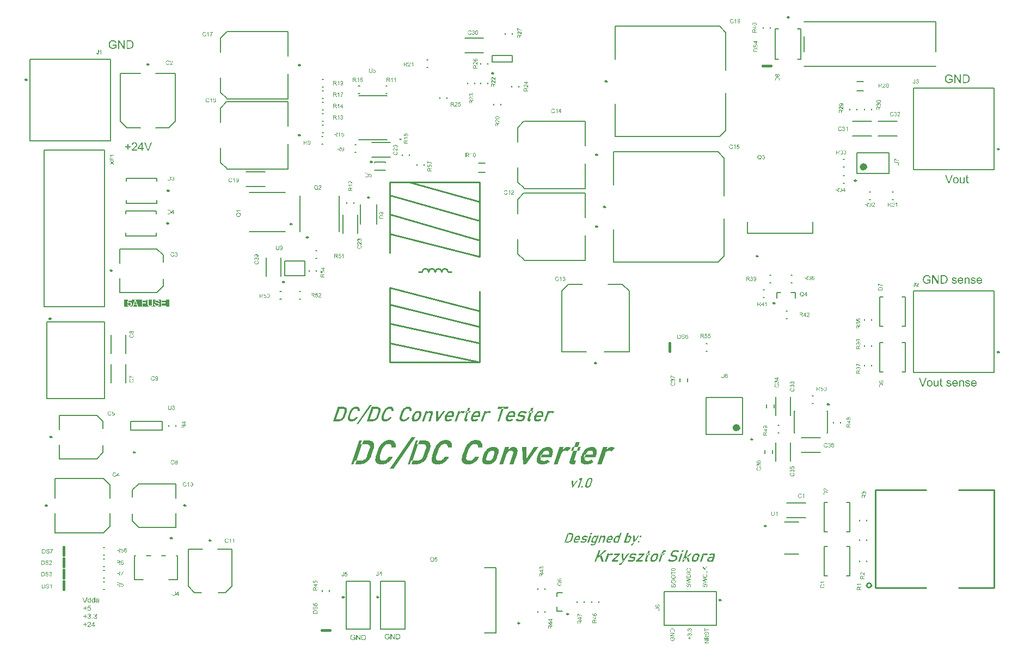
<source format=gto>
%FSLAX23Y23*%
%MOIN*%
%SFA1B1*%

%IPPOS*%
%ADD10C,0.010000*%
%ADD11C,0.011810*%
%ADD12C,0.007870*%
%ADD13C,0.009840*%
%ADD14C,0.023620*%
%ADD15C,0.005000*%
%ADD16C,0.015750*%
%LNpcb1-1*%
%LPD*%
G36*
X3491Y2290D02*
X3494Y2290D01*
X3496Y2289*
X3499Y2289*
X3502Y2288*
X3508Y2287*
X3511Y2286*
X3514Y2284*
X3517Y2283*
X3520Y2281*
X3522Y2279*
X3524Y2276*
X3525Y2276*
X3525Y2276*
X3525Y2275*
X3526Y2274*
X3527Y2272*
X3527Y2271*
X3528Y2268*
X3528Y2266*
X3529Y2263*
X3529Y2261*
Y2257*
Y2254*
X3529Y2250*
X3528Y2246*
X3528Y2242*
X3526Y2237*
X3512Y2195*
Y2195*
X3512Y2195*
X3511Y2194*
X3511Y2193*
X3510Y2191*
X3510Y2189*
X3508Y2186*
X3505Y2181*
X3503Y2177*
X3499Y2172*
X3496Y2167*
X3495Y2167*
X3495Y2167*
X3495Y2166*
X3494Y2165*
X3493Y2164*
X3492Y2163*
X3489Y2161*
X3485Y2157*
X3480Y2154*
X3475Y2152*
X3470Y2149*
X3470*
X3469Y2149*
X3469Y2148*
X3468Y2148*
X3466Y2147*
X3464Y2147*
X3463Y2146*
X3460Y2146*
X3458Y2145*
X3455Y2144*
X3450Y2143*
X3443Y2143*
X3437Y2142*
X3413*
X3421Y2166*
X3411*
X3403Y2142*
X3389*
X3439Y2290*
X3453*
X3445Y2267*
X3455*
X3463Y2290*
X3489*
X3491Y2290*
G37*
G36*
X3147D02*
X3149Y2290D01*
X3152Y2289*
X3154Y2289*
X3158Y2288*
X3164Y2287*
X3167Y2286*
X3170Y2284*
X3173Y2283*
X3176Y2281*
X3178Y2279*
X3180Y2276*
X3180Y2276*
X3181Y2276*
X3181Y2275*
X3182Y2274*
X3182Y2272*
X3183Y2271*
X3184Y2268*
X3184Y2266*
X3185Y2263*
X3185Y2261*
Y2257*
Y2254*
X3185Y2250*
X3184Y2246*
X3183Y2242*
X3182Y2237*
X3168Y2195*
Y2195*
X3167Y2195*
X3167Y2194*
X3167Y2193*
X3166Y2191*
X3165Y2189*
X3163Y2186*
X3161Y2181*
X3158Y2177*
X3155Y2172*
X3151Y2167*
X3151Y2167*
X3151Y2167*
X3150Y2166*
X3149Y2165*
X3148Y2164*
X3147Y2163*
X3144Y2161*
X3141Y2157*
X3136Y2154*
X3131Y2152*
X3126Y2149*
X3126*
X3125Y2149*
X3124Y2148*
X3123Y2148*
X3122Y2147*
X3120Y2147*
X3118Y2146*
X3116Y2146*
X3114Y2145*
X3111Y2144*
X3105Y2143*
X3099Y2143*
X3092Y2142*
X3069*
X3077Y2166*
X3066*
X3058Y2142*
X3045*
X3095Y2290*
X3109*
X3101Y2267*
X3111*
X3119Y2290*
X3145*
X3147Y2290*
G37*
G36*
X4435Y2248D02*
X4411D01*
X4421Y2279*
X4445*
X4435Y2248*
G37*
G36*
X3815Y2292D02*
X3818Y2291D01*
X3822Y2290*
X3826Y2289*
X3829Y2288*
X3833Y2286*
X3833*
X3833Y2286*
X3834Y2285*
X3836Y2284*
X3838Y2282*
X3840Y2279*
X3842Y2277*
X3844Y2273*
X3845Y2270*
Y2269*
X3845Y2269*
X3846Y2269*
X3846Y2268*
X3846Y2267*
X3846Y2266*
X3847Y2263*
X3847Y2259*
X3847Y2254*
X3847Y2250*
X3846Y2244*
X3821*
Y2245*
Y2246*
X3821Y2247*
Y2249*
X3821Y2251*
X3821Y2253*
X3820Y2255*
X3820Y2257*
Y2257*
X3819Y2258*
X3819Y2259*
X3818Y2260*
X3817Y2261*
X3816Y2262*
X3815Y2264*
X3813Y2265*
X3813Y2265*
X3812Y2265*
X3811Y2266*
X3810Y2266*
X3809Y2267*
X3807Y2267*
X3805Y2268*
X3802Y2268*
X3801*
X3800Y2268*
X3798Y2267*
X3795Y2267*
X3791Y2266*
X3788Y2264*
X3784Y2262*
X3780Y2259*
X3779*
X3779Y2259*
X3778Y2258*
X3776Y2256*
X3774Y2253*
X3771Y2250*
X3769Y2246*
X3766Y2242*
X3764Y2237*
X3751Y2196*
Y2196*
X3750Y2195*
X3750Y2194*
X3750Y2194*
X3750Y2192*
X3749Y2191*
X3749Y2188*
X3748Y2184*
Y2180*
X3749Y2177*
X3750Y2175*
X3750Y2173*
X3750Y2173*
X3751Y2172*
X3752Y2171*
X3754Y2169*
X3756Y2168*
X3759Y2166*
X3763Y2165*
X3768Y2165*
X3769*
X3771Y2165*
X3773Y2166*
X3776Y2166*
X3779Y2167*
X3783Y2169*
X3786Y2171*
X3786*
X3787Y2171*
X3788Y2172*
X3790Y2173*
X3792Y2175*
X3794Y2178*
X3797Y2181*
X3800Y2184*
X3802Y2188*
X3827*
Y2188*
X3827Y2188*
X3826Y2187*
X3826Y2186*
X3825Y2184*
X3824Y2183*
X3822Y2180*
X3820Y2176*
X3816Y2171*
X3813Y2167*
X3809Y2163*
X3809Y2163*
X3809Y2162*
X3808Y2162*
X3807Y2161*
X3805Y2159*
X3802Y2157*
X3799Y2154*
X3794Y2152*
X3790Y2149*
X3785Y2147*
X3785*
X3785Y2146*
X3784Y2146*
X3783Y2146*
X3782Y2145*
X3781Y2145*
X3777Y2144*
X3773Y2143*
X3769Y2142*
X3764Y2141*
X3759Y2141*
X3758*
X3756Y2141*
X3755*
X3754Y2141*
X3750Y2142*
X3746Y2143*
X3742Y2144*
X3738Y2145*
X3734Y2147*
X3733Y2148*
X3732Y2149*
X3730Y2150*
X3729Y2152*
X3726Y2155*
X3725Y2158*
X3723Y2162*
X3722Y2166*
Y2167*
Y2167*
X3722Y2168*
Y2169*
Y2170*
X3721Y2171*
Y2173*
Y2175*
X3722Y2179*
X3723Y2184*
X3724Y2190*
X3725Y2196*
X3739Y2237*
Y2237*
X3740Y2237*
X3740Y2238*
X3740Y2239*
X3741Y2241*
X3742Y2243*
X3744Y2247*
X3746Y2251*
X3749Y2256*
X3752Y2261*
X3756Y2266*
X3756Y2266*
X3756Y2267*
X3757Y2267*
X3758Y2268*
X3760Y2270*
X3763Y2273*
X3766Y2276*
X3770Y2279*
X3775Y2282*
X3780Y2285*
X3780*
X3781Y2285*
X3782Y2286*
X3783Y2286*
X3784Y2287*
X3786Y2287*
X3787Y2288*
X3789Y2288*
X3794Y2290*
X3799Y2291*
X3805Y2292*
X3811Y2292*
X3813*
X3815Y2292*
G37*
G36*
X3630D02*
X3633Y2291D01*
X3637Y2290*
X3641Y2289*
X3644Y2288*
X3648Y2286*
X3648*
X3648Y2286*
X3649Y2285*
X3651Y2284*
X3653Y2282*
X3655Y2279*
X3657Y2277*
X3659Y2273*
X3660Y2270*
Y2269*
X3660Y2269*
X3661Y2269*
X3661Y2268*
X3661Y2267*
X3661Y2266*
X3662Y2263*
X3662Y2259*
X3662Y2254*
X3662Y2250*
X3661Y2244*
X3636*
Y2245*
Y2246*
X3636Y2247*
Y2249*
X3636Y2251*
X3636Y2253*
X3635Y2255*
X3635Y2257*
Y2257*
X3634Y2258*
X3634Y2259*
X3633Y2260*
X3632Y2261*
X3631Y2262*
X3630Y2264*
X3628Y2265*
X3628Y2265*
X3627Y2265*
X3626Y2266*
X3625Y2266*
X3624Y2267*
X3622Y2267*
X3620Y2268*
X3617Y2268*
X3616*
X3615Y2268*
X3613Y2267*
X3610Y2267*
X3606Y2266*
X3603Y2264*
X3599Y2262*
X3595Y2259*
X3594*
X3594Y2259*
X3593Y2258*
X3591Y2256*
X3589Y2253*
X3587Y2250*
X3584Y2246*
X3582Y2242*
X3579Y2237*
X3566Y2196*
Y2196*
X3565Y2195*
X3565Y2194*
X3565Y2194*
X3565Y2192*
X3564Y2191*
X3564Y2188*
X3563Y2184*
Y2180*
X3564Y2177*
X3565Y2175*
X3565Y2173*
X3565Y2173*
X3566Y2172*
X3567Y2171*
X3569Y2169*
X3572Y2168*
X3574Y2166*
X3578Y2165*
X3583Y2165*
X3584*
X3586Y2165*
X3588Y2166*
X3591Y2166*
X3594Y2167*
X3598Y2169*
X3601Y2171*
X3601*
X3602Y2171*
X3603Y2172*
X3605Y2173*
X3607Y2175*
X3609Y2178*
X3612Y2181*
X3615Y2184*
X3617Y2188*
X3642*
Y2188*
X3642Y2188*
X3641Y2187*
X3641Y2186*
X3640Y2184*
X3639Y2183*
X3637Y2180*
X3635Y2176*
X3631Y2171*
X3628Y2167*
X3624Y2163*
X3624Y2163*
X3624Y2162*
X3623Y2162*
X3622Y2161*
X3620Y2159*
X3617Y2157*
X3614Y2154*
X3609Y2152*
X3605Y2149*
X3600Y2147*
X3600*
X3600Y2146*
X3599Y2146*
X3598Y2146*
X3597Y2145*
X3596Y2145*
X3592Y2144*
X3588Y2143*
X3584Y2142*
X3579Y2141*
X3574Y2141*
X3573*
X3572Y2141*
X3570*
X3569Y2141*
X3565Y2142*
X3561Y2143*
X3557Y2144*
X3553Y2145*
X3549Y2147*
X3548Y2148*
X3547Y2149*
X3545Y2150*
X3544Y2152*
X3542Y2155*
X3540Y2158*
X3538Y2162*
X3537Y2166*
Y2167*
Y2167*
X3537Y2168*
Y2169*
Y2170*
X3537Y2171*
Y2173*
Y2175*
X3537Y2179*
X3538Y2184*
X3539Y2190*
X3540Y2196*
X3554Y2237*
Y2237*
X3555Y2237*
X3555Y2238*
X3555Y2239*
X3556Y2241*
X3557Y2243*
X3559Y2247*
X3561Y2251*
X3564Y2256*
X3567Y2261*
X3571Y2266*
X3571Y2266*
X3571Y2267*
X3572Y2267*
X3573Y2268*
X3575Y2270*
X3578Y2273*
X3581Y2276*
X3585Y2279*
X3590Y2282*
X3595Y2285*
X3595*
X3596Y2285*
X3597Y2286*
X3598Y2286*
X3599Y2287*
X3601Y2287*
X3602Y2288*
X3604Y2288*
X3609Y2290*
X3614Y2291*
X3620Y2292*
X3626Y2292*
X3628*
X3630Y2292*
G37*
G36*
X3286D02*
X3289Y2291D01*
X3293Y2290*
X3296Y2289*
X3300Y2288*
X3303Y2286*
X3304*
X3304Y2286*
X3305Y2285*
X3307Y2284*
X3308Y2282*
X3311Y2279*
X3312Y2277*
X3314Y2273*
X3316Y2270*
Y2269*
X3316Y2269*
X3316Y2269*
X3317Y2268*
X3317Y2267*
X3317Y2266*
X3317Y2263*
X3318Y2259*
X3318Y2254*
X3318Y2250*
X3317Y2244*
X3292*
Y2245*
Y2246*
X3292Y2247*
Y2249*
X3292Y2251*
X3292Y2253*
X3291Y2255*
X3291Y2257*
Y2257*
X3290Y2258*
X3290Y2259*
X3289Y2260*
X3288Y2261*
X3287Y2262*
X3286Y2264*
X3284Y2265*
X3284Y2265*
X3283Y2265*
X3282Y2266*
X3281Y2266*
X3279Y2267*
X3277Y2267*
X3275Y2268*
X3273Y2268*
X3272*
X3271Y2268*
X3268Y2267*
X3266Y2267*
X3262Y2266*
X3258Y2264*
X3254Y2262*
X3250Y2259*
X3250*
X3250Y2259*
X3249Y2258*
X3247Y2256*
X3245Y2253*
X3242Y2250*
X3240Y2246*
X3237Y2242*
X3235Y2237*
X3221Y2196*
Y2196*
X3221Y2195*
X3221Y2194*
X3221Y2194*
X3220Y2192*
X3220Y2191*
X3219Y2188*
X3219Y2184*
Y2180*
X3220Y2177*
X3220Y2175*
X3221Y2173*
X3221Y2173*
X3222Y2172*
X3223Y2171*
X3225Y2169*
X3227Y2168*
X3230Y2166*
X3234Y2165*
X3238Y2165*
X3240*
X3242Y2165*
X3244Y2166*
X3247Y2166*
X3250Y2167*
X3253Y2169*
X3257Y2171*
X3257*
X3257Y2171*
X3259Y2172*
X3260Y2173*
X3263Y2175*
X3265Y2178*
X3268Y2181*
X3271Y2184*
X3273Y2188*
X3298*
Y2188*
X3298Y2188*
X3297Y2187*
X3297Y2186*
X3296Y2184*
X3295Y2183*
X3293Y2180*
X3290Y2176*
X3287Y2171*
X3284Y2167*
X3280Y2163*
X3279Y2163*
X3279Y2162*
X3279Y2162*
X3278Y2161*
X3276Y2159*
X3273Y2157*
X3269Y2154*
X3265Y2152*
X3261Y2149*
X3256Y2147*
X3256*
X3256Y2146*
X3255Y2146*
X3254Y2146*
X3253Y2145*
X3251Y2145*
X3248Y2144*
X3244Y2143*
X3240Y2142*
X3235Y2141*
X3230Y2141*
X3228*
X3227Y2141*
X3226*
X3224Y2141*
X3221Y2142*
X3217Y2143*
X3212Y2144*
X3208Y2145*
X3204Y2147*
X3204Y2148*
X3203Y2149*
X3201Y2150*
X3199Y2152*
X3197Y2155*
X3195Y2158*
X3194Y2162*
X3193Y2166*
Y2167*
Y2167*
X3192Y2168*
Y2169*
Y2170*
X3192Y2171*
Y2173*
Y2175*
X3193Y2179*
X3193Y2184*
X3194Y2190*
X3196Y2196*
X3210Y2237*
Y2237*
X3210Y2237*
X3211Y2238*
X3211Y2239*
X3212Y2241*
X3213Y2243*
X3214Y2247*
X3217Y2251*
X3219Y2256*
X3223Y2261*
X3226Y2266*
X3227Y2266*
X3227Y2267*
X3227Y2267*
X3228Y2268*
X3231Y2270*
X3233Y2273*
X3237Y2276*
X3241Y2279*
X3246Y2282*
X3251Y2285*
X3251*
X3252Y2285*
X3252Y2286*
X3253Y2286*
X3255Y2287*
X3256Y2287*
X3258Y2288*
X3260Y2288*
X3265Y2290*
X3270Y2291*
X3275Y2292*
X3281Y2292*
X3284*
X3286Y2292*
G37*
G36*
X4442Y2227D02*
X4428D01*
X4435Y2248*
X4449*
X4442Y2227*
G37*
G36*
X4643Y2249D02*
X4645Y2249D01*
X4647Y2249*
X4651Y2247*
X4651*
X4652Y2247*
X4653Y2247*
X4654Y2246*
X4656Y2244*
X4659Y2241*
X4637Y2221*
Y2221*
X4637Y2221*
X4636Y2222*
X4634Y2224*
X4632Y2225*
X4632*
X4632Y2225*
X4631Y2225*
X4630Y2226*
X4629Y2226*
X4628Y2226*
X4624Y2226*
X4623*
X4621Y2226*
X4619Y2226*
X4617Y2225*
X4614Y2224*
X4611Y2223*
X4608Y2221*
X4608Y2221*
X4607Y2220*
X4606Y2218*
X4605Y2217*
X4603Y2215*
X4601Y2212*
X4600Y2209*
X4598Y2206*
X4599Y2206*
X4608Y2234*
X4609Y2235*
X4612Y2237*
X4615Y2240*
X4618Y2242*
X4621Y2244*
X4621*
X4622Y2244*
X4623Y2245*
X4624Y2246*
X4627Y2247*
X4630Y2248*
X4633Y2249*
X4636Y2249*
X4639Y2249*
X4642*
X4643Y2249*
G37*
G36*
X4375D02*
X4377Y2249D01*
X4379Y2249*
X4382Y2247*
X4383*
X4383Y2247*
X4384Y2247*
X4385Y2246*
X4388Y2244*
X4390Y2241*
X4368Y2221*
Y2221*
X4368Y2221*
X4367Y2222*
X4366Y2224*
X4364Y2225*
X4364*
X4363Y2225*
X4363Y2225*
X4362Y2226*
X4361Y2226*
X4359Y2226*
X4356Y2226*
X4355*
X4353Y2226*
X4351Y2226*
X4348Y2225*
X4345Y2224*
X4343Y2223*
X4340Y2221*
X4340Y2221*
X4339Y2220*
X4338Y2218*
X4336Y2217*
X4335Y2215*
X4333Y2212*
X4331Y2209*
X4330Y2206*
X4330Y2206*
X4339Y2234*
X4341Y2235*
X4343Y2237*
X4346Y2240*
X4349Y2242*
X4353Y2244*
X4353*
X4353Y2244*
X4354Y2245*
X4356Y2246*
X4358Y2247*
X4361Y2248*
X4364Y2249*
X4367Y2249*
X4371Y2249*
X4373*
X4375Y2249*
G37*
G36*
X4041D02*
X4043Y2249D01*
X4044Y2249*
X4048Y2248*
X4051Y2247*
X4055Y2245*
X4057Y2243*
X4058Y2242*
X4060Y2240*
X4061Y2238*
Y2238*
X4061Y2238*
X4061Y2237*
X4062Y2236*
X4062Y2235*
X4062Y2234*
X4062Y2232*
X4063Y2230*
X4063Y2228*
Y2226*
Y2223*
X4062Y2220*
X4062Y2217*
X4061Y2214*
X4061Y2210*
X4059Y2206*
X4038Y2142*
X4013*
X4035Y2206*
Y2207*
X4035Y2207*
X4035Y2208*
X4036Y2210*
X4036Y2212*
X4036Y2214*
Y2217*
X4036Y2219*
X4035Y2221*
X4035Y2221*
X4034Y2222*
X4034Y2223*
X4032Y2224*
X4030Y2224*
X4028Y2225*
X4026Y2226*
X4022Y2226*
X4021*
X4019Y2226*
X4017Y2226*
X4015Y2225*
X4012Y2224*
X4009Y2223*
X4007Y2221*
X4006Y2221*
X4006Y2220*
X4004Y2219*
X4003Y2218*
X4001Y2216*
X4000Y2213*
X3999Y2211*
X3997Y2208*
X3975Y2142*
X3951*
X3987Y2248*
X4011*
X4006Y2233*
X4006Y2233*
X4004Y2231*
X4003Y2230*
X4002Y2230*
Y2229*
X3997Y2208*
X3997Y2208*
X4006Y2233*
X4008Y2235*
X4010Y2237*
X4013Y2240*
X4016Y2242*
X4020Y2244*
X4020*
X4020Y2244*
X4021Y2245*
X4023Y2246*
X4025Y2247*
X4028Y2248*
X4031Y2249*
X4035Y2249*
X4039Y2249*
X4040*
X4041Y2249*
G37*
G36*
X4113Y2142D02*
X4096D01*
X4092Y2248*
X4117*
X4116Y2177*
X4164Y2248*
X4189*
X4113Y2142*
G37*
G36*
X4608Y2234D02*
X4607Y2233D01*
X4606Y2231*
X4605Y2230*
X4604Y2230*
Y2229*
X4599Y2206*
X4577Y2142*
X4552*
X4587Y2248*
X4613*
X4608Y2234*
G37*
G36*
X4339D02*
X4339Y2233D01*
X4337Y2231*
X4336Y2230*
X4336Y2230*
Y2229*
X4330Y2206*
X4308Y2142*
X4283*
X4319Y2248*
X4344*
X4339Y2234*
G37*
G36*
X4403Y2227D02*
X4428D01*
X4409Y2173*
Y2173*
X4409Y2172*
X4409Y2172*
X4409Y2171*
X4409Y2169*
X4409Y2167*
X4409Y2167*
X4410Y2166*
X4411Y2166*
X4412Y2165*
X4421*
X4413Y2142*
X4399*
X4398Y2142*
X4396Y2142*
X4393Y2143*
X4390Y2144*
X4387Y2145*
X4385Y2147*
X4384Y2148*
X4383Y2149*
X4383Y2149*
X4383Y2150*
X4382Y2152*
X4382Y2154*
Y2157*
X4382Y2161*
X4383Y2165*
X4384Y2170*
X4403Y2227*
X4392*
X4400Y2248*
X4411*
X4403Y2227*
G37*
G36*
X4522Y2249D02*
X4524Y2249D01*
X4526Y2249*
X4530Y2248*
X4532Y2247*
X4534Y2246*
X4536Y2245*
X4538Y2243*
X4541Y2241*
X4542Y2239*
X4544Y2237*
X4545Y2234*
Y2234*
X4545Y2234*
X4546Y2233*
X4546Y2232*
X4546Y2230*
X4547Y2228*
X4547Y2226*
X4547Y2224*
X4547Y2221*
Y2218*
X4547Y2214*
X4546Y2210*
X4546Y2206*
X4545Y2202*
X4544Y2197*
X4542Y2192*
X4540Y2185*
X4474*
X4474Y2183*
X4473Y2181*
X4473Y2178*
X4473Y2175*
X4474Y2172*
X4475Y2169*
X4475Y2169*
X4476Y2168*
X4477Y2167*
X4479Y2166*
X4481Y2165*
X4484Y2164*
X4487Y2163*
X4491Y2163*
X4492*
X4493Y2163*
X4495*
X4497Y2163*
X4499Y2164*
X4501Y2164*
X4504Y2165*
X4504Y2165*
X4505Y2166*
X4506Y2166*
X4508Y2167*
X4510Y2168*
X4512Y2169*
X4516Y2172*
X4527Y2157*
X4527*
X4527Y2156*
X4526Y2156*
X4525Y2155*
X4523Y2154*
X4521Y2152*
X4517Y2151*
X4513Y2148*
X4509Y2147*
X4505Y2145*
X4505*
X4505Y2145*
X4504Y2144*
X4503Y2144*
X4501Y2144*
X4498Y2143*
X4495Y2142*
X4491Y2142*
X4487Y2141*
X4484Y2141*
X4482*
X4480Y2141*
X4478Y2141*
X4476Y2142*
X4471Y2142*
X4466Y2144*
X4464Y2145*
X4461Y2146*
X4459Y2148*
X4457Y2149*
X4454Y2151*
X4453Y2153*
Y2153*
X4452Y2154*
X4452Y2154*
X4452Y2156*
X4451Y2157*
X4451Y2158*
X4450Y2160*
X4450Y2162*
X4449Y2164*
X4449Y2167*
Y2170*
X4449Y2173*
X4449Y2177*
X4450Y2180*
X4451Y2184*
X4452Y2188*
X4456Y2200*
Y2200*
X4457Y2201*
X4457Y2202*
X4458Y2204*
X4459Y2206*
X4460Y2208*
X4461Y2211*
X4462Y2213*
X4466Y2219*
X4470Y2225*
X4475Y2231*
X4478Y2234*
X4481Y2237*
X4481Y2237*
X4482Y2237*
X4482Y2238*
X4484Y2239*
X4485Y2239*
X4487Y2241*
X4489Y2242*
X4492Y2243*
X4494Y2244*
X4497Y2245*
X4500Y2247*
X4504Y2247*
X4507Y2248*
X4511Y2249*
X4515Y2249*
X4519Y2249*
X4521*
X4522Y2249*
G37*
G36*
X4253D02*
X4255Y2249D01*
X4257Y2249*
X4261Y2248*
X4263Y2247*
X4266Y2246*
X4268Y2245*
X4270Y2243*
X4272Y2241*
X4274Y2239*
X4275Y2237*
X4277Y2234*
Y2234*
X4277Y2234*
X4277Y2233*
X4277Y2232*
X4278Y2230*
X4278Y2228*
X4278Y2226*
X4278Y2224*
X4279Y2221*
Y2218*
X4278Y2214*
X4278Y2210*
X4277Y2206*
X4276Y2202*
X4275Y2197*
X4273Y2192*
X4271Y2185*
X4206*
X4205Y2183*
X4205Y2181*
X4205Y2178*
X4205Y2175*
X4205Y2172*
X4207Y2169*
X4207Y2169*
X4207Y2168*
X4209Y2167*
X4210Y2166*
X4212Y2165*
X4215Y2164*
X4219Y2163*
X4223Y2163*
X4224*
X4225Y2163*
X4226*
X4228Y2163*
X4230Y2164*
X4233Y2164*
X4235Y2165*
X4235Y2165*
X4236Y2166*
X4238Y2166*
X4239Y2167*
X4241Y2168*
X4243Y2169*
X4248Y2172*
X4259Y2157*
X4258*
X4258Y2156*
X4258Y2156*
X4257Y2155*
X4255Y2154*
X4252Y2152*
X4249Y2151*
X4245Y2148*
X4241Y2147*
X4237Y2145*
X4236*
X4236Y2145*
X4236Y2144*
X4235Y2144*
X4232Y2144*
X4230Y2143*
X4226Y2142*
X4223Y2142*
X4219Y2141*
X4215Y2141*
X4213*
X4212Y2141*
X4210Y2141*
X4208Y2142*
X4203Y2142*
X4198Y2144*
X4195Y2145*
X4193Y2146*
X4190Y2148*
X4188Y2149*
X4186Y2151*
X4184Y2153*
Y2153*
X4184Y2154*
X4184Y2154*
X4183Y2156*
X4183Y2157*
X4182Y2158*
X4182Y2160*
X4181Y2162*
X4181Y2164*
X4181Y2167*
Y2170*
X4181Y2173*
X4181Y2177*
X4182Y2180*
X4183Y2184*
X4184Y2188*
X4188Y2200*
Y2200*
X4188Y2201*
X4189Y2202*
X4189Y2204*
X4190Y2206*
X4191Y2208*
X4192Y2211*
X4194Y2213*
X4197Y2219*
X4202Y2225*
X4207Y2231*
X4209Y2234*
X4212Y2237*
X4212Y2237*
X4213Y2237*
X4214Y2238*
X4215Y2239*
X4217Y2239*
X4218Y2241*
X4221Y2242*
X4223Y2243*
X4226Y2244*
X4229Y2245*
X4232Y2247*
X4235Y2247*
X4239Y2248*
X4242Y2249*
X4246Y2249*
X4250Y2249*
X4252*
X4253Y2249*
G37*
G36*
X3919D02*
X3920Y2249D01*
X3922Y2249*
X3927Y2248*
X3931Y2247*
X3934Y2246*
X3936Y2244*
X3939Y2243*
X3940Y2241*
X3942Y2239*
X3944Y2237*
Y2237*
X3944Y2237*
X3945Y2236*
X3945Y2235*
X3946Y2234*
X3946Y2233*
X3946Y2231*
X3947Y2229*
X3947Y2227*
X3947Y2224*
Y2221*
X3947Y2218*
X3947Y2215*
X3946Y2212*
X3945Y2208*
X3944Y2204*
X3938Y2186*
Y2186*
X3938Y2185*
X3937Y2184*
X3937Y2183*
X3936Y2181*
X3935Y2179*
X3934Y2177*
X3933Y2174*
X3929Y2169*
X3925Y2163*
X3921Y2158*
X3918Y2155*
X3915Y2153*
X3915Y2153*
X3914Y2152*
X3913Y2152*
X3912Y2151*
X3911Y2150*
X3909Y2149*
X3907Y2148*
X3905Y2147*
X3902Y2146*
X3899Y2145*
X3896Y2144*
X3893Y2143*
X3889Y2142*
X3886Y2141*
X3882Y2141*
X3878Y2141*
X3876*
X3875Y2141*
X3873Y2141*
X3871Y2142*
X3867Y2142*
X3862Y2144*
X3859Y2145*
X3857Y2146*
X3855Y2147*
X3853Y2149*
X3851Y2151*
X3849Y2153*
Y2153*
X3849Y2153*
X3849Y2154*
X3848Y2155*
X3848Y2156*
X3848Y2158*
X3847Y2159*
X3847Y2162*
X3846Y2164*
X3846Y2166*
Y2169*
X3846Y2172*
X3847Y2176*
X3847Y2179*
X3848Y2183*
X3849Y2187*
X3855Y2204*
Y2204*
X3856Y2205*
X3856Y2206*
X3857Y2207*
X3857Y2209*
X3858Y2211*
X3860Y2214*
X3861Y2216*
X3864Y2222*
X3868Y2227*
X3873Y2233*
X3875Y2235*
X3878Y2237*
X3878Y2238*
X3879Y2238*
X3880Y2238*
X3881Y2239*
X3882Y2240*
X3884Y2241*
X3886Y2242*
X3889Y2243*
X3891Y2244*
X3894Y2246*
X3897Y2247*
X3900Y2248*
X3904Y2248*
X3907Y2249*
X3911Y2249*
X3915Y2249*
X3917*
X3919Y2249*
G37*
G36*
X3304Y2115D02*
X3281D01*
X3414Y2308*
X3437*
X3304Y2115*
G37*
G36*
X1871Y3153D02*
X1929D01*
Y3110*
X1655*
Y3153*
X1838*
Y3110*
Y3153*
X1854*
X1853Y3152*
X1851Y3152*
X1850Y3152*
X1849Y3152*
X1848Y3152*
X1848Y3152*
X1847Y3151*
X1847Y3151*
X1847Y3151*
X1847Y3151*
X1847Y3151*
X1846*
X1845Y3150*
X1844Y3150*
X1843Y3149*
X1843Y3148*
X1842Y3148*
X1842Y3147*
X1841Y3147*
X1841Y3147*
Y3147*
X1841Y3146*
X1840Y3145*
X1840Y3144*
X1840Y3143*
X1840Y3142*
X1840Y3142*
X1839Y3141*
Y3141*
Y3141*
Y3141*
X1840Y3140*
X1840Y3139*
X1840Y3138*
X1840Y3137*
X1840Y3137*
X1841Y3136*
X1841Y3136*
X1841Y3136*
Y3136*
X1841Y3135*
X1842Y3134*
X1843Y3134*
X1844Y3133*
X1844Y3133*
X1845Y3132*
X1845Y3132*
X1845Y3132*
X1845Y3132*
X1845*
X1846Y3132*
X1846Y3131*
X1848Y3131*
X1849Y3131*
X1850Y3130*
X1851Y3130*
X1852Y3130*
X1852Y3130*
X1853Y3129*
X1853Y3129*
X1853Y3129*
X1853*
X1854Y3129*
X1855Y3129*
X1856Y3129*
X1857Y3128*
X1858Y3128*
X1858Y3128*
X1859Y3128*
X1859Y3128*
X1860Y3128*
X1860Y3128*
X1860Y3128*
X1860Y3127*
X1861Y3127*
X1861Y3127*
X1862Y3127*
X1862Y3126*
X1863Y3126*
X1864Y3126*
X1864Y3125*
X1864Y3125*
X1864Y3125*
X1864Y3125*
X1865Y3124*
X1865Y3124*
X1865Y3123*
X1865Y3123*
X1866Y3122*
X1866Y3122*
Y3122*
Y3121*
X1866Y3121*
X1865Y3120*
X1865Y3120*
X1865Y3119*
X1865Y3119*
X1865Y3118*
X1865Y3118*
X1864Y3118*
X1864Y3117*
X1863Y3117*
X1863Y3116*
X1862Y3116*
X1862Y3116*
X1861Y3116*
X1861Y3115*
X1861Y3115*
X1861*
X1860Y3115*
X1859Y3115*
X1858Y3115*
X1857Y3115*
X1856Y3114*
X1856Y3114*
X1855*
X1854Y3114*
X1853Y3115*
X1852Y3115*
X1851Y3115*
X1850Y3115*
X1850Y3115*
X1849Y3115*
X1849Y3116*
X1849Y3116*
X1849Y3116*
X1849*
X1848Y3116*
X1847Y3117*
X1846Y3117*
X1846Y3118*
X1845Y3118*
X1845Y3119*
X1845Y3119*
X1845Y3119*
X1844Y3120*
X1844Y3121*
X1844Y3121*
X1843Y3122*
X1843Y3123*
X1843Y3124*
Y3124*
X1843Y3124*
Y3124*
Y3124*
X1838Y3124*
X1838Y3122*
X1838Y3121*
X1839Y3119*
X1839Y3118*
X1839Y3118*
X1839Y3117*
X1840Y3117*
X1840Y3117*
X1840Y3116*
X1840Y3116*
X1840Y3116*
Y3116*
X1841Y3115*
X1842Y3114*
X1843Y3113*
X1844Y3112*
X1845Y3112*
X1845Y3112*
X1845Y3111*
X1846Y3111*
X1846Y3111*
X1846Y3111*
X1846*
X1848Y3111*
X1849Y3110*
X1851Y3110*
X1852Y3110*
X1853Y3110*
X1854Y3110*
X1854Y3110*
X1855*
X1855Y3110*
X1856*
X1857Y3110*
X1859Y3110*
X1860Y3110*
X1861Y3110*
X1862Y3110*
X1862Y3111*
X1863Y3111*
X1863Y3111*
X1863Y3111*
X1863Y3111*
X1863Y3111*
X1864*
X1865Y3112*
X1866Y3113*
X1867Y3113*
X1868Y3114*
X1868Y3115*
X1869Y3115*
X1869Y3115*
X1869Y3116*
X1869Y3116*
Y3116*
X1870Y3117*
X1870Y3118*
X1870Y3119*
X1871Y3120*
X1871Y3121*
X1871Y3121*
Y3121*
X1871Y3122*
Y3122*
X1871Y3123*
X1871Y3124*
X1870Y3125*
X1870Y3126*
X1870Y3127*
X1869Y3127*
X1869Y3128*
X1869Y3128*
X1869Y3128*
Y3128*
X1868Y3129*
X1868Y3130*
X1867Y3130*
X1866Y3131*
X1865Y3131*
X1864Y3132*
X1864Y3132*
X1864Y3132*
X1864Y3132*
X1864*
X1863Y3132*
X1863Y3132*
X1862Y3133*
X1861Y3133*
X1860Y3133*
X1858Y3134*
X1858Y3134*
X1857Y3134*
X1856Y3134*
X1856Y3134*
X1855Y3135*
X1855Y3135*
X1855Y3135*
X1855*
X1853Y3135*
X1852Y3135*
X1851Y3136*
X1851Y3136*
X1850Y3136*
X1849Y3136*
X1849Y3137*
X1848Y3137*
X1848Y3137*
X1847Y3137*
X1847Y3137*
X1847Y3137*
X1847Y3137*
X1846Y3138*
X1846Y3138*
X1846Y3138*
X1845Y3139*
X1845Y3139*
X1845Y3140*
X1845Y3141*
X1845Y3141*
Y3141*
Y3141*
X1845Y3142*
X1845Y3143*
X1845Y3144*
X1846Y3145*
X1846Y3145*
X1847Y3145*
X1847Y3146*
X1847Y3146*
X1847Y3146*
X1848Y3146*
X1849Y3147*
X1850Y3147*
X1852Y3147*
X1853Y3147*
X1853Y3148*
X1853Y3148*
X1855*
X1856Y3147*
X1857Y3147*
X1857Y3147*
X1858Y3147*
X1859Y3147*
X1859Y3147*
X1860Y3147*
X1860Y3146*
X1860Y3146*
X1861Y3146*
X1861Y3146*
X1861Y3146*
X1861Y3146*
X1861Y3146*
X1862Y3145*
X1863Y3144*
X1863Y3143*
X1864Y3142*
X1864Y3141*
X1864Y3141*
X1864Y3140*
X1864Y3140*
X1864Y3140*
Y3140*
Y3140*
X1870Y3140*
X1870Y3141*
X1869Y3143*
X1869Y3144*
X1869Y3145*
X1868Y3145*
X1868Y3146*
X1868Y3146*
X1868Y3146*
X1868Y3146*
X1868Y3147*
Y3147*
X1867Y3148*
X1866Y3149*
X1865Y3149*
X1864Y3150*
X1863Y3150*
X1863Y3151*
X1863Y3151*
X1862Y3151*
X1862Y3151*
X1862*
X1861Y3151*
X1859Y3152*
X1858Y3152*
X1857Y3152*
X1856Y3152*
X1856Y3152*
X1855*
X1855Y3153*
X1871*
G37*
G36*
X5012Y1135D02*
X5012D01*
X5013Y1135*
X5013Y1135*
X5014Y1135*
X5015Y1135*
X5015Y1135*
X5016Y1134*
X5016*
X5016Y1134*
X5017Y1134*
X5017Y1134*
X5017Y1134*
X5017Y1134*
X5018Y1134*
X5018Y1134*
X5019Y1133*
X5019Y1133*
X5020Y1133*
X5020Y1133*
X5020Y1133*
X5021Y1132*
X5021Y1132*
X5021Y1132*
X5022Y1131*
X5022Y1131*
X5022Y1130*
X5022Y1130*
X5023Y1130*
X5023Y1130*
X5023Y1130*
X5023Y1129*
X5023Y1129*
X5023Y1128*
X5024Y1127*
Y1127*
X5024Y1127*
Y1127*
X5024Y1127*
X5024Y1127*
X5024Y1127*
X5024Y1126*
X5024Y1126*
X5024Y1125*
X5024Y1124*
X5024Y1123*
Y1114*
X4998*
Y1124*
X4998Y1124*
Y1125*
X4999Y1125*
X4999Y1126*
X4999Y1127*
X4999Y1127*
Y1127*
X4999Y1127*
X4999Y1128*
X4999Y1128*
X4999Y1128*
X4999Y1128*
X4999Y1129*
X5000Y1129*
X5000Y1130*
X5000Y1131*
X5001Y1131*
X5001Y1131*
X5001Y1131*
X5001Y1131*
X5001Y1131*
X5001Y1132*
X5001Y1132*
X5002Y1132*
X5002Y1132*
X5002Y1133*
X5003Y1133*
X5004Y1134*
X5005Y1134*
X5005*
X5005Y1134*
X5005Y1134*
X5006Y1134*
X5006Y1134*
X5006Y1134*
X5006Y1135*
X5007Y1135*
X5007Y1135*
X5008Y1135*
X5008Y1135*
X5009Y1135*
X5010Y1135*
X5011Y1135*
X5011*
X5011*
X5011*
X5012*
X5012Y1135*
G37*
G36*
X5024Y1105D02*
X5004Y1091D01*
X5024*
Y1088*
X4998*
Y1092*
X5019Y1105*
X4998*
Y1108*
X5024*
Y1105*
G37*
G36*
X5021Y1083D02*
X5021Y1083D01*
X5021Y1083*
X5021Y1083*
X5021Y1083*
X5021Y1082*
X5021Y1082*
X5022Y1082*
X5022Y1081*
X5023Y1080*
X5023Y1079*
X5024Y1078*
Y1078*
X5024Y1078*
X5024Y1078*
X5024Y1078*
X5024Y1077*
X5024Y1077*
X5024Y1077*
X5024Y1076*
X5024Y1076*
X5024Y1075*
X5024Y1074*
X5025Y1073*
Y1072*
X5024Y1072*
Y1072*
X5024Y1071*
X5024Y1071*
X5024Y1070*
X5024Y1070*
X5024Y1069*
X5024Y1068*
X5023Y1067*
X5023Y1066*
X5023Y1066*
X5023Y1066*
X5023Y1066*
X5023Y1065*
X5023Y1065*
X5022Y1065*
X5022Y1065*
X5022Y1064*
X5022Y1064*
X5021Y1064*
X5021Y1063*
X5021Y1063*
X5020Y1062*
X5020Y1062*
X5019Y1062*
X5019Y1061*
X5018Y1061*
X5018*
X5018Y1061*
X5018Y1061*
X5018Y1061*
X5017Y1061*
X5017Y1061*
X5017Y1060*
X5016Y1060*
X5016Y1060*
X5015Y1060*
X5015Y1060*
X5014Y1060*
X5013Y1060*
X5012Y1060*
X5011Y1060*
X5011*
X5011*
X5011*
X5011Y1060*
X5010*
X5010Y1060*
X5010Y1060*
X5009Y1060*
X5009Y1060*
X5008Y1060*
X5007Y1060*
X5006Y1061*
X5005Y1061*
X5004Y1061*
X5004Y1061*
X5004Y1061*
X5004Y1061*
X5004Y1061*
X5004Y1062*
X5003Y1062*
X5003Y1062*
X5003Y1062*
X5002Y1063*
X5002Y1063*
X5001Y1063*
X5001Y1064*
X5000Y1065*
X5000Y1065*
X5000Y1066*
X5000Y1066*
X5000Y1066*
X4999Y1066*
X4999Y1066*
X4999Y1066*
X4999Y1067*
X4999Y1067*
X4999Y1067*
X4999Y1068*
X4999Y1068*
X4998Y1069*
X4998Y1070*
X4998Y1071*
X4998Y1072*
X4998Y1072*
Y1073*
X4998Y1073*
Y1073*
X4998Y1074*
X4998Y1074*
X4998Y1075*
X4998Y1076*
X4999Y1076*
X4999Y1077*
Y1077*
X4999Y1077*
X4999Y1078*
X4999Y1078*
X4999Y1078*
X4999Y1078*
X5000Y1079*
X5000Y1079*
X5000Y1080*
X5001Y1080*
X5001Y1081*
X5001*
X5002Y1081*
X5002Y1081*
X5002Y1081*
X5002Y1081*
X5002Y1081*
X5003Y1082*
X5003Y1082*
X5004Y1082*
X5005Y1083*
X5006Y1083*
X5006Y1080*
X5006*
X5006Y1080*
X5006Y1080*
X5006Y1080*
X5006Y1079*
X5005Y1079*
X5005Y1079*
X5004Y1079*
X5004Y1079*
X5003Y1078*
X5003Y1078*
X5003Y1078*
X5003Y1078*
X5003Y1078*
X5002Y1077*
X5002Y1077*
X5002Y1076*
X5002Y1076*
Y1076*
X5002Y1076*
X5002Y1076*
X5001Y1075*
X5001Y1075*
X5001Y1074*
X5001Y1074*
X5001Y1073*
X5001Y1072*
Y1072*
X5001Y1072*
Y1071*
X5001Y1071*
X5001Y1070*
X5001Y1070*
X5001Y1069*
X5002Y1068*
Y1068*
X5002Y1068*
X5002Y1068*
X5002Y1068*
X5002Y1067*
X5002Y1067*
X5003Y1066*
X5003Y1066*
X5004Y1066*
X5004Y1066*
X5004Y1065*
X5004Y1065*
X5004Y1065*
X5005Y1065*
X5005Y1064*
X5006Y1064*
X5006Y1064*
X5006*
X5006Y1064*
X5006Y1064*
X5006Y1064*
X5007Y1064*
X5007Y1064*
X5007Y1064*
X5008Y1064*
X5008Y1063*
X5009Y1063*
X5010Y1063*
X5011Y1063*
X5011*
X5011*
X5012*
X5012Y1063*
X5012*
X5012Y1063*
X5013Y1063*
X5013Y1063*
X5014Y1063*
X5015Y1064*
X5016Y1064*
X5017Y1064*
X5017*
X5017Y1064*
X5017Y1064*
X5017Y1064*
X5018Y1065*
X5018Y1065*
X5018Y1065*
X5019Y1065*
X5019Y1066*
X5020Y1067*
X5020Y1068*
Y1068*
X5020Y1068*
X5020Y1068*
X5021Y1068*
X5021Y1068*
X5021Y1068*
X5021Y1069*
X5021Y1069*
X5021Y1070*
X5021Y1071*
X5021Y1071*
X5021Y1072*
Y1073*
X5021Y1073*
Y1073*
X5021Y1074*
X5021Y1074*
X5021Y1075*
X5021Y1076*
X5021Y1077*
Y1077*
X5021Y1077*
X5021Y1077*
X5021Y1077*
X5020Y1077*
X5020Y1078*
X5020Y1078*
X5020Y1079*
X5019Y1079*
X5019Y1080*
X5014*
Y1072*
X5011*
Y1083*
X5021*
X5021Y1083*
G37*
G36*
X5122Y1136D02*
X5122Y1136D01*
X5123Y1136*
X5123Y1136*
X5123Y1136*
X5124Y1136*
X5124Y1136*
X5125Y1136*
X5125Y1135*
X5126Y1135*
X5126Y1135*
X5127Y1134*
X5127Y1134*
X5127Y1134*
X5127Y1134*
X5127Y1134*
X5128Y1134*
X5128Y1133*
X5128Y1133*
X5128Y1133*
X5128Y1132*
X5129Y1132*
X5129Y1131*
X5129Y1131*
X5129Y1130*
X5129Y1130*
X5129Y1129*
X5129Y1129*
X5130Y1128*
Y1128*
X5129Y1127*
X5129Y1127*
X5129Y1127*
X5129Y1126*
X5129Y1126*
X5129Y1125*
X5129Y1125*
X5129Y1124*
X5128Y1124*
X5128Y1123*
X5128Y1123*
X5128Y1122*
X5127Y1122*
X5127Y1122*
X5127Y1122*
X5127Y1122*
X5127Y1122*
X5127Y1122*
X5126Y1121*
X5126Y1121*
X5126Y1121*
X5125Y1121*
X5125Y1120*
X5124Y1120*
X5124Y1120*
X5123Y1120*
X5123Y1120*
X5122Y1120*
X5122Y1123*
X5122*
X5122Y1123*
X5122Y1123*
X5122Y1123*
X5123Y1123*
X5123Y1123*
X5123Y1123*
X5124Y1124*
X5125Y1124*
X5125Y1124*
X5126Y1124*
X5126Y1125*
X5126Y1125*
X5126Y1125*
X5126Y1125*
X5126Y1126*
X5127Y1126*
X5127Y1127*
X5127Y1127*
X5127Y1128*
Y1128*
X5127Y1128*
Y1128*
X5127Y1129*
X5127Y1129*
X5127Y1130*
X5126Y1130*
X5126Y1131*
X5126Y1131*
X5125Y1132*
X5125Y1132*
X5125Y1132*
X5125Y1132*
X5125Y1132*
X5125Y1132*
X5124Y1132*
X5124Y1133*
X5123Y1133*
X5122Y1133*
X5122Y1133*
X5122*
X5122*
X5121*
X5121*
X5121Y1133*
X5121*
X5121Y1133*
X5120Y1133*
X5120Y1133*
X5119Y1133*
X5119Y1132*
X5118Y1132*
X5118Y1132*
X5118Y1132*
X5118Y1131*
X5118Y1131*
X5117Y1131*
X5117Y1130*
X5117Y1130*
X5117Y1129*
X5117Y1128*
Y1128*
X5117Y1128*
X5117Y1127*
X5117Y1127*
X5117Y1126*
X5117Y1126*
X5114Y1126*
Y1126*
X5114Y1126*
X5114Y1127*
Y1127*
X5114Y1127*
X5114Y1127*
X5114Y1128*
X5114Y1129*
X5114Y1129*
X5114Y1130*
X5113Y1130*
Y1130*
X5113Y1130*
X5113Y1131*
X5113Y1131*
X5112Y1131*
X5112Y1131*
X5111Y1132*
X5111Y1132*
X5110Y1132*
X5110Y1132*
X5110*
X5110*
X5110Y1132*
X5109Y1132*
X5109Y1132*
X5109Y1132*
X5108Y1131*
X5108Y1131*
X5107Y1131*
X5107Y1131*
X5107Y1131*
X5107Y1130*
X5107Y1130*
X5106Y1130*
X5106Y1129*
X5106Y1128*
X5106Y1128*
Y1128*
X5106Y1127*
X5106Y1127*
X5106Y1127*
X5106Y1126*
X5106Y1126*
X5107Y1125*
X5107Y1125*
X5107Y1125*
X5107Y1124*
X5108Y1124*
X5108Y1124*
X5108Y1124*
X5109Y1124*
X5110Y1123*
X5111Y1123*
X5110Y1120*
X5110*
X5110Y1120*
X5110Y1120*
X5109Y1120*
X5109Y1120*
X5109Y1120*
X5109Y1120*
X5108Y1121*
X5107Y1121*
X5107Y1121*
X5106Y1122*
X5105Y1122*
X5105Y1123*
X5105Y1123*
X5105Y1123*
X5105Y1123*
X5105Y1123*
X5105Y1123*
X5105Y1123*
X5104Y1124*
X5104Y1124*
X5104Y1124*
X5104Y1125*
X5104Y1126*
X5103Y1127*
X5103Y1127*
X5103Y1128*
Y1128*
X5103Y1128*
Y1128*
X5103Y1129*
X5104Y1130*
X5104Y1130*
X5104Y1131*
X5104Y1132*
Y1132*
X5104Y1132*
X5104Y1132*
X5104Y1132*
X5105Y1132*
X5105Y1133*
X5105Y1133*
X5106Y1133*
X5106Y1134*
X5107Y1134*
X5107*
X5107Y1134*
X5107Y1134*
X5107Y1135*
X5108Y1135*
X5108Y1135*
X5109Y1135*
X5109Y1135*
X5110Y1135*
X5110*
X5110*
X5110*
X5111Y1135*
X5111Y1135*
X5111Y1135*
X5112Y1135*
X5113Y1135*
X5113Y1134*
X5113Y1134*
X5113Y1134*
X5114Y1134*
X5114Y1134*
X5114Y1133*
X5115Y1133*
X5115Y1132*
X5115Y1132*
Y1132*
X5115Y1132*
X5115Y1132*
X5115Y1132*
X5115Y1132*
X5115Y1132*
X5116Y1133*
X5116Y1134*
X5116Y1134*
X5117Y1135*
X5117Y1135*
X5117*
X5117Y1135*
X5118Y1135*
X5118Y1135*
X5118Y1136*
X5118Y1136*
X5119Y1136*
X5119Y1136*
X5120Y1136*
X5121Y1136*
X5122Y1136*
X5122*
X5122*
X5122*
X5122Y1136*
G37*
G36*
X5129Y1112D02*
X5125D01*
Y1115*
X5129*
Y1112*
G37*
G36*
X5122Y1107D02*
X5122Y1107D01*
X5123Y1107*
X5123Y1106*
X5123Y1106*
X5124Y1106*
X5124Y1106*
X5125Y1106*
X5125Y1106*
X5126Y1105*
X5126Y1105*
X5127Y1105*
X5127Y1104*
X5127Y1104*
X5127Y1104*
X5127Y1104*
X5128Y1104*
X5128Y1104*
X5128Y1103*
X5128Y1103*
X5128Y1103*
X5129Y1102*
X5129Y1102*
X5129Y1101*
X5129Y1101*
X5129Y1100*
X5129Y1099*
X5129Y1099*
X5130Y1098*
Y1098*
X5129Y1097*
X5129Y1097*
X5129Y1097*
X5129Y1096*
X5129Y1096*
X5129Y1095*
X5129Y1095*
X5129Y1094*
X5128Y1094*
X5128Y1093*
X5128Y1093*
X5128Y1092*
X5127Y1092*
X5127Y1092*
X5127Y1092*
X5127Y1092*
X5127Y1092*
X5127Y1092*
X5126Y1092*
X5126Y1091*
X5126Y1091*
X5125Y1091*
X5125Y1091*
X5124Y1090*
X5124Y1090*
X5123Y1090*
X5123Y1090*
X5122Y1090*
X5122Y1093*
X5122*
X5122Y1093*
X5122Y1093*
X5122Y1093*
X5123Y1093*
X5123Y1093*
X5123Y1093*
X5124Y1094*
X5125Y1094*
X5125Y1094*
X5126Y1095*
X5126Y1095*
X5126Y1095*
X5126Y1095*
X5126Y1095*
X5126Y1096*
X5127Y1096*
X5127Y1097*
X5127Y1097*
X5127Y1098*
Y1098*
X5127Y1098*
Y1099*
X5127Y1099*
X5127Y1099*
X5127Y1100*
X5126Y1101*
X5126Y1101*
X5126Y1102*
X5125Y1102*
X5125Y1102*
X5125Y1102*
X5125Y1102*
X5125Y1102*
X5125Y1102*
X5124Y1103*
X5124Y1103*
X5123Y1103*
X5122Y1103*
X5122Y1103*
X5122*
X5122*
X5121*
X5121*
X5121Y1103*
X5121*
X5121Y1103*
X5120Y1103*
X5120Y1103*
X5119Y1103*
X5119Y1102*
X5118Y1102*
X5118Y1102*
X5118Y1102*
X5118Y1102*
X5118Y1101*
X5117Y1101*
X5117Y1100*
X5117Y1100*
X5117Y1099*
X5117Y1098*
Y1098*
X5117Y1098*
X5117Y1097*
X5117Y1097*
X5117Y1097*
X5117Y1096*
X5114Y1096*
Y1097*
X5114Y1097*
X5114Y1097*
Y1097*
X5114Y1097*
X5114Y1098*
X5114Y1098*
X5114Y1099*
X5114Y1099*
X5114Y1100*
X5113Y1101*
Y1101*
X5113Y1101*
X5113Y1101*
X5113Y1101*
X5112Y1101*
X5112Y1102*
X5111Y1102*
X5111Y1102*
X5110Y1102*
X5110Y1102*
X5110*
X5110*
X5110Y1102*
X5109Y1102*
X5109Y1102*
X5109Y1102*
X5108Y1102*
X5108Y1101*
X5107Y1101*
X5107Y1101*
X5107Y1101*
X5107Y1101*
X5107Y1100*
X5106Y1100*
X5106Y1099*
X5106Y1099*
X5106Y1098*
Y1098*
X5106Y1098*
X5106Y1097*
X5106Y1097*
X5106Y1096*
X5106Y1096*
X5107Y1095*
X5107Y1095*
X5107Y1095*
X5107Y1095*
X5108Y1094*
X5108Y1094*
X5108Y1094*
X5109Y1094*
X5110Y1094*
X5111Y1093*
X5110Y1090*
X5110*
X5110Y1090*
X5110Y1090*
X5109Y1090*
X5109Y1090*
X5109Y1091*
X5109Y1091*
X5108Y1091*
X5107Y1091*
X5107Y1092*
X5106Y1092*
X5105Y1092*
X5105Y1093*
X5105Y1093*
X5105Y1093*
X5105Y1093*
X5105Y1093*
X5105Y1093*
X5105Y1094*
X5104Y1094*
X5104Y1094*
X5104Y1095*
X5104Y1095*
X5104Y1096*
X5103Y1097*
X5103Y1097*
X5103Y1098*
Y1098*
X5103Y1098*
Y1099*
X5103Y1099*
X5104Y1100*
X5104Y1100*
X5104Y1101*
X5104Y1102*
Y1102*
X5104Y1102*
X5104Y1102*
X5104Y1102*
X5105Y1102*
X5105Y1103*
X5105Y1103*
X5106Y1104*
X5106Y1104*
X5107Y1104*
X5107*
X5107Y1104*
X5107Y1105*
X5107Y1105*
X5108Y1105*
X5108Y1105*
X5109Y1105*
X5109Y1105*
X5110Y1105*
X5110*
X5110*
X5110*
X5111Y1105*
X5111Y1105*
X5111Y1105*
X5112Y1105*
X5113Y1105*
X5113Y1105*
X5113Y1104*
X5113Y1104*
X5114Y1104*
X5114Y1104*
X5114Y1103*
X5115Y1103*
X5115Y1102*
X5115Y1102*
Y1102*
X5115Y1102*
X5115Y1102*
X5115Y1102*
X5115Y1102*
X5115Y1103*
X5116Y1103*
X5116Y1104*
X5116Y1104*
X5117Y1105*
X5117Y1105*
X5117*
X5117Y1105*
X5118Y1106*
X5118Y1106*
X5118Y1106*
X5118Y1106*
X5119Y1106*
X5119Y1106*
X5120Y1106*
X5121Y1107*
X5122Y1107*
X5122*
X5122*
X5122*
X5122Y1107*
G37*
G36*
X5118Y1079D02*
X5125D01*
Y1076*
X5118*
Y1070*
X5115*
Y1076*
X5108*
Y1079*
X5115*
Y1086*
X5118*
Y1079*
G37*
G36*
X5211Y1130D02*
X5234D01*
Y1127*
X5211*
Y1118*
X5208*
Y1138*
X5211*
Y1130*
G37*
G36*
X5227Y1115D02*
X5227D01*
X5228Y1115*
X5228Y1115*
X5229Y1115*
X5229Y1115*
X5230Y1115*
X5231Y1114*
X5231*
X5231Y1114*
X5231Y1114*
X5231Y1114*
X5231Y1114*
X5232Y1113*
X5232Y1113*
X5233Y1112*
X5233Y1112*
X5234Y1111*
Y1111*
X5234Y1111*
X5234Y1111*
X5234Y1111*
X5234Y1110*
X5234Y1110*
X5234Y1110*
X5234Y1109*
X5234Y1109*
X5234Y1108*
X5234Y1107*
X5235Y1106*
Y1106*
X5234Y1105*
Y1105*
X5234Y1105*
X5234Y1104*
X5234Y1104*
X5234Y1103*
X5234Y1102*
X5234Y1101*
X5234Y1100*
Y1100*
X5233Y1100*
X5233Y1100*
X5233Y1100*
X5233Y1100*
X5233Y1099*
X5233Y1099*
X5232Y1098*
X5232Y1098*
X5231Y1097*
X5230Y1096*
X5230*
X5230Y1096*
X5230Y1096*
X5230Y1096*
X5230Y1096*
X5230Y1096*
X5229Y1096*
X5229Y1096*
X5228Y1096*
X5228Y1095*
X5227Y1095*
X5226Y1095*
X5226Y1098*
X5226*
X5226*
X5226Y1098*
X5226*
X5226Y1098*
X5227Y1098*
X5227Y1099*
X5228Y1099*
X5228Y1099*
X5229Y1099*
X5229Y1099*
X5229Y1099*
X5229Y1100*
X5229Y1100*
X5230Y1100*
X5230Y1101*
X5230Y1101*
X5231Y1102*
Y1102*
X5231Y1102*
X5231Y1102*
X5231Y1102*
X5231Y1102*
X5231Y1103*
X5231Y1103*
X5231Y1104*
X5231Y1104*
X5231Y1105*
X5231Y1106*
Y1106*
X5231Y1107*
X5231Y1107*
X5231Y1107*
X5231Y1108*
X5231Y1109*
X5231Y1109*
Y1109*
X5231Y1109*
X5231Y1109*
X5231Y1110*
X5231Y1110*
X5230Y1110*
X5230Y1111*
X5230Y1111*
X5229Y1111*
X5229Y1111*
X5229Y1112*
X5229Y1112*
X5229Y1112*
X5228Y1112*
X5228Y1112*
X5228Y1112*
X5227Y1112*
X5227*
X5227*
X5227Y1112*
X5226Y1112*
X5226Y1112*
X5226Y1112*
X5225Y1112*
X5225Y1111*
X5225Y1111*
X5225Y1111*
X5225Y1111*
X5225Y1111*
X5224Y1111*
X5224Y1110*
X5224Y1110*
X5224Y1109*
X5224Y1109*
X5223Y1109*
X5223Y1109*
X5223Y1109*
X5223Y1108*
X5223Y1108*
X5223Y1108*
X5223Y1108*
X5223Y1107*
X5223Y1107*
X5223Y1106*
X5223Y1106*
X5222Y1105*
X5222Y1105*
Y1105*
X5222Y1104*
X5222Y1104*
X5222Y1104*
X5222Y1104*
X5222Y1103*
X5222Y1103*
X5222Y1102*
X5221Y1101*
X5221Y1100*
X5221Y1100*
X5221Y1100*
Y1100*
X5221Y1100*
X5221Y1099*
X5221Y1099*
X5220Y1099*
X5220Y1099*
X5220Y1098*
X5219Y1098*
X5219Y1097*
X5218Y1097*
X5218*
X5218Y1097*
X5218Y1097*
X5218Y1097*
X5217Y1096*
X5217Y1096*
X5216Y1096*
X5216Y1096*
X5215Y1096*
X5215*
X5215*
X5215*
X5215Y1096*
X5214Y1096*
X5214Y1096*
X5213Y1096*
X5213Y1097*
X5212Y1097*
X5211Y1097*
X5211*
X5211Y1097*
X5211Y1097*
X5211Y1098*
X5211Y1098*
X5210Y1098*
X5210Y1099*
X5209Y1100*
X5209Y1100*
Y1100*
X5209Y1100*
X5209Y1101*
X5209Y1101*
X5209Y1101*
X5209Y1101*
X5209Y1101*
X5208Y1102*
X5208Y1102*
X5208Y1103*
X5208Y1104*
X5208Y1105*
Y1106*
X5208Y1106*
Y1106*
X5208Y1106*
X5208Y1107*
X5208Y1108*
X5208Y1108*
X5209Y1109*
X5209Y1110*
Y1110*
X5209Y1110*
X5209Y1110*
X5209Y1110*
X5209Y1111*
X5210Y1111*
X5210Y1112*
X5210Y1112*
X5211Y1113*
X5212Y1113*
X5212*
X5212Y1113*
X5212Y1114*
X5212Y1114*
X5212Y1114*
X5212Y1114*
X5213Y1114*
X5213Y1114*
X5214Y1114*
X5215Y1115*
X5216Y1115*
X5216Y1111*
X5216*
X5216*
X5216Y1111*
X5216Y1111*
X5215Y1111*
X5215Y1111*
X5215Y1111*
X5214Y1111*
X5213Y1111*
X5213Y1110*
X5212Y1110*
X5212Y1110*
X5212Y1109*
X5212Y1109*
X5212Y1109*
X5212Y1109*
X5212Y1109*
X5212Y1109*
X5212Y1108*
X5211Y1108*
X5211Y1108*
X5211Y1107*
X5211Y1107*
X5211Y1106*
X5211Y1106*
Y1105*
X5211Y1104*
X5211Y1104*
X5211Y1103*
X5211Y1103*
X5212Y1102*
X5212Y1101*
X5212Y1101*
X5212Y1101*
X5212Y1101*
X5212Y1100*
X5213Y1100*
X5213Y1100*
X5213Y1100*
X5214Y1100*
X5214Y1099*
X5215Y1099*
X5215*
X5215*
X5215Y1099*
X5216Y1099*
X5216Y1100*
X5216Y1100*
X5217Y1100*
X5217Y1100*
X5217Y1100*
X5217Y1100*
X5217Y1101*
X5217Y1101*
X5218Y1101*
X5218Y1101*
X5218Y1101*
X5218Y1102*
X5218Y1102*
X5218Y1102*
X5218Y1103*
X5218Y1103*
X5219Y1104*
X5219Y1105*
X5219Y1105*
Y1105*
X5219Y1106*
X5219Y1106*
X5219Y1106*
X5219Y1106*
X5219Y1107*
X5219Y1107*
X5220Y1108*
X5220Y1109*
X5220Y1110*
X5220Y1110*
X5220Y1110*
X5220Y1111*
X5221Y1111*
Y1111*
X5221Y1111*
X5221Y1111*
X5221Y1111*
X5221Y1112*
X5221Y1112*
X5222Y1113*
X5222Y1113*
X5223Y1114*
X5223Y1114*
X5223*
X5223Y1114*
X5223Y1114*
X5224Y1115*
X5224Y1115*
X5224Y1115*
X5225Y1115*
X5225Y1115*
X5226Y1115*
X5227Y1115*
X5227*
X5227*
X5227*
X5227Y1115*
G37*
G36*
X5234Y1089D02*
X5229Y1085D01*
X5229*
X5229Y1085*
X5229Y1085*
X5228Y1085*
X5228Y1085*
X5228Y1085*
X5227Y1084*
X5227Y1084*
X5226Y1084*
X5226Y1083*
X5225Y1083*
X5225Y1083*
X5225Y1083*
X5225Y1083*
X5225Y1082*
X5224Y1082*
X5224Y1082*
X5224Y1081*
X5224Y1081*
X5224Y1081*
X5223Y1081*
X5223Y1081*
X5223Y1081*
X5223Y1080*
X5223Y1080*
X5223Y1080*
Y1080*
X5223Y1080*
Y1079*
X5223Y1079*
X5223Y1079*
Y1079*
X5223Y1078*
Y1074*
X5234*
Y1070*
X5208*
Y1082*
X5208Y1083*
Y1083*
X5209Y1083*
X5209Y1084*
X5209Y1085*
X5209Y1085*
X5209Y1086*
X5209Y1087*
X5209Y1087*
Y1087*
X5209Y1087*
X5209Y1087*
X5209Y1087*
X5209Y1088*
X5210Y1088*
X5210Y1088*
X5210Y1089*
X5211Y1089*
X5212Y1090*
X5212*
X5212Y1090*
X5212Y1090*
X5212Y1090*
X5212Y1090*
X5213Y1090*
X5213Y1091*
X5214Y1091*
X5215Y1091*
X5215Y1091*
X5216*
X5216*
X5216*
X5216Y1091*
X5216Y1091*
X5216Y1091*
X5217Y1091*
X5218Y1090*
X5219Y1090*
X5219Y1090*
X5219Y1090*
X5220Y1089*
X5220Y1089*
X5220Y1089*
X5220Y1089*
X5220Y1089*
X5220Y1089*
X5221Y1089*
X5221Y1088*
X5221Y1088*
X5221Y1088*
X5221Y1087*
X5221Y1087*
X5222Y1087*
X5222Y1086*
X5222Y1086*
X5222Y1085*
X5222Y1084*
X5222Y1084*
X5222Y1084*
X5223Y1084*
X5223Y1084*
X5223Y1084*
X5223Y1085*
X5224Y1085*
X5224Y1086*
Y1086*
X5224Y1086*
X5224Y1086*
X5224Y1086*
X5225Y1087*
X5225Y1087*
X5226Y1088*
X5226Y1088*
X5227Y1089*
X5234Y1093*
Y1089*
G37*
G36*
Y1061D02*
X5214Y1048D01*
X5234*
Y1045*
X5208*
Y1048*
X5229Y1061*
X5208*
Y1065*
X5234*
Y1061*
G37*
G36*
X5224Y1511D02*
X5211Y1501D01*
X5215Y1497*
X5224*
Y1494*
X5198*
Y1497*
X5211*
X5198Y1510*
Y1515*
X5209Y1504*
X5224Y1515*
Y1511*
G37*
G36*
Y1474D02*
X5198D01*
Y1477*
X5221*
Y1490*
X5224*
Y1474*
G37*
G36*
X5216Y1470D02*
X5216Y1470D01*
X5217Y1470*
X5217Y1470*
X5217Y1469*
X5218Y1469*
X5218Y1469*
X5219Y1469*
X5219Y1468*
X5220Y1468*
X5220Y1468*
X5221Y1467*
X5221Y1467*
X5222Y1467*
X5222Y1466*
X5222Y1466*
X5222Y1466*
X5223Y1466*
X5223Y1466*
X5223Y1465*
X5223Y1465*
X5223Y1465*
X5223Y1464*
X5224Y1464*
X5224Y1463*
X5224Y1463*
X5224Y1462*
X5224Y1461*
X5224Y1461*
X5224Y1460*
X5225Y1459*
Y1459*
X5224Y1459*
X5224Y1458*
X5224Y1458*
X5224Y1457*
X5224Y1457*
X5224Y1456*
X5224Y1455*
X5224Y1454*
X5223Y1454*
X5223Y1453*
X5223Y1453*
X5223Y1453*
X5223Y1452*
X5223Y1452*
X5223Y1452*
X5222Y1452*
X5222Y1452*
X5222Y1451*
X5222Y1451*
X5221Y1451*
X5221Y1450*
X5221Y1450*
X5220Y1450*
X5220Y1449*
X5219Y1449*
X5219Y1449*
X5218Y1449*
X5218*
X5218Y1449*
X5218Y1448*
X5217Y1448*
X5217Y1448*
X5217Y1448*
X5216Y1448*
X5216Y1448*
X5215Y1448*
X5215Y1448*
X5214Y1448*
X5214Y1447*
X5212Y1447*
X5211Y1447*
X5211*
X5211*
X5211*
X5210Y1447*
X5210*
X5210Y1447*
X5209Y1447*
X5209Y1447*
X5208Y1448*
X5208Y1448*
X5206Y1448*
X5205Y1448*
X5205Y1448*
X5204Y1449*
X5204Y1449*
X5204Y1449*
X5204Y1449*
X5204Y1449*
X5203Y1449*
X5203Y1449*
X5203Y1450*
X5202Y1450*
X5202Y1450*
X5201Y1451*
X5200Y1452*
X5200Y1453*
X5200Y1453*
X5200Y1453*
X5200Y1453*
X5199Y1453*
X5199Y1454*
X5199Y1454*
X5199Y1454*
X5199Y1455*
X5199Y1455*
X5199Y1455*
X5199Y1456*
X5198Y1457*
X5198Y1458*
X5198Y1459*
Y1460*
X5198Y1460*
X5198Y1460*
X5198Y1461*
X5198Y1461*
X5198Y1462*
X5198Y1463*
X5199Y1463*
X5199Y1464*
X5199Y1464*
X5199Y1465*
X5200Y1465*
X5200Y1466*
X5200Y1466*
X5200Y1466*
X5200Y1466*
X5200Y1466*
X5201Y1466*
X5201Y1467*
X5201Y1467*
X5201Y1467*
X5202Y1468*
X5202Y1468*
X5203Y1468*
X5203Y1468*
X5204Y1469*
X5204Y1469*
X5205Y1469*
X5205Y1469*
X5206Y1466*
X5206*
X5206Y1466*
X5206Y1466*
X5206Y1466*
X5206Y1466*
X5205Y1466*
X5205Y1465*
X5204Y1465*
X5203Y1465*
X5203Y1464*
X5202Y1464*
X5202Y1464*
Y1464*
X5202Y1463*
X5202Y1463*
X5202Y1463*
X5202Y1463*
X5202Y1463*
X5202Y1462*
X5201Y1462*
X5201Y1461*
X5201Y1460*
X5201Y1459*
Y1459*
X5201Y1459*
Y1459*
X5201Y1458*
X5201Y1458*
X5201Y1458*
X5201Y1457*
X5202Y1456*
X5202Y1455*
X5202Y1455*
X5202Y1454*
Y1454*
X5202Y1454*
X5202Y1454*
X5203Y1454*
X5203Y1454*
X5203Y1453*
X5204Y1453*
X5205Y1452*
X5205Y1452*
X5206Y1452*
X5206*
X5206Y1452*
X5206Y1451*
X5207Y1451*
X5207Y1451*
X5207Y1451*
X5207Y1451*
X5208Y1451*
X5208Y1451*
X5209Y1451*
X5210Y1451*
X5211Y1451*
X5211*
X5211*
X5211*
X5212*
X5212Y1451*
X5212Y1451*
X5213*
X5213Y1451*
X5214Y1451*
X5215Y1451*
X5216Y1451*
X5217Y1452*
X5217*
X5217Y1452*
X5217Y1452*
X5217Y1452*
X5217Y1452*
X5218Y1452*
X5218Y1452*
X5219Y1453*
X5219Y1453*
X5220Y1454*
X5220Y1455*
Y1455*
X5220Y1455*
X5221Y1455*
X5221Y1455*
X5221Y1455*
X5221Y1455*
X5221Y1456*
X5221Y1457*
X5221Y1457*
X5222Y1458*
X5222Y1459*
Y1459*
X5222Y1459*
X5222Y1460*
X5222Y1460*
X5221Y1460*
X5221Y1461*
X5221Y1461*
X5221Y1462*
X5221Y1463*
X5221Y1463*
X5220Y1463*
X5220Y1464*
X5220Y1464*
X5220Y1464*
X5220Y1464*
X5220Y1464*
X5220Y1464*
X5219Y1464*
X5219Y1465*
X5219Y1465*
X5218Y1465*
X5218Y1465*
X5218Y1466*
X5217Y1466*
X5217Y1466*
X5216Y1466*
X5216Y1466*
X5215Y1467*
X5216Y1470*
X5216*
X5216Y1470*
G37*
G36*
X5224Y1438D02*
Y1435D01*
X5205Y1429*
X5205*
X5204Y1429*
X5204Y1429*
X5204Y1429*
X5204Y1429*
X5203Y1429*
X5203Y1429*
X5202Y1429*
X5202Y1429*
X5202Y1429*
X5202Y1429*
X5202*
X5202Y1429*
X5202*
X5202Y1428*
X5202Y1428*
X5203Y1428*
X5203Y1428*
X5204Y1428*
X5204Y1428*
X5205Y1428*
X5224Y1422*
Y1419*
X5198Y1412*
Y1416*
X5215Y1420*
X5215*
X5215Y1420*
X5216Y1420*
X5216Y1420*
X5216Y1420*
X5216Y1420*
X5217Y1420*
X5217Y1420*
X5218Y1420*
X5219Y1420*
X5220Y1420*
X5221Y1421*
X5220*
X5220Y1421*
X5220Y1421*
X5220Y1421*
X5220Y1421*
X5219Y1421*
X5218Y1421*
X5218Y1421*
X5217Y1421*
X5217Y1421*
X5216Y1422*
X5216Y1422*
X5216Y1422*
X5216Y1422*
X5198Y1427*
Y1431*
X5211Y1434*
X5212Y1434*
X5212Y1434*
X5212Y1434*
X5212Y1435*
X5213Y1435*
X5213Y1435*
X5214Y1435*
X5214Y1435*
X5215Y1435*
X5216Y1435*
X5217Y1436*
X5217Y1436*
X5219Y1436*
X5221Y1436*
X5220*
X5220Y1436*
X5220Y1436*
X5220Y1436*
X5220Y1436*
X5220Y1437*
X5219Y1437*
X5219Y1437*
X5219Y1437*
X5218Y1437*
X5217Y1437*
X5216Y1437*
X5215Y1438*
X5198Y1442*
Y1445*
X5224Y1438*
G37*
G36*
X5217Y1410D02*
X5217D01*
X5218Y1410*
X5218Y1410*
X5219Y1410*
X5219Y1409*
X5220Y1409*
X5221Y1409*
X5221*
X5221Y1409*
X5221Y1409*
X5221Y1408*
X5221Y1408*
X5222Y1408*
X5222Y1407*
X5223Y1407*
X5223Y1406*
X5224Y1405*
Y1405*
X5224Y1405*
X5224Y1405*
X5224Y1405*
X5224Y1405*
X5224Y1404*
X5224Y1404*
X5224Y1404*
X5224Y1403*
X5224Y1402*
X5224Y1401*
X5225Y1400*
Y1400*
X5224Y1400*
Y1400*
X5224Y1399*
X5224Y1399*
X5224Y1398*
X5224Y1397*
X5224Y1396*
X5224Y1395*
X5224Y1395*
Y1395*
X5223Y1394*
X5223Y1394*
X5223Y1394*
X5223Y1394*
X5223Y1394*
X5223Y1393*
X5222Y1393*
X5222Y1392*
X5221Y1391*
X5220Y1391*
X5220*
X5220Y1391*
X5220Y1391*
X5220Y1391*
X5220Y1391*
X5220Y1390*
X5219Y1390*
X5219Y1390*
X5218Y1390*
X5218Y1390*
X5217Y1390*
X5216Y1390*
X5216Y1393*
X5216*
X5216*
X5216Y1393*
X5216*
X5216Y1393*
X5217Y1393*
X5217Y1393*
X5218Y1393*
X5218Y1393*
X5219Y1394*
X5219Y1394*
X5219Y1394*
X5219Y1394*
X5219Y1394*
X5220Y1395*
X5220Y1395*
X5220Y1396*
X5221Y1396*
Y1396*
X5221Y1396*
X5221Y1396*
X5221Y1397*
X5221Y1397*
X5221Y1397*
X5221Y1397*
X5221Y1398*
X5221Y1399*
X5221Y1399*
X5221Y1400*
Y1401*
X5221Y1401*
X5221Y1401*
X5221Y1402*
X5221Y1402*
X5221Y1403*
X5221Y1404*
Y1404*
X5221Y1404*
X5221Y1404*
X5221Y1404*
X5221Y1404*
X5220Y1405*
X5220Y1405*
X5220Y1406*
X5219Y1406*
X5219Y1406*
X5219Y1406*
X5219Y1406*
X5219Y1406*
X5218Y1406*
X5218Y1406*
X5218Y1407*
X5217Y1407*
X5217*
X5217*
X5217Y1407*
X5216Y1406*
X5216Y1406*
X5216Y1406*
X5215Y1406*
X5215Y1406*
X5215Y1406*
X5215Y1406*
X5215Y1406*
X5215Y1405*
X5214Y1405*
X5214Y1405*
X5214Y1404*
X5214Y1404*
X5214Y1403*
X5213Y1403*
X5213Y1403*
X5213Y1403*
X5213Y1403*
X5213Y1403*
X5213Y1402*
X5213Y1402*
X5213Y1402*
X5213Y1401*
X5213Y1401*
X5213Y1400*
X5212Y1400*
X5212Y1399*
Y1399*
X5212Y1399*
X5212Y1399*
X5212Y1398*
X5212Y1398*
X5212Y1398*
X5212Y1397*
X5212Y1396*
X5211Y1395*
X5211Y1395*
X5211Y1394*
X5211Y1394*
Y1394*
X5211Y1394*
X5211Y1394*
X5211Y1394*
X5210Y1393*
X5210Y1393*
X5210Y1393*
X5209Y1392*
X5209Y1392*
X5208Y1391*
X5208*
X5208Y1391*
X5208Y1391*
X5208Y1391*
X5207Y1391*
X5207Y1391*
X5206Y1391*
X5206Y1391*
X5205Y1390*
X5205*
X5205*
X5205*
X5205Y1391*
X5204Y1391*
X5204Y1391*
X5203Y1391*
X5203Y1391*
X5202Y1391*
X5201Y1392*
X5201*
X5201Y1392*
X5201Y1392*
X5201Y1392*
X5201Y1392*
X5200Y1393*
X5200Y1393*
X5199Y1394*
X5199Y1395*
Y1395*
X5199Y1395*
X5199Y1395*
X5199Y1395*
X5199Y1395*
X5199Y1396*
X5199Y1396*
X5198Y1396*
X5198Y1397*
X5198Y1398*
X5198Y1399*
X5198Y1399*
Y1400*
X5198Y1400*
Y1400*
X5198Y1401*
X5198Y1401*
X5198Y1402*
X5198Y1403*
X5199Y1404*
X5199Y1404*
Y1404*
X5199Y1405*
X5199Y1405*
X5199Y1405*
X5199Y1405*
X5200Y1406*
X5200Y1406*
X5200Y1407*
X5201Y1407*
X5202Y1408*
X5202*
X5202Y1408*
X5202Y1408*
X5202Y1408*
X5202Y1408*
X5202Y1408*
X5203Y1408*
X5203Y1409*
X5204Y1409*
X5205Y1409*
X5206Y1409*
X5206Y1406*
X5206*
X5206*
X5206Y1406*
X5206Y1406*
X5205Y1406*
X5205Y1406*
X5205Y1405*
X5204Y1405*
X5203Y1405*
X5203Y1405*
X5202Y1404*
X5202Y1404*
X5202Y1404*
X5202Y1404*
X5202Y1404*
X5202Y1403*
X5202Y1403*
X5202Y1403*
X5202Y1403*
X5201Y1402*
X5201Y1402*
X5201Y1402*
X5201Y1401*
X5201Y1401*
X5201Y1400*
Y1399*
X5201Y1399*
X5201Y1399*
X5201Y1398*
X5201Y1397*
X5202Y1396*
X5202Y1396*
X5202Y1395*
X5202Y1395*
X5202Y1395*
X5202Y1395*
X5203Y1395*
X5203Y1394*
X5203Y1394*
X5204Y1394*
X5204Y1394*
X5205Y1394*
X5205*
X5205*
X5205Y1394*
X5206Y1394*
X5206Y1394*
X5206Y1394*
X5207Y1394*
X5207Y1395*
X5207Y1395*
X5207Y1395*
X5207Y1395*
X5207Y1395*
X5208Y1395*
X5208Y1395*
X5208Y1396*
X5208Y1396*
X5208Y1396*
X5208Y1397*
X5208Y1397*
X5208Y1398*
X5209Y1398*
X5209Y1399*
X5209Y1400*
Y1400*
X5209Y1400*
X5209Y1400*
X5209Y1400*
X5209Y1401*
X5209Y1401*
X5209Y1402*
X5210Y1402*
X5210Y1403*
X5210Y1404*
X5210Y1404*
X5210Y1405*
X5210Y1405*
X5211Y1405*
Y1405*
X5211Y1406*
X5211Y1406*
X5211Y1406*
X5211Y1406*
X5211Y1407*
X5212Y1407*
X5212Y1408*
X5213Y1408*
X5213Y1409*
X5213*
X5213Y1409*
X5213Y1409*
X5214Y1409*
X5214Y1409*
X5214Y1409*
X5215Y1410*
X5215Y1410*
X5216Y1410*
X5217Y1410*
X5217*
X5217*
X5217*
X5217Y1410*
G37*
G36*
X5112Y1507D02*
X5112D01*
X5113Y1507*
X5113Y1507*
X5114Y1507*
X5114Y1507*
X5115Y1507*
X5116Y1507*
X5117Y1506*
X5118Y1506*
X5118Y1506*
X5118Y1506*
X5118Y1506*
X5119Y1506*
X5119Y1506*
X5119Y1505*
X5119Y1505*
X5120Y1505*
X5120Y1505*
X5120Y1504*
X5121Y1504*
X5122Y1503*
X5122Y1502*
X5123Y1502*
X5123Y1501*
Y1501*
X5123Y1501*
X5123Y1501*
X5123Y1501*
X5123Y1501*
X5123Y1500*
X5124Y1500*
X5124Y1500*
X5124Y1499*
X5124Y1499*
X5124Y1498*
X5124Y1496*
X5124Y1496*
X5125Y1495*
Y1495*
X5124Y1495*
X5124Y1494*
X5124Y1494*
X5124Y1494*
X5124Y1493*
X5124Y1492*
X5124Y1491*
X5124Y1490*
X5123Y1490*
X5123Y1489*
X5123Y1489*
X5123Y1489*
X5123Y1489*
X5123Y1488*
X5122Y1488*
X5122Y1488*
X5122Y1488*
X5122Y1487*
X5122Y1487*
X5121Y1487*
X5121Y1486*
X5120Y1486*
X5120Y1486*
X5119Y1485*
X5118Y1484*
X5118*
X5118Y1484*
X5118Y1484*
X5117Y1484*
X5117Y1484*
X5117Y1484*
X5116Y1484*
X5116Y1484*
X5116Y1484*
X5115Y1483*
X5114Y1483*
X5113Y1483*
X5112Y1483*
X5112Y1483*
X5112*
X5112*
X5111*
X5111*
X5111Y1483*
X5111Y1483*
X5110Y1483*
X5109Y1483*
X5109Y1483*
X5108Y1483*
X5107Y1484*
X5106Y1484*
X5106Y1484*
X5105Y1484*
X5104Y1485*
X5103Y1485*
X5102Y1486*
X5102Y1486*
X5102Y1486*
X5101Y1487*
X5101Y1487*
X5101Y1487*
X5101Y1487*
X5100Y1488*
X5100Y1488*
X5100Y1489*
X5099Y1489*
X5099Y1490*
X5099Y1491*
X5099Y1492*
X5098Y1492*
X5098Y1493*
X5098Y1494*
X5098Y1495*
Y1496*
X5098Y1496*
X5098Y1496*
X5098Y1496*
X5098Y1497*
X5098Y1497*
X5098Y1498*
X5099Y1499*
X5099Y1500*
X5099Y1500*
X5099Y1501*
X5100Y1502*
X5100Y1502*
X5100Y1502*
X5100Y1502*
X5100Y1502*
X5100Y1502*
X5100Y1503*
X5101Y1503*
X5101Y1503*
X5101Y1504*
X5102Y1504*
X5102Y1504*
X5102Y1505*
X5103Y1505*
X5103Y1505*
X5104Y1506*
X5104Y1506*
X5105Y1506*
X5105Y1506*
X5105Y1506*
X5105Y1506*
X5106Y1506*
X5106Y1507*
X5106Y1507*
X5107Y1507*
X5107Y1507*
X5108Y1507*
X5109Y1507*
X5110Y1507*
X5111Y1507*
X5111*
X5111*
X5111*
X5112*
X5112Y1507*
G37*
G36*
X5124Y1475D02*
X5098D01*
Y1478*
X5124*
Y1475*
G37*
G36*
X5112Y1469D02*
X5112D01*
X5113Y1469*
X5113Y1469*
X5114Y1469*
X5115Y1469*
X5115Y1469*
X5116Y1469*
X5116*
X5116Y1469*
X5117Y1469*
X5117Y1469*
X5117Y1469*
X5117Y1468*
X5118Y1468*
X5118Y1468*
X5119Y1468*
X5119Y1467*
X5120Y1467*
X5120Y1467*
X5120Y1467*
X5121Y1467*
X5121Y1466*
X5121Y1466*
X5122Y1466*
X5122Y1465*
X5122Y1465*
X5122Y1465*
X5123Y1464*
X5123Y1464*
X5123Y1464*
X5123Y1463*
X5123Y1463*
X5123Y1462*
X5124Y1462*
Y1462*
X5124Y1462*
Y1461*
X5124Y1461*
X5124Y1461*
X5124Y1461*
X5124Y1460*
X5124Y1460*
X5124Y1459*
X5124Y1458*
X5124Y1457*
Y1448*
X5098*
Y1458*
X5098Y1458*
Y1459*
X5099Y1459*
X5099Y1460*
X5099Y1461*
X5099Y1462*
Y1462*
X5099Y1462*
X5099Y1462*
X5099Y1462*
X5099Y1462*
X5099Y1462*
X5099Y1463*
X5100Y1463*
X5100Y1464*
X5100Y1465*
X5101Y1465*
X5101Y1465*
X5101Y1465*
X5101Y1466*
X5101Y1466*
X5101Y1466*
X5101Y1466*
X5102Y1466*
X5102Y1466*
X5102Y1467*
X5103Y1467*
X5104Y1468*
X5105Y1468*
X5105*
X5105Y1468*
X5105Y1468*
X5106Y1469*
X5106Y1469*
X5106Y1469*
X5106Y1469*
X5107Y1469*
X5107Y1469*
X5108Y1469*
X5108Y1469*
X5109Y1469*
X5110Y1469*
X5111Y1469*
X5111*
X5111*
X5111*
X5112*
X5112Y1469*
G37*
G36*
X5124Y1438D02*
Y1435D01*
X5105Y1429*
X5105*
X5104Y1429*
X5104Y1429*
X5104Y1429*
X5104Y1429*
X5103Y1429*
X5103Y1429*
X5102Y1429*
X5102Y1429*
X5102Y1429*
X5102Y1429*
X5102*
X5102Y1429*
X5102*
X5102Y1428*
X5102Y1428*
X5103Y1428*
X5103Y1428*
X5104Y1428*
X5104Y1428*
X5105Y1428*
X5124Y1422*
Y1419*
X5098Y1412*
Y1416*
X5115Y1420*
X5115*
X5115Y1420*
X5116Y1420*
X5116Y1420*
X5116Y1420*
X5116Y1420*
X5117Y1420*
X5117Y1420*
X5118Y1420*
X5119Y1420*
X5120Y1420*
X5121Y1421*
X5120*
X5120Y1421*
X5120Y1421*
X5120Y1421*
X5120Y1421*
X5119Y1421*
X5118Y1421*
X5118Y1421*
X5117Y1421*
X5117Y1421*
X5116Y1422*
X5116Y1422*
X5116Y1422*
X5116Y1422*
X5098Y1427*
Y1431*
X5111Y1434*
X5112Y1434*
X5112Y1434*
X5112Y1434*
X5112Y1435*
X5113Y1435*
X5113Y1435*
X5114Y1435*
X5114Y1435*
X5115Y1435*
X5116Y1435*
X5117Y1436*
X5117Y1436*
X5119Y1436*
X5121Y1436*
X5120*
X5120Y1436*
X5120Y1436*
X5120Y1436*
X5120Y1436*
X5120Y1437*
X5119Y1437*
X5119Y1437*
X5119Y1437*
X5118Y1437*
X5117Y1437*
X5116Y1437*
X5115Y1438*
X5098Y1442*
Y1445*
X5124Y1438*
G37*
G36*
X5117Y1410D02*
X5117D01*
X5118Y1410*
X5118Y1410*
X5119Y1410*
X5119Y1409*
X5120Y1409*
X5121Y1409*
X5121*
X5121Y1409*
X5121Y1409*
X5121Y1408*
X5121Y1408*
X5122Y1408*
X5122Y1407*
X5123Y1407*
X5123Y1406*
X5124Y1405*
Y1405*
X5124Y1405*
X5124Y1405*
X5124Y1405*
X5124Y1405*
X5124Y1404*
X5124Y1404*
X5124Y1404*
X5124Y1403*
X5124Y1402*
X5124Y1401*
X5125Y1400*
Y1400*
X5124Y1400*
Y1400*
X5124Y1399*
X5124Y1399*
X5124Y1398*
X5124Y1397*
X5124Y1396*
X5124Y1395*
X5124Y1395*
Y1395*
X5123Y1394*
X5123Y1394*
X5123Y1394*
X5123Y1394*
X5123Y1394*
X5123Y1393*
X5122Y1393*
X5122Y1392*
X5121Y1391*
X5120Y1391*
X5120*
X5120Y1391*
X5120Y1391*
X5120Y1391*
X5120Y1391*
X5120Y1390*
X5119Y1390*
X5119Y1390*
X5118Y1390*
X5118Y1390*
X5117Y1390*
X5116Y1390*
X5116Y1393*
X5116*
X5116*
X5116Y1393*
X5116*
X5116Y1393*
X5117Y1393*
X5117Y1393*
X5118Y1393*
X5118Y1393*
X5119Y1394*
X5119Y1394*
X5119Y1394*
X5119Y1394*
X5119Y1394*
X5120Y1395*
X5120Y1395*
X5120Y1396*
X5121Y1396*
Y1396*
X5121Y1396*
X5121Y1396*
X5121Y1397*
X5121Y1397*
X5121Y1397*
X5121Y1397*
X5121Y1398*
X5121Y1399*
X5121Y1399*
X5121Y1400*
Y1401*
X5121Y1401*
X5121Y1401*
X5121Y1402*
X5121Y1402*
X5121Y1403*
X5121Y1404*
Y1404*
X5121Y1404*
X5121Y1404*
X5121Y1404*
X5121Y1404*
X5120Y1405*
X5120Y1405*
X5120Y1406*
X5119Y1406*
X5119Y1406*
X5119Y1406*
X5119Y1406*
X5119Y1406*
X5118Y1406*
X5118Y1406*
X5118Y1407*
X5117Y1407*
X5117*
X5117*
X5117Y1407*
X5116Y1406*
X5116Y1406*
X5116Y1406*
X5115Y1406*
X5115Y1406*
X5115Y1406*
X5115Y1406*
X5115Y1406*
X5115Y1405*
X5114Y1405*
X5114Y1405*
X5114Y1404*
X5114Y1404*
X5114Y1403*
X5113Y1403*
X5113Y1403*
X5113Y1403*
X5113Y1403*
X5113Y1403*
X5113Y1402*
X5113Y1402*
X5113Y1402*
X5113Y1401*
X5113Y1401*
X5113Y1400*
X5112Y1400*
X5112Y1399*
Y1399*
X5112Y1399*
X5112Y1399*
X5112Y1398*
X5112Y1398*
X5112Y1398*
X5112Y1397*
X5112Y1396*
X5111Y1395*
X5111Y1395*
X5111Y1394*
X5111Y1394*
Y1394*
X5111Y1394*
X5111Y1394*
X5111Y1394*
X5110Y1393*
X5110Y1393*
X5110Y1393*
X5109Y1392*
X5109Y1392*
X5108Y1391*
X5108*
X5108Y1391*
X5108Y1391*
X5108Y1391*
X5107Y1391*
X5107Y1391*
X5106Y1391*
X5106Y1391*
X5105Y1390*
X5105*
X5105*
X5105*
X5105Y1391*
X5104Y1391*
X5104Y1391*
X5103Y1391*
X5103Y1391*
X5102Y1391*
X5101Y1392*
X5101*
X5101Y1392*
X5101Y1392*
X5101Y1392*
X5101Y1392*
X5100Y1393*
X5100Y1393*
X5099Y1394*
X5099Y1395*
Y1395*
X5099Y1395*
X5099Y1395*
X5099Y1395*
X5099Y1395*
X5099Y1396*
X5099Y1396*
X5098Y1396*
X5098Y1397*
X5098Y1398*
X5098Y1399*
X5098Y1399*
Y1400*
X5098Y1400*
Y1400*
X5098Y1401*
X5098Y1401*
X5098Y1402*
X5098Y1403*
X5099Y1404*
X5099Y1404*
Y1404*
X5099Y1405*
X5099Y1405*
X5099Y1405*
X5099Y1405*
X5100Y1406*
X5100Y1406*
X5100Y1407*
X5101Y1407*
X5102Y1408*
X5102*
X5102Y1408*
X5102Y1408*
X5102Y1408*
X5102Y1408*
X5102Y1408*
X5103Y1408*
X5103Y1409*
X5104Y1409*
X5105Y1409*
X5106Y1409*
X5106Y1406*
X5106*
X5106*
X5106Y1406*
X5106Y1406*
X5105Y1406*
X5105Y1406*
X5105Y1405*
X5104Y1405*
X5103Y1405*
X5103Y1405*
X5102Y1404*
X5102Y1404*
X5102Y1404*
X5102Y1404*
X5102Y1404*
X5102Y1403*
X5102Y1403*
X5102Y1403*
X5102Y1403*
X5101Y1402*
X5101Y1402*
X5101Y1402*
X5101Y1401*
X5101Y1401*
X5101Y1400*
Y1399*
X5101Y1399*
X5101Y1399*
X5101Y1398*
X5101Y1397*
X5102Y1396*
X5102Y1396*
X5102Y1395*
X5102Y1395*
X5102Y1395*
X5102Y1395*
X5103Y1395*
X5103Y1394*
X5103Y1394*
X5104Y1394*
X5104Y1394*
X5105Y1394*
X5105*
X5105*
X5105Y1394*
X5106Y1394*
X5106Y1394*
X5106Y1394*
X5107Y1394*
X5107Y1395*
X5107Y1395*
X5107Y1395*
X5107Y1395*
X5107Y1395*
X5108Y1395*
X5108Y1395*
X5108Y1396*
X5108Y1396*
X5108Y1396*
X5108Y1397*
X5108Y1397*
X5108Y1398*
X5109Y1398*
X5109Y1399*
X5109Y1400*
Y1400*
X5109Y1400*
X5109Y1400*
X5109Y1400*
X5109Y1401*
X5109Y1401*
X5109Y1402*
X5110Y1402*
X5110Y1403*
X5110Y1404*
X5110Y1404*
X5110Y1405*
X5110Y1405*
X5111Y1405*
Y1405*
X5111Y1406*
X5111Y1406*
X5111Y1406*
X5111Y1406*
X5111Y1407*
X5112Y1407*
X5112Y1408*
X5113Y1408*
X5113Y1409*
X5113*
X5113Y1409*
X5113Y1409*
X5114Y1409*
X5114Y1409*
X5114Y1409*
X5115Y1410*
X5115Y1410*
X5116Y1410*
X5117Y1410*
X5117*
X5117*
X5117*
X5117Y1410*
G37*
G36*
X5018Y1506D02*
X5018D01*
X5019Y1506*
X5019Y1506*
X5020Y1506*
X5021Y1506*
X5023Y1506*
X5023Y1506*
X5024Y1505*
X5024*
X5024Y1505*
X5024Y1505*
X5024Y1505*
X5024Y1505*
X5025Y1505*
X5025Y1505*
X5026Y1504*
X5027Y1504*
X5027Y1503*
X5028Y1503*
Y1503*
X5028Y1503*
X5028Y1502*
X5028Y1502*
X5028Y1502*
X5028Y1502*
X5029Y1502*
X5029Y1501*
X5029Y1501*
X5029Y1500*
X5029Y1499*
X5029Y1498*
X5030Y1498*
Y1498*
X5029Y1498*
Y1497*
X5029Y1497*
X5029Y1497*
X5029Y1496*
X5029Y1496*
X5029Y1495*
X5029Y1495*
X5029Y1494*
X5028Y1494*
X5028Y1494*
X5028Y1493*
X5027Y1493*
X5027Y1492*
X5027Y1492*
X5027Y1492*
X5027Y1492*
X5026Y1492*
X5026Y1492*
X5025Y1491*
X5025Y1491*
X5024Y1491*
X5024Y1491*
X5023Y1490*
X5022Y1490*
X5021Y1490*
X5020Y1490*
X5019Y1490*
X5018Y1490*
X5016Y1490*
X5016*
X5016*
X5016*
X5016*
X5015Y1490*
X5015Y1490*
X5014*
X5014Y1490*
X5013Y1490*
X5011Y1490*
X5010Y1490*
X5010Y1490*
X5009Y1491*
X5009*
X5009Y1491*
X5009Y1491*
X5009Y1491*
X5008Y1491*
X5008Y1491*
X5008Y1491*
X5007Y1492*
X5006Y1492*
X5005Y1493*
X5005Y1493*
X5005Y1493*
X5005Y1493*
X5005Y1494*
X5005Y1494*
X5005Y1494*
X5004Y1494*
X5004Y1494*
X5004Y1495*
X5004Y1495*
X5004Y1496*
X5003Y1497*
X5003Y1497*
Y1498*
X5003Y1499*
Y1499*
X5003Y1499*
X5004Y1500*
X5004Y1500*
X5004Y1501*
X5004Y1502*
Y1502*
X5004Y1502*
X5004Y1502*
X5005Y1502*
X5005Y1503*
X5005Y1503*
X5006Y1503*
X5006Y1504*
X5007Y1504*
X5007*
X5007Y1504*
X5007Y1504*
X5007Y1504*
X5007Y1505*
X5008Y1505*
X5008Y1505*
X5009Y1505*
X5010Y1506*
X5010Y1506*
X5010*
X5011Y1506*
X5011Y1506*
X5011Y1506*
X5011Y1506*
X5011Y1506*
X5012Y1506*
X5012Y1506*
X5012Y1506*
X5013Y1506*
X5013Y1506*
X5014Y1506*
X5014Y1506*
X5015Y1506*
X5016Y1506*
X5016*
X5017*
X5017*
X5017*
X5017*
X5018Y1506*
G37*
G36*
X5006Y1479D02*
X5029D01*
Y1476*
X5006*
Y1467*
X5003*
Y1487*
X5006*
Y1479*
G37*
G36*
X5017Y1465D02*
X5017D01*
X5018Y1465*
X5018Y1465*
X5019Y1465*
X5019Y1464*
X5020Y1464*
X5021Y1464*
X5022Y1464*
X5023Y1463*
X5023Y1463*
X5023Y1463*
X5023Y1463*
X5024Y1463*
X5024Y1463*
X5024Y1463*
X5024Y1462*
X5025Y1462*
X5025Y1462*
X5025Y1462*
X5026Y1461*
X5027Y1461*
X5027Y1460*
X5028Y1459*
X5028Y1459*
Y1459*
X5028Y1459*
X5028Y1458*
X5028Y1458*
X5028Y1458*
X5028Y1458*
X5029Y1457*
X5029Y1457*
X5029Y1456*
X5029Y1456*
X5029Y1455*
X5029Y1454*
X5029Y1453*
X5030Y1452*
Y1452*
X5029Y1452*
X5029Y1452*
X5029Y1451*
X5029Y1451*
X5029Y1450*
X5029Y1449*
X5029Y1448*
X5029Y1448*
X5028Y1447*
X5028Y1447*
X5028Y1446*
X5028Y1446*
X5028Y1446*
X5028Y1446*
X5027Y1446*
X5027Y1445*
X5027Y1445*
X5027Y1445*
X5027Y1444*
X5026Y1444*
X5026Y1444*
X5025Y1443*
X5025Y1443*
X5024Y1442*
X5023Y1442*
X5023*
X5023Y1442*
X5023Y1442*
X5022Y1441*
X5022Y1441*
X5022Y1441*
X5021Y1441*
X5021Y1441*
X5021Y1441*
X5020Y1441*
X5019Y1440*
X5018Y1440*
X5017Y1440*
X5017Y1440*
X5017*
X5017*
X5016*
X5016*
X5016Y1440*
X5016Y1440*
X5015Y1440*
X5014Y1440*
X5014Y1441*
X5013Y1441*
X5012Y1441*
X5011Y1441*
X5011Y1441*
X5010Y1442*
X5009Y1442*
X5008Y1443*
X5007Y1443*
X5007Y1444*
X5007Y1444*
X5006Y1444*
X5006Y1444*
X5006Y1444*
X5006Y1445*
X5005Y1445*
X5005Y1446*
X5005Y1446*
X5004Y1447*
X5004Y1447*
X5004Y1448*
X5004Y1449*
X5003Y1450*
X5003Y1451*
X5003Y1452*
X5003Y1453*
Y1453*
X5003Y1453*
X5003Y1453*
X5003Y1454*
X5003Y1454*
X5003Y1455*
X5003Y1456*
X5004Y1457*
X5004Y1457*
X5004Y1458*
X5004Y1458*
X5005Y1459*
X5005Y1459*
X5005Y1459*
X5005Y1459*
X5005Y1459*
X5005Y1460*
X5005Y1460*
X5006Y1460*
X5006Y1461*
X5006Y1461*
X5007Y1461*
X5007Y1462*
X5007Y1462*
X5008Y1462*
X5008Y1463*
X5009Y1463*
X5009Y1463*
X5010Y1463*
X5010Y1463*
X5010Y1463*
X5010Y1464*
X5011Y1464*
X5011Y1464*
X5011Y1464*
X5012Y1464*
X5012Y1464*
X5013Y1464*
X5014Y1464*
X5015Y1465*
X5016Y1465*
X5016*
X5016*
X5016*
X5017*
X5017Y1465*
G37*
G36*
Y1437D02*
X5017D01*
X5018Y1437*
X5018Y1437*
X5019Y1437*
X5019Y1437*
X5020Y1437*
X5021Y1436*
X5022Y1436*
X5023Y1436*
X5023Y1435*
X5023Y1435*
X5023Y1435*
X5024Y1435*
X5024Y1435*
X5024Y1435*
X5024Y1435*
X5025Y1434*
X5025Y1434*
X5025Y1434*
X5026Y1434*
X5027Y1433*
X5027Y1432*
X5028Y1431*
X5028Y1431*
Y1431*
X5028Y1431*
X5028Y1431*
X5028Y1430*
X5028Y1430*
X5028Y1430*
X5029Y1429*
X5029Y1429*
X5029Y1429*
X5029Y1428*
X5029Y1427*
X5029Y1426*
X5029Y1425*
X5030Y1425*
Y1424*
X5029Y1424*
X5029Y1424*
X5029Y1423*
X5029Y1423*
X5029Y1423*
X5029Y1422*
X5029Y1420*
X5029Y1420*
X5028Y1419*
X5028Y1419*
X5028Y1418*
X5028Y1418*
X5028Y1418*
X5028Y1418*
X5027Y1418*
X5027Y1418*
X5027Y1417*
X5027Y1417*
X5027Y1417*
X5026Y1416*
X5026Y1416*
X5025Y1416*
X5025Y1415*
X5024Y1415*
X5023Y1414*
X5023*
X5023Y1414*
X5023Y1414*
X5022Y1414*
X5022Y1414*
X5022Y1413*
X5021Y1413*
X5021Y1413*
X5021Y1413*
X5020Y1413*
X5019Y1413*
X5018Y1413*
X5017Y1412*
X5017Y1412*
X5017*
X5017*
X5016*
X5016*
X5016Y1412*
X5016Y1413*
X5015Y1413*
X5014Y1413*
X5014Y1413*
X5013Y1413*
X5012Y1413*
X5011Y1413*
X5011Y1414*
X5010Y1414*
X5009Y1414*
X5008Y1415*
X5007Y1415*
X5007Y1416*
X5007Y1416*
X5006Y1416*
X5006Y1416*
X5006Y1416*
X5006Y1417*
X5005Y1417*
X5005Y1418*
X5005Y1418*
X5004Y1419*
X5004Y1420*
X5004Y1420*
X5004Y1421*
X5003Y1422*
X5003Y1423*
X5003Y1424*
X5003Y1425*
Y1425*
X5003Y1425*
X5003Y1426*
X5003Y1426*
X5003Y1426*
X5003Y1427*
X5003Y1428*
X5004Y1429*
X5004Y1429*
X5004Y1430*
X5004Y1431*
X5005Y1431*
X5005Y1431*
X5005Y1431*
X5005Y1431*
X5005Y1432*
X5005Y1432*
X5005Y1432*
X5006Y1432*
X5006Y1433*
X5006Y1433*
X5007Y1433*
X5007Y1434*
X5007Y1434*
X5008Y1434*
X5008Y1435*
X5009Y1435*
X5009Y1435*
X5010Y1435*
X5010Y1436*
X5010Y1436*
X5010Y1436*
X5011Y1436*
X5011Y1436*
X5011Y1436*
X5012Y1436*
X5012Y1436*
X5013Y1437*
X5014Y1437*
X5015Y1437*
X5016Y1437*
X5016*
X5016*
X5016*
X5017*
X5017Y1437*
G37*
G36*
X5022Y1409D02*
X5023Y1409D01*
X5023Y1409*
X5024Y1408*
X5024Y1408*
X5025Y1408*
X5025Y1408*
X5025Y1408*
X5026Y1408*
X5026Y1408*
X5026Y1407*
X5027Y1407*
X5027Y1407*
X5027Y1406*
X5027Y1406*
X5028Y1406*
X5028Y1406*
X5028Y1405*
X5028Y1405*
X5028Y1405*
X5029Y1404*
X5029Y1403*
Y1403*
X5029Y1403*
X5029Y1403*
X5029Y1403*
X5029Y1403*
X5029Y1402*
X5029Y1402*
X5029Y1401*
X5029Y1400*
X5029Y1399*
Y1390*
X5003*
Y1400*
X5003Y1400*
Y1400*
X5004Y1401*
X5004Y1402*
X5004Y1402*
X5004Y1403*
X5004Y1404*
Y1404*
X5004Y1404*
X5004Y1404*
X5004Y1404*
X5005Y1404*
X5005Y1405*
X5005Y1405*
X5006Y1406*
X5006Y1406*
X5007Y1407*
X5007*
X5007Y1407*
X5007Y1407*
X5007Y1407*
X5008Y1407*
X5008Y1407*
X5009Y1407*
X5009Y1408*
X5010Y1408*
X5010*
X5010*
X5010*
X5010*
X5011Y1408*
X5011Y1407*
X5012Y1407*
X5012Y1407*
X5013Y1407*
X5013Y1407*
X5013Y1407*
X5013Y1407*
X5014Y1406*
X5014Y1406*
X5014Y1406*
X5015Y1405*
X5015Y1405*
X5015Y1404*
Y1404*
X5015Y1404*
X5016Y1404*
X5016Y1404*
X5016Y1405*
X5016Y1405*
X5016Y1405*
X5016Y1406*
X5017Y1406*
X5017Y1407*
X5018Y1408*
X5018*
X5018Y1408*
X5018Y1408*
X5018Y1408*
X5018Y1408*
X5019Y1408*
X5019Y1408*
X5020Y1409*
X5021Y1409*
X5022Y1409*
X5022*
X5022*
X5022*
X5022*
X5022Y1409*
G37*
G36*
X5077Y1607D02*
X5067D01*
X5071Y1616*
X5081*
X5077Y1607*
G37*
G36*
X5037Y1617D02*
X5038Y1617D01*
X5040Y1617*
X5041Y1616*
X5043Y1616*
X5045Y1615*
X5045*
X5045Y1615*
X5046Y1615*
X5047Y1615*
X5048Y1614*
X5049Y1613*
X5051Y1612*
X5052Y1611*
X5054Y1610*
X5045Y1602*
X5045Y1602*
X5045Y1602*
X5044Y1603*
X5044Y1604*
X5043Y1604*
X5041Y1605*
X5040Y1606*
X5039Y1606*
X5039Y1606*
X5038Y1607*
X5038Y1607*
X5037Y1607*
X5035Y1607*
X5034Y1608*
X5033Y1608*
X5031Y1608*
X5030*
X5029Y1608*
X5029*
X5027Y1608*
X5025Y1607*
X5023Y1607*
X5021Y1606*
X5019Y1605*
X5019Y1605*
X5018Y1604*
X5017Y1604*
X5016Y1603*
X5015Y1602*
X5014Y1600*
X5013Y1599*
X5012Y1597*
Y1596*
X5012Y1596*
X5012Y1595*
X5012Y1594*
Y1593*
Y1592*
X5012Y1591*
X5012Y1591*
X5013Y1590*
X5013Y1590*
X5013Y1590*
X5014Y1589*
X5014Y1589*
X5015Y1588*
X5016Y1588*
X5018Y1587*
X5018*
X5018Y1587*
X5019Y1587*
X5020Y1587*
X5021Y1587*
X5022Y1586*
X5024Y1586*
X5025Y1586*
X5025*
X5026Y1585*
X5026Y1585*
X5027Y1585*
X5028Y1585*
X5030Y1584*
X5032Y1584*
X5032*
X5033Y1583*
X5033Y1583*
X5034Y1583*
X5035Y1582*
X5036Y1582*
X5038Y1580*
X5038Y1580*
X5039Y1580*
X5039Y1580*
X5040Y1579*
X5040Y1578*
X5041Y1577*
X5041Y1576*
X5041Y1575*
Y1575*
X5041Y1574*
Y1573*
Y1572*
X5041Y1571*
X5041Y1569*
X5041Y1568*
X5040Y1566*
Y1565*
Y1565*
X5040Y1565*
X5040Y1565*
X5039Y1564*
X5039Y1563*
X5039Y1562*
X5037Y1560*
X5036Y1557*
X5035Y1556*
X5034Y1555*
X5032Y1554*
X5031Y1553*
X5030Y1551*
X5028Y1550*
X5028Y1550*
X5028Y1550*
X5027Y1550*
X5027Y1550*
X5026Y1549*
X5025Y1549*
X5024Y1548*
X5022Y1548*
X5021Y1547*
X5019Y1547*
X5017Y1546*
X5016Y1546*
X5014Y1545*
X5011Y1545*
X5009Y1545*
X5007Y1545*
X5005*
X5004Y1545*
X5002Y1545*
X5001Y1545*
X4998Y1546*
X4997*
X4997Y1546*
X4996Y1546*
X4995Y1547*
X4994Y1547*
X4993Y1547*
X4990Y1549*
X4990Y1549*
X4990Y1549*
X4989Y1550*
X4988Y1550*
X4987Y1551*
X4986Y1552*
X4984Y1554*
X4993Y1561*
X4993Y1561*
X4994Y1561*
X4994Y1560*
X4995Y1559*
X4996Y1558*
X4997Y1558*
X4999Y1557*
X5000Y1556*
X5000Y1556*
X5001Y1556*
X5002Y1555*
X5003Y1555*
X5005Y1555*
X5006Y1555*
X5008Y1554*
X5010Y1554*
X5012*
X5012Y1554*
X5013*
X5015Y1555*
X5017Y1555*
X5019Y1555*
X5021Y1556*
X5023Y1557*
X5023*
X5023Y1557*
X5024Y1558*
X5025Y1558*
X5026Y1559*
X5027Y1560*
X5028Y1562*
X5029Y1563*
X5030Y1565*
X5030*
X5030Y1565*
X5030Y1566*
X5031Y1567*
X5031Y1568*
X5031Y1569*
Y1570*
X5031Y1570*
X5030Y1571*
X5030Y1572*
X5030Y1572*
X5029Y1572*
X5029Y1573*
X5028Y1573*
X5028Y1574*
X5027Y1574*
X5026Y1575*
X5025*
X5025Y1575*
X5024Y1575*
X5024Y1575*
X5022Y1575*
X5021Y1576*
X5020Y1576*
X5019Y1576*
X5018*
X5018Y1576*
X5017Y1577*
X5016Y1577*
X5015Y1577*
X5014Y1577*
X5011Y1578*
X5011*
X5010Y1578*
X5010Y1578*
X5009Y1579*
X5008Y1579*
X5007Y1580*
X5004Y1581*
X5004Y1581*
X5004Y1581*
X5004Y1582*
X5003Y1582*
X5002Y1583*
X5002Y1584*
X5001Y1585*
X5001Y1586*
Y1587*
X5001Y1587*
Y1588*
Y1589*
X5001Y1591*
X5001Y1592*
X5002Y1594*
X5002Y1596*
Y1596*
Y1597*
X5002Y1597*
X5003Y1597*
X5003Y1598*
X5003Y1599*
X5004Y1600*
X5005Y1602*
X5007Y1605*
X5009Y1607*
X5010Y1608*
X5011Y1610*
X5012Y1611*
X5014Y1612*
X5014Y1612*
X5014Y1612*
X5015Y1612*
X5016Y1613*
X5016Y1613*
X5017Y1614*
X5018Y1614*
X5020Y1615*
X5021Y1615*
X5023Y1616*
X5024Y1616*
X5026Y1616*
X5028Y1617*
X5030Y1617*
X5032Y1617*
X5035Y1617*
X5036*
X5037Y1617*
G37*
G36*
X5222Y1597D02*
X5223Y1597D01*
X5224Y1596*
X5226Y1596*
X5226*
X5226Y1596*
X5226Y1595*
X5227Y1595*
X5228Y1594*
X5229Y1593*
X5220Y1584*
Y1584*
X5220Y1584*
X5219Y1585*
X5219Y1586*
X5217Y1587*
X5217*
X5217Y1587*
X5217Y1587*
X5216Y1587*
X5216Y1587*
X5215Y1587*
X5213Y1587*
X5212*
X5211Y1587*
X5210Y1587*
X5209Y1587*
X5208Y1586*
X5206Y1586*
X5205Y1585*
X5205Y1585*
X5204Y1584*
X5204Y1584*
X5203Y1583*
X5202Y1582*
X5201Y1581*
X5201Y1579*
X5200Y1578*
X5200Y1579*
X5189Y1546*
X5179*
X5196Y1596*
X5206*
X5204Y1589*
X5205Y1590*
X5206Y1591*
X5207Y1592*
X5209Y1593*
X5211Y1594*
X5211Y1594*
X5211Y1595*
X5212Y1595*
X5213Y1596*
X5215Y1596*
X5216Y1596*
X5218Y1597*
X5220Y1597*
X5221*
X5222Y1597*
G37*
G36*
X4640D02*
X4641Y1597D01*
X4642Y1596*
X4644Y1596*
X4644*
X4645Y1596*
X4645Y1595*
X4646Y1595*
X4647Y1594*
X4648Y1593*
X4639Y1584*
Y1584*
X4638Y1584*
X4638Y1585*
X4637Y1586*
X4636Y1587*
X4636*
X4636Y1587*
X4635Y1587*
X4635Y1587*
X4634Y1587*
X4633Y1587*
X4632Y1587*
X4631*
X4630Y1587*
X4629Y1587*
X4628Y1587*
X4626Y1586*
X4625Y1586*
X4623Y1585*
X4623Y1585*
X4623Y1584*
X4622Y1584*
X4622Y1583*
X4621Y1582*
X4620Y1581*
X4619Y1579*
X4618Y1578*
X4619Y1579*
X4607Y1546*
X4598*
X4615Y1596*
X4625*
X4622Y1589*
X4623Y1590*
X4624Y1591*
X4626Y1592*
X4627Y1593*
X4629Y1594*
X4629Y1594*
X4630Y1595*
X4631Y1595*
X4632Y1596*
X4633Y1596*
X4635Y1596*
X4637Y1597*
X4638Y1597*
X4639*
X4640Y1597*
G37*
G36*
X4969Y1607D02*
X4961D01*
X4961Y1607*
X4960Y1607*
X4959Y1606*
X4959Y1606*
X4958Y1605*
X4958Y1604*
X4957Y1603*
X4955Y1596*
X4965*
X4962Y1588*
X4952*
X4955Y1596*
X4945*
X4947Y1603*
Y1603*
X4948Y1603*
X4948Y1604*
X4948Y1604*
X4948Y1605*
X4949Y1607*
X4950Y1608*
X4951Y1610*
X4953Y1612*
X4954Y1613*
X4954Y1613*
X4955Y1614*
X4956Y1614*
X4957Y1615*
X4958Y1615*
X4960Y1616*
X4962Y1616*
X4965Y1616*
X4972*
X4969Y1607*
G37*
G36*
X4776Y1597D02*
X4777Y1597D01*
X4779Y1596*
X4781Y1596*
X4782Y1596*
X4784Y1595*
X4784Y1595*
X4785Y1595*
X4786Y1595*
X4787Y1594*
X4788Y1593*
X4790Y1593*
X4791Y1592*
X4792Y1590*
X4784Y1583*
X4784Y1583*
X4783Y1584*
X4783Y1584*
X4782Y1584*
X4781Y1585*
X4780Y1586*
X4779Y1586*
X4777Y1587*
X4777Y1587*
X4777Y1587*
X4776Y1587*
X4775Y1587*
X4774Y1588*
X4773Y1588*
X4772Y1588*
X4770*
X4769Y1588*
X4768Y1588*
X4766Y1588*
X4765Y1587*
X4764Y1587*
X4762Y1586*
X4762Y1586*
X4762Y1586*
X4761Y1586*
X4761Y1585*
X4760Y1584*
X4759Y1583*
X4759Y1582*
X4758Y1581*
Y1581*
X4758Y1581*
Y1580*
X4758Y1580*
Y1579*
X4758Y1579*
X4758Y1578*
X4759Y1578*
X4759*
X4759Y1578*
X4759Y1577*
X4760Y1577*
X4760Y1577*
X4761Y1577*
X4762Y1577*
X4763Y1577*
X4763*
X4764Y1576*
X4765Y1576*
X4766Y1576*
X4767*
X4769Y1576*
X4770*
X4770Y1576*
X4771*
X4772Y1576*
X4773Y1576*
X4775Y1575*
X4775*
X4776Y1575*
X4776Y1575*
X4777Y1575*
X4779Y1574*
X4780Y1573*
X4781Y1573*
X4781Y1573*
X4781Y1573*
X4782Y1572*
X4782Y1572*
X4783Y1571*
X4783Y1570*
X4783Y1569*
Y1569*
X4784Y1568*
Y1568*
Y1567*
X4783Y1566*
X4783Y1564*
X4783Y1563*
X4782Y1561*
Y1561*
X4782Y1561*
X4782Y1560*
X4782Y1560*
X4782Y1559*
X4781Y1558*
X4780Y1557*
X4779Y1555*
X4777Y1553*
X4775Y1551*
X4773Y1549*
X4773*
X4773Y1549*
X4772Y1549*
X4772Y1548*
X4771Y1548*
X4770Y1548*
X4769Y1547*
X4768Y1547*
X4767Y1547*
X4766Y1546*
X4764Y1546*
X4763Y1546*
X4759Y1545*
X4756Y1545*
X4755*
X4753Y1545*
X4752Y1545*
X4750Y1545*
X4748Y1546*
X4746Y1546*
X4744Y1547*
X4744Y1547*
X4743Y1547*
X4742Y1548*
X4741Y1548*
X4740Y1549*
X4739Y1550*
X4737Y1551*
X4736Y1553*
X4745Y1560*
X4745Y1560*
X4745Y1560*
X4746Y1559*
X4747Y1558*
X4748Y1558*
X4749Y1557*
X4750Y1556*
X4751Y1555*
X4751Y1555*
X4752Y1555*
X4753Y1555*
X4753Y1555*
X4755Y1554*
X4756Y1554*
X4757Y1554*
X4759Y1554*
X4760*
X4761Y1554*
X4762Y1554*
X4764Y1554*
X4765Y1555*
X4767Y1555*
X4768Y1556*
X4768Y1556*
X4769Y1556*
X4769Y1556*
X4770Y1557*
X4771Y1558*
X4772Y1559*
X4772Y1560*
X4773Y1561*
Y1561*
X4773Y1562*
X4773Y1562*
X4773Y1563*
Y1563*
X4773Y1564*
X4773Y1565*
X4772Y1565*
X4772Y1565*
X4772Y1565*
X4772Y1566*
X4771Y1566*
X4771Y1566*
X4770Y1566*
X4769Y1567*
X4768Y1567*
X4768*
X4767Y1567*
X4767*
X4766Y1567*
X4765Y1567*
X4764Y1567*
X4761Y1567*
X4761*
X4760Y1567*
X4759Y1568*
X4758*
X4757Y1568*
X4755Y1568*
X4755*
X4755Y1568*
X4754Y1568*
X4754Y1568*
X4752Y1569*
X4750Y1570*
X4750Y1570*
X4750Y1570*
X4750Y1570*
X4749Y1571*
X4749Y1571*
X4748Y1572*
X4748Y1573*
X4748Y1574*
Y1574*
X4748Y1574*
Y1575*
Y1576*
X4748Y1577*
X4748Y1578*
X4748Y1579*
X4749Y1581*
Y1581*
X4749Y1581*
X4749Y1582*
X4749Y1582*
X4749Y1583*
X4750Y1584*
X4751Y1585*
X4752Y1587*
X4754Y1589*
X4755Y1591*
X4758Y1593*
X4758*
X4758Y1593*
X4758Y1593*
X4759Y1594*
X4759Y1594*
X4760Y1594*
X4761Y1595*
X4762Y1595*
X4763Y1595*
X4764Y1596*
X4767Y1596*
X4770Y1597*
X4774Y1597*
X4775*
X4776Y1597*
G37*
G36*
X4578Y1589D02*
X4589Y1546D01*
X4577*
X4568Y1580*
X4551Y1566*
X4544Y1546*
X4535*
X4559Y1616*
X4569*
X4556Y1579*
X4598Y1616*
X4610*
X4578Y1589*
G37*
G36*
X5090Y1572D02*
X5119Y1596D01*
X5131*
X5108Y1577*
X5106Y1581*
X5098Y1575*
X5099Y1570*
X5086Y1560*
X5090Y1572*
X5082Y1565*
X5078Y1553*
X5086Y1560*
X5082Y1546*
X5072*
X5096Y1616*
X5106*
X5090Y1572*
G37*
G36*
X4704Y1534D02*
Y1534D01*
X4703Y1534*
X4703Y1533*
X4702Y1532*
X4701Y1531*
X4700Y1530*
X4699Y1529*
X4697Y1528*
X4696Y1527*
X4696Y1527*
X4695Y1526*
X4694Y1526*
X4693Y1526*
X4692Y1525*
X4690Y1525*
X4688Y1525*
X4686Y1525*
X4684*
X4687Y1534*
X4689*
X4690Y1534*
X4691*
X4692Y1535*
X4693Y1535*
X4694Y1535*
X4694Y1535*
X4694Y1536*
X4695Y1536*
X4695Y1536*
X4696Y1537*
X4696Y1537*
X4697Y1538*
X4698Y1539*
X4703Y1546*
X4701Y1596*
X4712*
X4712Y1560*
X4736Y1596*
X4746*
X4704Y1534*
G37*
G36*
X5259Y1597D02*
X5260D01*
X5260Y1597*
X5262Y1596*
X5265Y1596*
X5267Y1595*
X5269Y1594*
X5270Y1593*
X5270Y1592*
X5270Y1592*
X5271Y1591*
X5271Y1591*
X5271Y1590*
X5272Y1588*
X5272Y1586*
Y1584*
X5272Y1583*
X5272Y1581*
X5271Y1580*
X5271Y1578*
X5260Y1546*
X5250*
X5252Y1550*
X5251Y1549*
X5250Y1549*
X5249Y1548*
X5249*
X5248Y1547*
X5248Y1547*
X5247Y1547*
X5246Y1547*
X5245Y1546*
X5243Y1546*
X5243*
X5243Y1546*
X5242Y1545*
X5242Y1545*
X5241Y1545*
X5240Y1545*
X5238Y1545*
X5237*
X5236Y1545*
X5235*
X5234Y1545*
X5233Y1545*
X5230Y1546*
X5228Y1547*
X5226Y1548*
X5226Y1548*
X5225Y1549*
X5225Y1549*
X5224Y1549*
X5224Y1550*
X5224Y1552*
X5223Y1553*
X5223Y1555*
X5223Y1557*
X5224Y1558*
X5224Y1559*
X5224Y1561*
Y1561*
X5224Y1561*
X5225Y1561*
X5225Y1562*
X5225Y1563*
X5226Y1565*
X5227Y1567*
X5229Y1568*
X5230Y1570*
X5232Y1572*
X5232*
X5233Y1572*
X5233Y1572*
X5233Y1572*
X5234Y1573*
X5235Y1573*
X5236Y1574*
X5238Y1574*
X5241Y1575*
X5243Y1575*
X5246Y1575*
X5260*
X5258Y1568*
X5243*
X5242Y1567*
X5242Y1567*
X5241Y1567*
X5240Y1567*
X5238Y1566*
X5237Y1566*
X5237Y1566*
X5237Y1565*
X5237Y1565*
X5236Y1565*
X5235Y1564*
X5235Y1563*
X5234Y1562*
X5234Y1561*
Y1560*
X5233Y1560*
X5233Y1559*
X5233Y1558*
Y1557*
X5233Y1556*
X5234Y1556*
X5234Y1555*
X5234Y1555*
X5235Y1555*
X5235Y1554*
X5236Y1554*
X5237Y1554*
X5238Y1553*
X5240Y1553*
X5241Y1553*
X5242*
X5243Y1553*
X5245*
X5246Y1553*
X5248Y1554*
X5249Y1554*
X5250Y1554*
X5250Y1554*
X5251Y1554*
X5251Y1555*
X5252Y1555*
X5253Y1556*
X5253Y1556*
X5254Y1557*
X5254Y1558*
X5254Y1558*
X5252Y1550*
X5252Y1550*
X5252Y1550*
X5253Y1551*
X5253Y1551*
X5253Y1551*
X5254Y1558*
X5258Y1568*
X5259*
X5261Y1575*
X5260*
X5261Y1578*
Y1578*
X5261Y1578*
X5261Y1578*
X5262Y1579*
X5262Y1580*
Y1582*
Y1583*
X5262Y1584*
X5261Y1585*
X5261Y1585*
X5261Y1586*
X5260Y1586*
X5260Y1587*
X5259Y1587*
X5258Y1588*
X5256Y1588*
X5255Y1588*
X5253*
X5253Y1588*
X5252Y1588*
X5251Y1588*
X5248Y1587*
X5248*
X5248Y1587*
X5247Y1587*
X5246Y1587*
X5245Y1586*
X5244Y1586*
X5242Y1585*
X5237Y1590*
X5237Y1590*
X5237Y1590*
X5238Y1591*
X5239Y1592*
X5241Y1592*
X5242Y1593*
X5244Y1594*
X5246Y1595*
X5246*
X5246Y1595*
X5247Y1595*
X5248Y1596*
X5250Y1596*
X5251Y1596*
X5253Y1597*
X5255Y1597*
X5257Y1597*
X5258*
X5259Y1597*
G37*
G36*
X5116Y1546D02*
X5105D01*
X5099Y1570*
X5108Y1577*
X5116Y1546*
G37*
G36*
X5056D02*
X5047D01*
X5064Y1596*
X5074*
X5056Y1546*
G37*
G36*
X4942Y1588D02*
X4952D01*
X4938Y1546*
X4928*
X4942Y1588*
X4937*
X4940Y1596*
X4945*
X4942Y1588*
G37*
G36*
X4839Y1588D02*
X4804Y1555D01*
X4829*
X4826Y1546*
X4788*
X4791Y1554*
X4827Y1587*
X4803*
X4806Y1596*
X4842*
X4839Y1588*
G37*
G36*
X4690D02*
X4654Y1555D01*
X4680*
X4676Y1546*
X4639*
X4642Y1554*
X4678Y1587*
X4654*
X4657Y1596*
X4692*
X4690Y1588*
G37*
G36*
X4868Y1596D02*
X4875D01*
X4872Y1587*
X4865*
X4855Y1559*
Y1559*
X4855Y1558*
X4855Y1558*
X4855Y1557*
X4855Y1556*
X4855Y1556*
X4855Y1555*
X4856Y1555*
X4857Y1555*
X4861*
X4858Y1545*
X4852*
X4851Y1546*
X4850Y1546*
X4849Y1546*
X4848Y1546*
X4846Y1547*
X4845Y1548*
X4844Y1549*
X4844Y1549*
X4844Y1550*
X4844Y1550*
X4844Y1551*
X4844Y1553*
X4844Y1555*
X4844Y1557*
X4845Y1559*
X4855Y1587*
X4850*
X4853Y1596*
X4858*
X4863Y1611*
X4873*
X4868Y1596*
G37*
G36*
X5163Y1597D02*
X5164Y1597D01*
X5165Y1597*
X5167Y1596*
X5169Y1595*
X5171Y1594*
X5172Y1594*
X5173Y1593*
X5174Y1592*
X5175Y1591*
Y1591*
X5175Y1591*
X5175Y1591*
X5175Y1590*
X5176Y1589*
X5176Y1589*
X5176Y1588*
X5176Y1587*
X5176Y1586*
X5176Y1585*
Y1583*
Y1582*
X5176Y1580*
X5176Y1579*
X5175Y1577*
X5175Y1575*
X5172Y1567*
Y1567*
X5172Y1566*
X5172Y1566*
X5171Y1565*
X5171Y1564*
X5171Y1563*
X5169Y1561*
X5168Y1558*
X5166Y1556*
X5164Y1553*
X5162Y1552*
X5161Y1551*
X5161Y1551*
X5161Y1550*
X5160Y1550*
X5160Y1550*
X5159Y1549*
X5158Y1549*
X5157Y1548*
X5156Y1548*
X5155Y1547*
X5154Y1547*
X5151Y1546*
X5147Y1545*
X5146Y1545*
X5144Y1545*
X5143*
X5142Y1545*
X5141Y1545*
X5140Y1545*
X5138Y1546*
X5136Y1546*
X5134Y1547*
X5133Y1548*
X5132Y1549*
X5131Y1550*
X5130Y1551*
Y1551*
X5130Y1551*
X5130Y1551*
X5130Y1552*
X5130Y1552*
X5129Y1553*
X5129Y1554*
X5129Y1555*
X5129Y1556*
Y1557*
Y1559*
Y1560*
X5129Y1562*
X5129Y1563*
X5130Y1565*
X5130Y1567*
X5133Y1575*
Y1575*
X5133Y1576*
X5133Y1576*
X5134Y1577*
X5134Y1578*
X5135Y1579*
X5136Y1581*
X5137Y1584*
X5139Y1586*
X5141Y1589*
X5144Y1591*
X5144Y1591*
X5144Y1591*
X5145Y1592*
X5145Y1592*
X5146Y1592*
X5147Y1593*
X5148Y1593*
X5149Y1594*
X5150Y1595*
X5152Y1595*
X5155Y1596*
X5158Y1597*
X5160Y1597*
X5161Y1597*
X5162*
X5163Y1597*
G37*
G36*
X4911D02*
X4911Y1597D01*
X4912Y1597*
X4914Y1596*
X4917Y1595*
X4919Y1594*
X4920Y1594*
X4921Y1593*
X4922Y1592*
X4922Y1591*
Y1591*
X4922Y1591*
X4923Y1591*
X4923Y1590*
X4923Y1589*
X4923Y1589*
X4923Y1588*
X4924Y1587*
X4924Y1586*
X4924Y1585*
Y1583*
Y1582*
X4924Y1580*
X4923Y1579*
X4923Y1577*
X4922Y1575*
X4920Y1567*
Y1567*
X4919Y1566*
X4919Y1566*
X4919Y1565*
X4919Y1564*
X4918Y1563*
X4917Y1561*
X4915Y1558*
X4913Y1556*
X4911Y1553*
X4910Y1552*
X4909Y1551*
X4908Y1551*
X4908Y1550*
X4908Y1550*
X4907Y1550*
X4907Y1549*
X4906Y1549*
X4905Y1548*
X4904Y1548*
X4902Y1547*
X4901Y1547*
X4898Y1546*
X4895Y1545*
X4893Y1545*
X4891Y1545*
X4890*
X4890Y1545*
X4889Y1545*
X4888Y1545*
X4886Y1546*
X4883Y1546*
X4881Y1547*
X4880Y1548*
X4879Y1549*
X4878Y1550*
X4878Y1551*
Y1551*
X4878Y1551*
X4877Y1551*
X4877Y1552*
X4877Y1552*
X4877Y1553*
X4877Y1554*
X4876Y1555*
X4876Y1556*
Y1557*
Y1559*
Y1560*
X4876Y1562*
X4877Y1563*
X4877Y1565*
X4878Y1567*
X4881Y1575*
Y1575*
X4881Y1576*
X4881Y1576*
X4881Y1577*
X4882Y1578*
X4882Y1579*
X4883Y1581*
X4885Y1584*
X4887Y1586*
X4889Y1589*
X4891Y1591*
X4892Y1591*
X4892Y1591*
X4892Y1592*
X4893Y1592*
X4893Y1592*
X4894Y1593*
X4895Y1593*
X4896Y1594*
X4898Y1595*
X4899Y1595*
X4902Y1596*
X4905Y1597*
X4907Y1597*
X4909Y1597*
X4910*
X4911Y1597*
G37*
G36*
X4517Y1713D02*
X4508D01*
X4511Y1721*
X4520*
X4517Y1713*
G37*
G36*
X4680Y1662D02*
X4672D01*
X4674Y1667*
X4673Y1667*
X4673Y1666*
X4671Y1665*
X4670Y1664*
X4669Y1664*
X4669Y1663*
X4668Y1663*
X4668Y1663*
X4667Y1663*
X4666Y1662*
X4664Y1662*
X4663Y1662*
X4661Y1661*
X4660*
X4660Y1662*
X4659*
X4659Y1662*
X4657Y1662*
X4656Y1663*
X4654Y1663*
X4653Y1664*
X4652Y1665*
X4652Y1666*
Y1666*
X4652Y1666*
X4652Y1666*
X4652Y1667*
X4651Y1667*
X4651Y1668*
X4651Y1668*
X4651Y1669*
X4651Y1670*
Y1671*
Y1672*
X4651Y1673*
X4651Y1674*
X4652Y1676*
X4652Y1677*
X4652Y1678*
X4655Y1688*
Y1688*
X4656Y1688*
X4656Y1689*
X4656Y1689*
X4656Y1690*
X4657Y1691*
X4658Y1692*
X4659Y1694*
X4660Y1697*
X4662Y1699*
X4664Y1700*
X4664Y1701*
X4664Y1701*
X4664Y1701*
X4664Y1701*
X4665Y1701*
X4666Y1702*
X4667Y1703*
X4669Y1704*
X4671Y1704*
X4673Y1705*
X4674Y1705*
X4676Y1705*
X4676*
X4677Y1705*
X4678Y1705*
X4679Y1705*
X4680Y1704*
X4681Y1704*
X4682Y1703*
X4682Y1703*
X4682Y1703*
X4683Y1702*
X4683Y1702*
X4684Y1701*
X4684Y1700*
X4684Y1699*
X4692Y1721*
X4700*
X4680Y1662*
G37*
G36*
X4819Y1696D02*
X4811D01*
X4814Y1705*
X4822*
X4819Y1696*
G37*
G36*
X4479Y1705D02*
X4481Y1705D01*
X4482Y1704*
X4483Y1704*
X4485Y1704*
X4486Y1703*
X4487Y1703*
X4487Y1703*
X4488Y1703*
X4489Y1702*
X4490Y1702*
X4491Y1701*
X4492Y1700*
X4493Y1699*
X4486Y1693*
X4486Y1693*
X4486Y1694*
X4485Y1694*
X4484Y1694*
X4484Y1695*
X4483Y1695*
X4482Y1696*
X4481Y1696*
X4481Y1696*
X4480Y1697*
X4480Y1697*
X4479Y1697*
X4478Y1697*
X4477Y1697*
X4476Y1697*
X4474*
X4474Y1697*
X4473Y1697*
X4472Y1697*
X4470Y1697*
X4469Y1696*
X4468Y1696*
X4468Y1696*
X4468Y1696*
X4467Y1695*
X4467Y1695*
X4466Y1694*
X4466Y1694*
X4465Y1693*
X4465Y1692*
Y1691*
X4465Y1691*
Y1691*
X4464Y1691*
Y1690*
X4465Y1690*
X4465Y1689*
X4465Y1689*
X4465*
X4465Y1689*
X4466Y1689*
X4466Y1688*
X4467Y1688*
X4467Y1688*
X4468Y1688*
X4469Y1688*
X4469*
X4470Y1688*
X4470Y1688*
X4471Y1688*
X4472*
X4474Y1687*
X4474*
X4475Y1687*
X4475*
X4476Y1687*
X4477Y1687*
X4479Y1687*
X4479*
X4479Y1687*
X4480Y1687*
X4480Y1686*
X4482Y1686*
X4483Y1685*
X4483Y1685*
X4484Y1685*
X4484Y1685*
X4484Y1684*
X4485Y1684*
X4485Y1683*
X4485Y1682*
X4486Y1682*
Y1681*
X4486Y1681*
Y1680*
Y1680*
X4486Y1679*
X4486Y1678*
X4485Y1676*
X4485Y1675*
Y1675*
X4485Y1675*
X4485Y1674*
X4484Y1674*
X4484Y1673*
X4484Y1673*
X4483Y1671*
X4482Y1669*
X4481Y1668*
X4479Y1666*
X4477Y1665*
X4477*
X4477Y1665*
X4477Y1665*
X4476Y1664*
X4475Y1664*
X4475Y1664*
X4474Y1663*
X4473Y1663*
X4472Y1663*
X4471Y1663*
X4470Y1662*
X4469Y1662*
X4466Y1662*
X4463Y1662*
X4462*
X4461Y1662*
X4459Y1662*
X4458Y1662*
X4456Y1662*
X4454Y1663*
X4453Y1663*
X4453Y1663*
X4452Y1663*
X4452Y1664*
X4451Y1664*
X4450Y1665*
X4448Y1666*
X4447Y1667*
X4446Y1668*
X4453Y1674*
X4454Y1674*
X4454Y1674*
X4454Y1673*
X4455Y1673*
X4456Y1672*
X4457Y1671*
X4458Y1671*
X4459Y1670*
X4459Y1670*
X4459Y1670*
X4460Y1670*
X4461Y1669*
X4462Y1669*
X4463Y1669*
X4464Y1669*
X4465Y1669*
X4466*
X4467Y1669*
X4468Y1669*
X4469Y1669*
X4470Y1669*
X4472Y1670*
X4473Y1670*
X4473Y1670*
X4473Y1671*
X4474Y1671*
X4475Y1672*
X4475Y1672*
X4476Y1673*
X4477Y1674*
X4477Y1675*
Y1675*
X4477Y1675*
X4477Y1676*
X4477Y1676*
Y1677*
X4477Y1677*
X4477Y1678*
X4477Y1678*
X4476Y1678*
X4476Y1678*
X4476Y1679*
X4476Y1679*
X4475Y1679*
X4474Y1679*
X4474Y1679*
X4473Y1680*
X4473*
X4472Y1680*
X4472*
X4471Y1680*
X4470Y1680*
X4469Y1680*
X4467Y1680*
X4467*
X4466Y1680*
X4466Y1680*
X4465*
X4464Y1680*
X4462Y1681*
X4462*
X4462Y1681*
X4461Y1681*
X4461Y1681*
X4460Y1682*
X4458Y1682*
X4458Y1682*
X4458Y1682*
X4458Y1683*
X4457Y1683*
X4457Y1684*
X4457Y1684*
X4456Y1685*
X4456Y1686*
Y1686*
X4456Y1686*
Y1687*
Y1687*
X4456Y1688*
X4456Y1689*
X4456Y1690*
X4457Y1691*
Y1692*
X4457Y1692*
X4457Y1692*
X4457Y1693*
X4457Y1693*
X4458Y1694*
X4459Y1695*
X4460Y1697*
X4461Y1699*
X4462Y1700*
X4464Y1701*
X4464*
X4465Y1702*
X4465Y1702*
X4465Y1702*
X4466Y1702*
X4466Y1703*
X4467Y1703*
X4468Y1703*
X4469Y1703*
X4470Y1704*
X4472Y1704*
X4475Y1705*
X4478Y1705*
X4478*
X4479Y1705*
G37*
G36*
X4772Y1652D02*
Y1652D01*
X4772Y1652*
X4771Y1652*
X4771Y1651*
X4770Y1650*
X4769Y1649*
X4768Y1648*
X4767Y1647*
X4766Y1646*
X4765Y1646*
X4765Y1646*
X4764Y1646*
X4763Y1645*
X4762Y1645*
X4761Y1645*
X4759Y1645*
X4757Y1645*
X4756*
X4758Y1652*
X4760*
X4761Y1653*
X4761*
X4763Y1653*
X4763Y1653*
X4764Y1653*
X4764Y1654*
X4764Y1654*
X4765Y1654*
X4765Y1654*
X4766Y1655*
X4766Y1655*
X4767Y1656*
X4767Y1657*
X4772Y1663*
X4772Y1659*
X4779Y1668*
X4779Y1674*
X4772Y1663*
X4770Y1704*
X4779*
X4779Y1674*
X4799Y1704*
X4808*
X4772Y1652*
G37*
G36*
X4808Y1662D02*
X4799D01*
X4802Y1671*
X4811*
X4808Y1662*
G37*
G36*
X4592Y1705D02*
X4593D01*
X4593Y1705*
X4595Y1704*
X4596Y1704*
X4598Y1703*
X4598Y1702*
X4599Y1702*
X4600Y1701*
X4600Y1700*
Y1700*
X4600Y1700*
X4600Y1700*
X4600Y1699*
X4600Y1699*
X4601Y1698*
X4601Y1698*
X4601Y1697*
Y1696*
X4601Y1695*
X4601Y1694*
X4601Y1693*
X4601Y1692*
X4600Y1690*
X4600Y1689*
X4599Y1688*
X4591Y1662*
X4583*
X4591Y1688*
Y1688*
X4591Y1688*
X4591Y1688*
X4592Y1689*
X4592Y1690*
X4592Y1691*
Y1692*
X4592Y1693*
X4591Y1694*
X4591Y1695*
X4591Y1695*
X4591Y1695*
X4590Y1696*
X4589Y1696*
X4588Y1697*
X4587Y1697*
X4586Y1697*
X4585*
X4584Y1697*
X4583Y1697*
X4582Y1696*
X4581Y1696*
X4580Y1695*
X4579Y1695*
X4578Y1695*
X4578Y1694*
X4578Y1694*
X4577Y1693*
X4576Y1692*
X4575Y1691*
X4575Y1690*
X4574Y1689*
X4574Y1690*
X4577Y1698*
X4578Y1699*
X4579Y1700*
X4580Y1701*
X4582Y1702*
X4583Y1703*
X4583Y1703*
X4584Y1703*
X4585Y1703*
X4586Y1704*
X4587Y1704*
X4588Y1704*
X4590Y1705*
X4591Y1705*
X4592*
X4592Y1705*
G37*
G36*
X4577Y1698D02*
X4577Y1698D01*
X4577Y1698*
X4576Y1697*
X4576Y1697*
X4574Y1690*
X4565Y1662*
X4557*
X4571Y1704*
X4579*
X4577Y1698*
G37*
G36*
X4499Y1662D02*
X4491D01*
X4505Y1704*
X4514*
X4499Y1662*
G37*
G36*
X4390Y1721D02*
X4391Y1721D01*
X4392Y1721*
X4393Y1721*
X4394Y1720*
X4397Y1720*
X4398Y1719*
X4399Y1719*
X4400Y1718*
X4401Y1717*
X4402Y1717*
X4403Y1716*
X4403Y1715*
X4403Y1715*
X4403Y1715*
X4404Y1715*
X4404Y1714*
X4404Y1713*
X4404Y1712*
X4405Y1712*
X4405Y1711*
X4405Y1709*
X4405Y1708*
Y1707*
X4405Y1705*
X4405Y1704*
X4404Y1702*
X4404Y1700*
X4398Y1683*
Y1683*
X4398Y1683*
X4398Y1683*
X4397Y1682*
X4397Y1682*
X4397Y1681*
X4396Y1679*
X4395Y1677*
X4394Y1676*
X4393Y1674*
X4391Y1672*
X4391Y1672*
X4391Y1672*
X4391Y1671*
X4390Y1670*
X4388Y1669*
X4387Y1668*
X4385Y1667*
X4383Y1666*
X4381Y1665*
X4381*
X4381Y1664*
X4381Y1664*
X4380Y1664*
X4380Y1664*
X4379Y1664*
X4378Y1664*
X4377Y1663*
X4375Y1663*
X4373Y1662*
X4371Y1662*
X4368Y1662*
X4358*
X4360Y1670*
X4372*
X4372Y1670*
X4373*
X4373Y1670*
X4375Y1670*
X4377Y1671*
X4379Y1671*
X4381Y1672*
X4382Y1673*
X4383*
X4383Y1673*
X4383Y1674*
X4384Y1675*
X4385Y1676*
X4386Y1677*
X4387Y1679*
X4388Y1681*
X4389Y1683*
X4395Y1700*
Y1700*
X4395Y1701*
X4395Y1701*
X4395Y1701*
X4396Y1702*
X4396Y1704*
X4396Y1705*
X4396Y1707*
X4396Y1708*
X4395Y1709*
X4395Y1710*
X4395Y1710*
X4394Y1710*
X4394Y1711*
X4393Y1712*
X4392Y1712*
X4390Y1713*
X4388Y1713*
X4387Y1713*
X4375*
X4378Y1721*
X4389*
X4390Y1721*
G37*
G36*
X4372Y1713D02*
X4375D01*
X4360Y1670*
X4358*
X4355Y1662*
X4350*
X4370Y1721*
X4375*
X4372Y1713*
G37*
G36*
X4736Y1699D02*
X4737Y1699D01*
X4738Y1700*
X4739Y1701*
X4740Y1702*
X4742Y1703*
X4742Y1703*
X4742Y1703*
X4743Y1703*
X4744Y1704*
X4745Y1704*
X4746Y1705*
X4748Y1705*
X4749Y1705*
X4750*
X4750Y1705*
X4751Y1705*
X4753Y1704*
X4754Y1704*
X4756Y1703*
X4756Y1702*
X4757Y1702*
X4758Y1701*
X4758Y1700*
Y1700*
X4758Y1700*
X4758Y1700*
X4758Y1699*
X4758Y1699*
X4759Y1698*
X4759Y1698*
X4759Y1697*
X4759Y1696*
Y1695*
Y1694*
X4759Y1693*
X4759Y1692*
X4758Y1690*
X4758Y1689*
X4757Y1688*
X4754Y1678*
Y1678*
X4754Y1678*
X4754Y1678*
X4754Y1677*
X4754Y1676*
X4753Y1676*
X4752Y1674*
X4751Y1672*
X4750Y1670*
X4748Y1668*
X4746Y1666*
X4746Y1666*
X4746Y1666*
X4746Y1666*
X4745Y1665*
X4745Y1665*
X4744Y1665*
X4743Y1664*
X4741Y1663*
X4739Y1662*
X4736Y1662*
X4735Y1662*
X4734Y1662*
X4733*
X4733Y1662*
X4732Y1662*
X4731Y1662*
X4730Y1662*
X4729Y1663*
X4728Y1663*
X4728Y1663*
X4727Y1664*
X4727Y1664*
X4727Y1665*
X4726Y1666*
X4726Y1666*
X4725Y1667*
X4725Y1668*
X4723Y1662*
X4715*
X4735Y1721*
X4744*
X4736Y1699*
G37*
G36*
X4636Y1705D02*
X4636Y1705D01*
X4637Y1705*
X4639Y1704*
X4641Y1703*
X4641Y1703*
X4642Y1702*
X4643Y1702*
X4644Y1701*
X4644Y1700*
X4645Y1699*
Y1699*
X4645Y1699*
X4645Y1698*
X4645Y1698*
X4645Y1697*
X4645Y1697*
X4646Y1696*
X4646Y1695*
X4646Y1694*
X4646Y1692*
X4646Y1691*
X4645Y1690*
X4645Y1688*
X4645Y1686*
X4644Y1684*
X4644Y1683*
X4643Y1680*
X4616*
X4616Y1680*
X4616Y1679*
X4616Y1678*
X4616Y1677*
X4615Y1676*
X4616Y1675*
X4616Y1673*
X4616Y1672*
X4616Y1672*
X4617Y1672*
X4617Y1671*
X4618Y1671*
X4619Y1670*
X4620Y1670*
X4621Y1669*
X4623Y1669*
X4624*
X4624Y1669*
X4625*
X4626Y1670*
X4626Y1670*
X4627Y1670*
X4628Y1670*
X4629Y1670*
X4629Y1670*
X4630Y1671*
X4630Y1671*
X4631Y1671*
X4632Y1672*
X4634Y1673*
X4637Y1668*
X4637Y1668*
X4637Y1667*
X4636Y1667*
X4635Y1666*
X4634Y1665*
X4632Y1664*
X4631Y1664*
X4629Y1663*
X4629*
X4629Y1663*
X4628Y1663*
X4627Y1663*
X4626Y1662*
X4625Y1662*
X4623Y1662*
X4622Y1662*
X4620Y1662*
X4620*
X4619Y1662*
X4618Y1662*
X4617Y1662*
X4616Y1662*
X4614Y1663*
X4612Y1664*
X4611Y1664*
X4610Y1665*
X4609Y1666*
X4609Y1666*
Y1666*
X4608Y1667*
X4608Y1667*
X4608Y1667*
X4608Y1668*
X4608Y1668*
X4607Y1669*
X4607Y1670*
X4607Y1671*
X4607Y1672*
Y1673*
Y1674*
X4607Y1676*
X4608Y1677*
X4608Y1679*
X4608Y1680*
X4610Y1685*
Y1685*
X4610Y1686*
X4610Y1686*
X4611Y1687*
X4611Y1687*
X4611Y1688*
X4612Y1689*
X4612Y1690*
X4614Y1693*
X4615Y1695*
X4617Y1698*
X4618Y1699*
X4620Y1700*
X4620Y1700*
X4620Y1700*
X4620Y1700*
X4621Y1700*
X4621Y1701*
X4622Y1701*
X4623Y1702*
X4624Y1702*
X4625Y1703*
X4626Y1703*
X4629Y1704*
X4631Y1705*
X4633Y1705*
X4634Y1705*
X4635*
X4636Y1705*
G37*
G36*
X4436D02*
X4436Y1705D01*
X4437Y1705*
X4439Y1704*
X4440Y1703*
X4441Y1703*
X4442Y1702*
X4443Y1702*
X4444Y1701*
X4444Y1700*
X4445Y1699*
Y1699*
X4445Y1699*
X4445Y1698*
X4445Y1698*
X4445Y1697*
X4445Y1697*
X4445Y1696*
X4446Y1695*
X4446Y1694*
X4446Y1692*
X4445Y1691*
X4445Y1690*
X4445Y1688*
X4445Y1686*
X4444Y1684*
X4444Y1683*
X4443Y1680*
X4416*
X4416Y1680*
X4416Y1679*
X4416Y1678*
X4416Y1677*
X4415Y1676*
X4415Y1675*
X4416Y1673*
X4416Y1672*
X4416Y1672*
X4417Y1672*
X4417Y1671*
X4418Y1671*
X4419Y1670*
X4420Y1670*
X4421Y1669*
X4423Y1669*
X4424*
X4424Y1669*
X4425*
X4425Y1670*
X4426Y1670*
X4427Y1670*
X4428Y1670*
X4429Y1670*
X4429Y1670*
X4429Y1671*
X4430Y1671*
X4431Y1671*
X4432Y1672*
X4434Y1673*
X4437Y1668*
X4437Y1668*
X4437Y1667*
X4436Y1667*
X4435Y1666*
X4433Y1665*
X4432Y1664*
X4430Y1664*
X4429Y1663*
X4429*
X4429Y1663*
X4428Y1663*
X4427Y1663*
X4426Y1662*
X4425Y1662*
X4423Y1662*
X4422Y1662*
X4420Y1662*
X4420*
X4419Y1662*
X4418Y1662*
X4417Y1662*
X4416Y1662*
X4414Y1663*
X4412Y1664*
X4411Y1664*
X4410Y1665*
X4409Y1666*
X4408Y1666*
Y1666*
X4408Y1667*
X4408Y1667*
X4408Y1667*
X4408Y1668*
X4408Y1668*
X4407Y1669*
X4407Y1670*
X4407Y1671*
X4407Y1672*
Y1673*
Y1674*
X4407Y1676*
X4408Y1677*
X4408Y1679*
X4408Y1680*
X4410Y1685*
Y1685*
X4410Y1686*
X4410Y1686*
X4411Y1687*
X4411Y1687*
X4411Y1688*
X4412Y1689*
X4412Y1690*
X4414Y1693*
X4415Y1695*
X4417Y1698*
X4418Y1699*
X4420Y1700*
X4420Y1700*
X4420Y1700*
X4420Y1700*
X4421Y1700*
X4421Y1701*
X4422Y1701*
X4423Y1702*
X4424Y1702*
X4425Y1703*
X4426Y1703*
X4429Y1704*
X4431Y1705*
X4433Y1705*
X4434Y1705*
X4435*
X4436Y1705*
G37*
G36*
X4541Y1705D02*
X4542Y1705D01*
X4543Y1705*
X4544Y1704*
X4545Y1704*
X4546Y1703*
X4546Y1703*
X4546Y1703*
X4547Y1702*
X4547Y1702*
X4548Y1701*
X4548Y1700*
X4548Y1699*
X4550Y1704*
X4559*
X4545Y1663*
Y1663*
X4545Y1663*
X4544Y1662*
X4544Y1662*
X4544Y1661*
X4543Y1660*
X4543Y1659*
X4542Y1658*
X4541Y1656*
X4540Y1654*
X4538Y1652*
X4535Y1650*
X4535Y1650*
X4535Y1650*
X4535Y1649*
X4534Y1649*
X4534Y1649*
X4533Y1648*
X4532Y1648*
X4531Y1647*
X4530Y1647*
X4529Y1646*
X4526Y1646*
X4523Y1645*
X4522Y1645*
X4520Y1645*
X4520*
X4519Y1645*
X4518Y1645*
X4516Y1645*
X4515Y1646*
X4514Y1646*
X4512Y1647*
X4512Y1647*
X4512Y1647*
X4511Y1647*
X4511Y1648*
X4510Y1649*
X4509Y1650*
X4509Y1651*
X4508Y1652*
X4516Y1657*
Y1657*
X4516Y1656*
X4516Y1656*
X4516Y1656*
X4517Y1654*
X4518Y1654*
X4518Y1653*
X4518Y1653*
X4519Y1653*
X4519Y1653*
X4520Y1653*
X4520Y1652*
X4521Y1652*
X4522Y1652*
X4523Y1652*
X4523*
X4524Y1652*
X4525Y1652*
X4527Y1653*
X4528Y1653*
X4530Y1654*
X4531Y1655*
X4531Y1655*
X4531Y1655*
X4532Y1656*
X4533Y1657*
X4534Y1658*
X4535Y1659*
X4535Y1660*
X4536Y1662*
X4538Y1667*
X4538Y1668*
X4538Y1668*
X4539Y1669*
X4539Y1669*
X4541Y1678*
X4541Y1677*
X4545Y1690*
X4546Y1690*
X4546Y1692*
Y1693*
X4546Y1693*
Y1694*
X4546Y1694*
X4546Y1694*
X4545Y1695*
X4545Y1695*
X4545Y1695*
X4544Y1696*
X4544Y1696*
X4544Y1696*
X4544Y1697*
X4543Y1697*
X4543Y1697*
X4542Y1697*
X4541Y1697*
X4541Y1697*
X4539*
X4538Y1697*
X4537Y1697*
X4536Y1697*
X4535Y1696*
X4534Y1696*
X4532Y1695*
X4532Y1695*
X4532Y1694*
X4531Y1694*
X4531Y1693*
X4530Y1692*
X4529Y1691*
X4528Y1689*
X4528Y1688*
X4525Y1678*
Y1678*
X4525Y1678*
X4525Y1678*
X4524Y1677*
X4524Y1676*
X4524Y1675*
Y1673*
X4524Y1672*
X4525Y1671*
X4525Y1671*
X4525Y1671*
X4525Y1670*
X4526Y1670*
X4526Y1670*
X4527Y1669*
X4529Y1669*
X4530Y1669*
X4531*
X4531Y1669*
X4532*
X4532Y1669*
X4533Y1669*
X4534Y1669*
X4535Y1670*
X4535Y1670*
X4535Y1670*
X4536Y1670*
X4536Y1671*
X4537Y1672*
X4539Y1673*
X4539Y1673*
X4539Y1673*
X4539Y1674*
X4540Y1674*
X4540Y1675*
X4540Y1676*
X4541Y1677*
X4541Y1677*
X4538Y1667*
X4537Y1667*
X4537Y1666*
X4536Y1665*
X4534Y1664*
X4533Y1664*
X4533Y1663*
X4532Y1663*
X4532Y1663*
X4531Y1663*
X4530Y1662*
X4528Y1662*
X4527Y1662*
X4525Y1661*
X4525*
X4524Y1662*
X4523*
X4523Y1662*
X4521Y1662*
X4520Y1663*
X4518Y1663*
X4517Y1664*
X4516Y1665*
X4516Y1666*
Y1666*
X4516Y1666*
X4516Y1666*
X4516Y1667*
X4515Y1667*
X4515Y1668*
X4515Y1668*
X4515Y1669*
X4515Y1670*
Y1671*
Y1672*
X4515Y1673*
X4515Y1674*
X4516Y1676*
X4516Y1677*
X4516Y1678*
X4520Y1688*
Y1688*
X4520Y1688*
X4520Y1689*
X4520Y1689*
X4520Y1690*
X4521Y1691*
X4522Y1692*
X4523Y1694*
X4524Y1697*
X4526Y1699*
X4528Y1700*
X4528Y1701*
X4528Y1701*
X4528Y1701*
X4528Y1701*
X4529Y1701*
X4530Y1702*
X4531Y1703*
X4533Y1704*
X4535Y1704*
X4537Y1705*
X4538Y1705*
X4540Y1705*
X4540*
X4541Y1705*
G37*
G36*
X4402Y2000D02*
X4396D01*
X4395Y2042*
X4403*
X4403Y2012*
X4424Y2042*
X4432*
X4402Y2000*
G37*
G36*
X4461D02*
X4453D01*
X4455Y2009*
X4464*
X4461Y2000*
G37*
G36*
X4440D02*
X4432D01*
X4449Y2050*
X4439Y2045*
X4442Y2054*
X4452Y2059*
X4460*
X4440Y2000*
G37*
G36*
X4511Y2060D02*
X4512Y2060D01*
X4512Y2060*
X4514Y2059*
X4516Y2059*
X4518Y2058*
X4519Y2057*
X4520Y2057*
X4520Y2056*
X4521Y2055*
Y2055*
X4521Y2055*
X4521Y2055*
X4521Y2055*
X4521Y2054*
X4522Y2054*
X4522Y2053*
X4522Y2052*
X4522Y2051*
X4522Y2050*
Y2049*
X4522Y2048*
X4522Y2047*
X4522Y2046*
X4521Y2045*
X4521Y2043*
X4512Y2016*
Y2016*
X4512Y2016*
X4511Y2015*
X4511Y2015*
X4511Y2014*
X4511Y2013*
X4510Y2013*
X4510Y2012*
X4508Y2010*
X4507Y2008*
X4505Y2006*
X4503Y2004*
X4503Y2004*
X4503Y2004*
X4503Y2004*
X4502Y2003*
X4502Y2003*
X4501Y2003*
X4500Y2002*
X4499Y2002*
X4498Y2001*
X4497Y2001*
X4496Y2001*
X4495Y2000*
X4492Y2000*
X4491Y2000*
X4489Y2000*
X4488*
X4488Y2000*
X4487Y2000*
X4486Y2000*
X4485Y2000*
X4483Y2001*
X4481Y2001*
X4480Y2002*
X4479Y2003*
X4479Y2003*
X4478Y2004*
Y2004*
X4478Y2004*
X4478Y2005*
X4478Y2005*
X4477Y2005*
X4477Y2006*
X4477Y2007*
X4477Y2007*
X4477Y2008*
X4477Y2009*
Y2010*
X4477Y2011*
X4477Y2012*
X4477Y2013*
X4478Y2015*
X4478Y2016*
X4487Y2043*
Y2043*
X4487Y2043*
X4487Y2044*
X4488Y2044*
X4488Y2045*
X4488Y2046*
X4489Y2047*
X4489Y2048*
X4490Y2050*
X4492Y2052*
X4494Y2054*
X4496Y2055*
X4496Y2055*
X4496Y2056*
X4496Y2056*
X4497Y2056*
X4497Y2056*
X4498Y2057*
X4499Y2057*
X4500Y2058*
X4500Y2058*
X4502Y2058*
X4503Y2059*
X4504Y2059*
X4507Y2060*
X4508Y2060*
X4510Y2060*
X4510*
X4511Y2060*
G37*
G36*
X4003Y2483D02*
X3978D01*
X3979Y2488*
X3967*
X3965Y2483*
X3940*
X3944Y2495*
X4007*
X4003Y2483*
G37*
G36*
X3202Y2495D02*
X3203Y2495D01*
X3205Y2494*
X3206Y2494*
X3208Y2494*
X3212Y2493*
X3214Y2492*
X3215Y2491*
X3217Y2490*
X3219Y2489*
X3220Y2488*
X3221Y2487*
X3222Y2486*
X3222Y2486*
X3222Y2486*
X3222Y2485*
X3223Y2484*
X3223Y2483*
X3223Y2482*
X3224Y2481*
X3224Y2479*
X3224Y2477*
X3224Y2475*
Y2473*
X3224Y2471*
X3224Y2469*
X3223Y2466*
X3222Y2463*
X3214Y2438*
Y2438*
X3214Y2438*
X3213Y2437*
X3213Y2436*
X3213Y2435*
X3212Y2434*
X3211Y2432*
X3210Y2429*
X3208Y2427*
X3206Y2424*
X3204Y2421*
X3204Y2421*
X3204Y2421*
X3203Y2420*
X3201Y2418*
X3200Y2417*
X3197Y2415*
X3195Y2413*
X3192Y2412*
X3189Y2410*
X3189*
X3188Y2410*
X3188Y2410*
X3187Y2409*
X3186Y2409*
X3185Y2409*
X3184Y2409*
X3183Y2408*
X3180Y2408*
X3177Y2407*
X3173Y2406*
X3169Y2406*
X3154*
X3158Y2418*
X3154*
X3150Y2406*
X3141*
X3171Y2495*
X3180*
X3176Y2483*
X3180*
X3184Y2495*
X3201*
X3202Y2495*
G37*
G36*
X2995D02*
X2997Y2495D01*
X2998Y2494*
X3000Y2494*
X3001Y2494*
X3005Y2493*
X3007Y2492*
X3009Y2491*
X3010Y2490*
X3012Y2489*
X3013Y2488*
X3015Y2487*
X3015Y2486*
X3015Y2486*
X3015Y2486*
X3016Y2485*
X3016Y2484*
X3016Y2483*
X3017Y2482*
X3017Y2481*
X3018Y2479*
X3018Y2477*
X3018Y2475*
Y2473*
X3018Y2471*
X3017Y2469*
X3017Y2466*
X3016Y2463*
X3007Y2438*
Y2438*
X3007Y2438*
X3007Y2437*
X3006Y2436*
X3006Y2435*
X3006Y2434*
X3005Y2432*
X3003Y2429*
X3002Y2427*
X2999Y2424*
X2997Y2421*
X2997Y2421*
X2997Y2421*
X2996Y2420*
X2995Y2418*
X2993Y2417*
X2991Y2415*
X2988Y2413*
X2985Y2412*
X2982Y2410*
X2982*
X2982Y2410*
X2981Y2410*
X2980Y2409*
X2980Y2409*
X2979Y2409*
X2978Y2409*
X2976Y2408*
X2973Y2408*
X2970Y2407*
X2966Y2406*
X2963Y2406*
X2947*
X2951Y2418*
X2947*
X2943Y2406*
X2935*
X2965Y2495*
X2973*
X2969Y2483*
X2973*
X2977Y2495*
X2994*
X2995Y2495*
G37*
G36*
X3396Y2496D02*
X3398Y2495D01*
X3400Y2495*
X3402Y2494*
X3404Y2494*
X3406Y2492*
X3407Y2492*
X3407Y2492*
X3408Y2491*
X3409Y2490*
X3411Y2489*
X3412Y2487*
X3413Y2485*
X3414Y2483*
X3414Y2483*
X3414Y2482*
X3415Y2481*
X3415Y2479*
X3415Y2477*
X3415Y2475*
Y2472*
X3415Y2469*
X3402*
Y2470*
Y2470*
Y2471*
Y2472*
X3402Y2473*
X3402Y2474*
X3402Y2476*
X3401Y2477*
Y2477*
X3401Y2478*
X3400Y2478*
X3400Y2479*
X3399Y2480*
X3398Y2480*
X3398Y2481*
X3396Y2482*
X3396Y2482*
X3396Y2482*
X3395Y2483*
X3394Y2483*
X3393Y2483*
X3392Y2483*
X3391Y2484*
X3389Y2484*
X3389*
X3388Y2484*
X3386Y2483*
X3384Y2483*
X3382Y2482*
X3380Y2481*
X3377Y2480*
X3374Y2478*
X3374*
X3374Y2478*
X3373Y2477*
X3372Y2476*
X3370Y2474*
X3369Y2472*
X3367Y2469*
X3366Y2466*
X3364Y2463*
X3356Y2438*
Y2438*
X3356Y2438*
X3356Y2437*
X3355Y2437*
X3355Y2436*
X3355Y2435*
X3355Y2433*
X3354Y2430*
Y2428*
X3355Y2425*
X3355Y2424*
X3356Y2423*
X3356Y2423*
X3356Y2422*
X3357Y2421*
X3358Y2420*
X3360Y2419*
X3362Y2418*
X3364Y2418*
X3367Y2417*
X3368*
X3369Y2418*
X3371Y2418*
X3372Y2418*
X3375Y2419*
X3377Y2420*
X3379Y2421*
X3379*
X3379Y2421*
X3380Y2422*
X3381Y2423*
X3383Y2424*
X3384Y2425*
X3386Y2427*
X3388Y2429*
X3389Y2432*
X3402*
Y2432*
X3402Y2431*
X3402Y2431*
X3402Y2430*
X3401Y2429*
X3399Y2427*
X3398Y2425*
X3396Y2423*
X3394Y2420*
X3392Y2418*
X3391Y2418*
X3391Y2417*
X3389Y2416*
X3388Y2414*
X3385Y2413*
X3383Y2411*
X3381Y2410*
X3378Y2409*
X3378*
X3378Y2409*
X3377Y2408*
X3377Y2408*
X3375Y2408*
X3373Y2407*
X3371Y2406*
X3368Y2406*
X3366Y2406*
X3363Y2405*
X3361*
X3360Y2406*
X3360Y2406*
X3358Y2406*
X3355Y2406*
X3353Y2407*
X3350Y2408*
X3348Y2409*
X3348Y2410*
X3347Y2410*
X3346Y2411*
X3345Y2412*
X3344Y2414*
X3343Y2416*
X3342Y2418*
X3341Y2421*
Y2421*
Y2421*
X3341Y2422*
Y2422*
Y2423*
X3341Y2424*
X3341Y2426*
X3341Y2429*
X3341Y2431*
X3342Y2435*
X3343Y2438*
X3351Y2463*
Y2463*
X3352Y2463*
X3352Y2464*
X3352Y2464*
X3352Y2465*
X3353Y2466*
X3354Y2469*
X3355Y2471*
X3357Y2474*
X3359Y2477*
X3361Y2480*
X3361Y2480*
X3361Y2480*
X3362Y2481*
X3362Y2481*
X3364Y2483*
X3365Y2484*
X3368Y2486*
X3370Y2488*
X3373Y2490*
X3376Y2492*
X3376*
X3376Y2492*
X3377Y2492*
X3377Y2492*
X3378Y2493*
X3379Y2493*
X3381Y2494*
X3384Y2495*
X3387Y2495*
X3390Y2496*
X3394Y2496*
X3395*
X3396Y2496*
G37*
G36*
X3285D02*
X3287Y2495D01*
X3289Y2495*
X3291Y2494*
X3293Y2494*
X3296Y2492*
X3296Y2492*
X3296Y2492*
X3297Y2491*
X3298Y2490*
X3300Y2489*
X3301Y2487*
X3302Y2485*
X3303Y2483*
X3303Y2483*
X3303Y2482*
X3304Y2481*
X3304Y2479*
X3304Y2477*
X3305Y2475*
Y2472*
X3304Y2469*
X3291*
Y2470*
Y2470*
Y2471*
Y2472*
X3291Y2473*
X3291Y2474*
X3291Y2476*
X3290Y2477*
Y2477*
X3290Y2478*
X3289Y2478*
X3289Y2479*
X3288Y2480*
X3287Y2480*
X3287Y2481*
X3286Y2482*
X3285Y2482*
X3285Y2482*
X3284Y2483*
X3283Y2483*
X3282Y2483*
X3281Y2483*
X3280Y2484*
X3278Y2484*
X3278*
X3277Y2484*
X3276Y2483*
X3274Y2483*
X3271Y2482*
X3269Y2481*
X3266Y2480*
X3263Y2478*
X3263*
X3263Y2478*
X3262Y2477*
X3261Y2476*
X3260Y2474*
X3258Y2472*
X3256Y2469*
X3255Y2466*
X3253Y2463*
X3245Y2438*
Y2438*
X3245Y2438*
X3245Y2437*
X3245Y2437*
X3244Y2436*
X3244Y2435*
X3244Y2433*
X3243Y2430*
Y2428*
X3244Y2425*
X3244Y2424*
X3245Y2423*
X3245Y2423*
X3245Y2422*
X3246Y2421*
X3247Y2420*
X3249Y2419*
X3251Y2418*
X3253Y2418*
X3256Y2417*
X3257*
X3258Y2418*
X3260Y2418*
X3262Y2418*
X3264Y2419*
X3266Y2420*
X3268Y2421*
X3268*
X3268Y2421*
X3269Y2422*
X3270Y2423*
X3272Y2424*
X3274Y2425*
X3275Y2427*
X3277Y2429*
X3279Y2432*
X3291*
Y2432*
X3291Y2431*
X3291Y2431*
X3291Y2430*
X3290Y2429*
X3288Y2427*
X3287Y2425*
X3285Y2423*
X3283Y2420*
X3281Y2418*
X3281Y2418*
X3280Y2417*
X3278Y2416*
X3277Y2414*
X3275Y2413*
X3272Y2411*
X3270Y2410*
X3267Y2409*
X3267*
X3267Y2409*
X3266Y2408*
X3266Y2408*
X3264Y2408*
X3262Y2407*
X3260Y2406*
X3257Y2406*
X3255Y2406*
X3252Y2405*
X3250*
X3250Y2406*
X3249Y2406*
X3247Y2406*
X3244Y2406*
X3242Y2407*
X3239Y2408*
X3237Y2409*
X3237Y2410*
X3236Y2410*
X3235Y2411*
X3234Y2412*
X3233Y2414*
X3232Y2416*
X3231Y2418*
X3230Y2421*
Y2421*
Y2421*
X3230Y2422*
Y2422*
Y2423*
X3230Y2424*
X3230Y2426*
X3230Y2429*
X3231Y2431*
X3231Y2435*
X3232Y2438*
X3241Y2463*
Y2463*
X3241Y2463*
X3241Y2464*
X3241Y2464*
X3242Y2465*
X3242Y2466*
X3243Y2469*
X3244Y2471*
X3246Y2474*
X3248Y2477*
X3250Y2480*
X3250Y2480*
X3251Y2480*
X3251Y2481*
X3251Y2481*
X3253Y2483*
X3255Y2484*
X3257Y2486*
X3259Y2488*
X3262Y2490*
X3265Y2492*
X3265*
X3265Y2492*
X3266Y2492*
X3266Y2492*
X3267Y2493*
X3268Y2493*
X3270Y2494*
X3273Y2495*
X3276Y2495*
X3279Y2496*
X3283Y2496*
X3284*
X3285Y2496*
G37*
G36*
X3079D02*
X3081Y2495D01*
X3082Y2495*
X3085Y2494*
X3087Y2494*
X3089Y2492*
X3089Y2492*
X3090Y2492*
X3091Y2491*
X3092Y2490*
X3093Y2489*
X3094Y2487*
X3095Y2485*
X3096Y2483*
X3096Y2483*
X3097Y2482*
X3097Y2481*
X3097Y2479*
X3098Y2477*
X3098Y2475*
Y2472*
X3098Y2469*
X3085*
Y2470*
Y2470*
Y2471*
Y2472*
X3085Y2473*
X3084Y2474*
X3084Y2476*
X3083Y2477*
Y2477*
X3083Y2478*
X3083Y2478*
X3082Y2479*
X3082Y2480*
X3081Y2480*
X3080Y2481*
X3079Y2482*
X3079Y2482*
X3078Y2482*
X3078Y2483*
X3077Y2483*
X3076Y2483*
X3075Y2483*
X3073Y2484*
X3072Y2484*
X3071*
X3070Y2484*
X3069Y2483*
X3067Y2483*
X3065Y2482*
X3062Y2481*
X3059Y2480*
X3057Y2478*
X3057*
X3057Y2478*
X3056Y2477*
X3054Y2476*
X3053Y2474*
X3051Y2472*
X3050Y2469*
X3048Y2466*
X3047Y2463*
X3038Y2438*
Y2438*
X3038Y2438*
X3038Y2437*
X3038Y2437*
X3038Y2436*
X3037Y2435*
X3037Y2433*
X3037Y2430*
Y2428*
X3037Y2425*
X3038Y2424*
X3038Y2423*
X3038Y2423*
X3039Y2422*
X3039Y2421*
X3041Y2420*
X3042Y2419*
X3044Y2418*
X3047Y2418*
X3049Y2417*
X3050*
X3052Y2418*
X3053Y2418*
X3055Y2418*
X3057Y2419*
X3059Y2420*
X3062Y2421*
X3062*
X3062Y2421*
X3063Y2422*
X3064Y2423*
X3065Y2424*
X3067Y2425*
X3069Y2427*
X3070Y2429*
X3072Y2432*
X3085*
Y2432*
X3085Y2431*
X3084Y2431*
X3084Y2430*
X3083Y2429*
X3082Y2427*
X3080Y2425*
X3078Y2423*
X3076Y2420*
X3074Y2418*
X3074Y2418*
X3073Y2417*
X3072Y2416*
X3070Y2414*
X3068Y2413*
X3066Y2411*
X3063Y2410*
X3060Y2409*
X3060*
X3060Y2409*
X3060Y2408*
X3059Y2408*
X3057Y2408*
X3056Y2407*
X3053Y2406*
X3051Y2406*
X3048Y2406*
X3045Y2405*
X3044*
X3043Y2406*
X3042Y2406*
X3040Y2406*
X3037Y2406*
X3035Y2407*
X3033Y2408*
X3030Y2409*
X3030Y2410*
X3030Y2410*
X3029Y2411*
X3028Y2412*
X3026Y2414*
X3025Y2416*
X3024Y2418*
X3023Y2421*
Y2421*
Y2421*
X3023Y2422*
Y2422*
Y2423*
X3023Y2424*
X3023Y2426*
X3023Y2429*
X3024Y2431*
X3024Y2435*
X3026Y2438*
X3034Y2463*
Y2463*
X3034Y2463*
X3034Y2464*
X3035Y2464*
X3035Y2465*
X3035Y2466*
X3036Y2469*
X3038Y2471*
X3039Y2474*
X3041Y2477*
X3044Y2480*
X3044Y2480*
X3044Y2480*
X3044Y2481*
X3045Y2481*
X3046Y2483*
X3048Y2484*
X3050Y2486*
X3052Y2488*
X3055Y2490*
X3058Y2492*
X3058*
X3059Y2492*
X3059Y2492*
X3060Y2492*
X3061Y2493*
X3062Y2493*
X3064Y2494*
X3066Y2495*
X3069Y2495*
X3072Y2496*
X3076Y2496*
X3077*
X3079Y2496*
G37*
G36*
X4278Y2470D02*
X4279Y2470D01*
X4280Y2470*
X4283Y2469*
X4283*
X4284Y2469*
X4284Y2469*
X4285Y2468*
X4286Y2467*
X4288Y2466*
X4276Y2455*
Y2455*
X4276Y2455*
X4275Y2456*
X4274Y2457*
X4273Y2458*
X4273*
X4272Y2458*
X4272Y2458*
X4271Y2458*
X4271Y2458*
X4270Y2458*
X4267Y2459*
X4266*
X4265Y2458*
X4264Y2458*
X4262Y2458*
X4261Y2457*
X4259Y2456*
X4257Y2455*
X4257Y2455*
X4256Y2455*
X4256Y2454*
X4255Y2453*
X4254Y2452*
X4253Y2450*
X4252Y2448*
X4251Y2446*
X4251Y2448*
X4237Y2406*
X4225*
X4246Y2470*
X4259*
X4256Y2461*
X4257Y2462*
X4258Y2463*
X4260Y2465*
X4262Y2466*
X4264Y2467*
X4264Y2467*
X4265Y2468*
X4266Y2468*
X4268Y2469*
X4269Y2469*
X4271Y2470*
X4274Y2470*
X4276Y2470*
X4277*
X4278Y2470*
G37*
G36*
X3892D02*
X3893Y2470D01*
X3894Y2470*
X3897Y2469*
X3897*
X3897Y2469*
X3898Y2469*
X3898Y2468*
X3900Y2467*
X3901Y2466*
X3890Y2455*
Y2455*
X3889Y2455*
X3889Y2456*
X3888Y2457*
X3886Y2458*
X3886*
X3886Y2458*
X3886Y2458*
X3885Y2458*
X3884Y2458*
X3883Y2458*
X3881Y2459*
X3880*
X3879Y2458*
X3878Y2458*
X3876Y2458*
X3874Y2457*
X3872Y2456*
X3871Y2455*
X3871Y2455*
X3870Y2455*
X3869Y2454*
X3868Y2453*
X3867Y2452*
X3866Y2450*
X3865Y2448*
X3864Y2446*
X3865Y2448*
X3851Y2406*
X3838*
X3860Y2470*
X3872*
X3869Y2461*
X3870Y2462*
X3872Y2463*
X3874Y2465*
X3876Y2466*
X3878Y2467*
X3878Y2467*
X3879Y2468*
X3880Y2468*
X3881Y2469*
X3883Y2469*
X3885Y2470*
X3887Y2470*
X3889Y2470*
X3891*
X3892Y2470*
G37*
G36*
X3731D02*
X3732Y2470D01*
X3733Y2470*
X3736Y2469*
X3736*
X3736Y2469*
X3737Y2469*
X3737Y2468*
X3739Y2467*
X3740Y2466*
X3729Y2455*
Y2455*
X3728Y2455*
X3728Y2456*
X3727Y2457*
X3725Y2458*
X3725*
X3725Y2458*
X3725Y2458*
X3724Y2458*
X3723Y2458*
X3722Y2458*
X3720Y2459*
X3719*
X3718Y2458*
X3717Y2458*
X3715Y2458*
X3713Y2457*
X3711Y2456*
X3710Y2455*
X3710Y2455*
X3709Y2455*
X3708Y2454*
X3707Y2453*
X3706Y2452*
X3705Y2450*
X3704Y2448*
X3703Y2446*
X3704Y2448*
X3690Y2406*
X3677*
X3699Y2470*
X3711*
X3708Y2461*
X3709Y2462*
X3711Y2463*
X3713Y2465*
X3715Y2466*
X3717Y2467*
X3717Y2467*
X3718Y2468*
X3719Y2468*
X3720Y2469*
X3722Y2469*
X3724Y2470*
X3726Y2470*
X3728Y2470*
X3730*
X3731Y2470*
G37*
G36*
X3531D02*
X3532D01*
X3533Y2470*
X3535Y2470*
X3537Y2469*
X3539Y2468*
X3540Y2467*
X3541Y2466*
X3542Y2465*
X3543Y2464*
Y2463*
X3543Y2463*
X3543Y2463*
X3543Y2462*
X3544Y2462*
X3544Y2461*
X3544Y2460*
X3544Y2459*
Y2458*
X3544Y2456*
X3544Y2454*
X3544Y2453*
X3544Y2451*
X3543Y2449*
X3543Y2447*
X3542Y2445*
X3529Y2406*
X3517*
X3530Y2445*
Y2445*
X3530Y2445*
X3530Y2446*
X3530Y2447*
X3531Y2448*
X3531Y2450*
Y2452*
X3530Y2453*
X3530Y2455*
X3530Y2455*
X3529Y2455*
X3529Y2456*
X3528Y2457*
X3527Y2457*
X3525Y2458*
X3523Y2458*
X3521Y2459*
X3520*
X3519Y2458*
X3518Y2458*
X3516Y2458*
X3514Y2457*
X3512Y2456*
X3511Y2455*
X3511Y2455*
X3510Y2455*
X3509Y2454*
X3508Y2453*
X3507Y2452*
X3506Y2450*
X3505Y2448*
X3504Y2446*
X3505Y2448*
X3491Y2406*
X3478*
X3500Y2470*
X3512*
X3509Y2461*
X3510Y2462*
X3512Y2463*
X3514Y2465*
X3516Y2466*
X3518Y2467*
X3518Y2467*
X3519Y2468*
X3520Y2468*
X3521Y2469*
X3523Y2469*
X3525Y2470*
X3527Y2470*
X3529Y2470*
X3530*
X3531Y2470*
G37*
G36*
X4158Y2458D02*
X4149D01*
X4153Y2470*
X4162*
X4158Y2458*
G37*
G36*
X3772D02*
X3762D01*
X3766Y2470*
X3776*
X3772Y2458*
G37*
G36*
X4099Y2470D02*
X4101Y2470D01*
X4103Y2470*
X4106Y2470*
X4108Y2469*
X4110Y2468*
X4110Y2468*
X4111Y2468*
X4112Y2468*
X4113Y2467*
X4115Y2466*
X4117Y2465*
X4118Y2464*
X4120Y2462*
X4109Y2453*
X4109Y2453*
X4109Y2454*
X4108Y2454*
X4107Y2455*
X4106Y2456*
X4104Y2456*
X4103Y2457*
X4102Y2458*
X4101Y2458*
X4101Y2458*
X4100Y2458*
X4099Y2459*
X4098Y2459*
X4096Y2459*
X4095Y2459*
X4092*
X4091Y2459*
X4089Y2459*
X4088Y2459*
X4086Y2458*
X4084Y2458*
X4083Y2457*
X4083Y2457*
X4082Y2457*
X4082Y2456*
X4081Y2456*
X4080Y2455*
X4079Y2453*
X4078Y2452*
X4077Y2451*
Y2450*
X4077Y2450*
Y2450*
X4077Y2449*
Y2448*
X4077Y2448*
X4078Y2447*
X4078Y2447*
X4078*
X4078Y2446*
X4079Y2446*
X4080Y2446*
X4080Y2446*
X4081Y2445*
X4082Y2445*
X4083Y2445*
X4084*
X4085Y2445*
X4086Y2445*
X4087Y2444*
X4088*
X4091Y2444*
X4092*
X4092Y2444*
X4093*
X4095Y2444*
X4096Y2444*
X4099Y2443*
X4099*
X4099Y2443*
X4100Y2443*
X4101Y2443*
X4103Y2442*
X4105Y2441*
X4105Y2441*
X4106Y2441*
X4106Y2440*
X4107Y2439*
X4108Y2439*
X4108Y2438*
X4109Y2437*
X4109Y2435*
Y2435*
X4109Y2435*
Y2434*
Y2433*
X4109Y2431*
X4109Y2430*
X4108Y2428*
X4108Y2426*
Y2425*
X4108Y2425*
X4107Y2425*
X4107Y2424*
X4107Y2423*
X4106Y2422*
X4105Y2420*
X4103Y2417*
X4101Y2415*
X4099Y2413*
X4096Y2410*
X4096*
X4096Y2410*
X4095Y2410*
X4094Y2410*
X4094Y2409*
X4093Y2409*
X4092Y2408*
X4090Y2408*
X4089Y2408*
X4087Y2407*
X4085Y2407*
X4083Y2406*
X4079Y2406*
X4074Y2405*
X4073*
X4071Y2406*
X4069Y2406*
X4067Y2406*
X4065Y2406*
X4062Y2407*
X4060Y2408*
X4059Y2408*
X4059Y2408*
X4058Y2409*
X4056Y2410*
X4055Y2411*
X4053Y2412*
X4052Y2414*
X4050Y2415*
X4061Y2424*
X4061Y2424*
X4061Y2424*
X4062Y2423*
X4063Y2422*
X4064Y2421*
X4066Y2420*
X4067Y2419*
X4069Y2418*
X4069Y2418*
X4070Y2418*
X4070Y2418*
X4072Y2417*
X4073Y2417*
X4075Y2417*
X4076Y2417*
X4078Y2416*
X4079*
X4081Y2417*
X4082Y2417*
X4084Y2417*
X4086Y2417*
X4088Y2418*
X4090Y2419*
X4090Y2419*
X4091Y2419*
X4091Y2420*
X4092Y2420*
X4093Y2421*
X4094Y2423*
X4095Y2424*
X4096Y2426*
Y2426*
X4096Y2426*
X4096Y2427*
X4096Y2428*
Y2428*
X4096Y2429*
X4096Y2430*
X4095Y2431*
X4095Y2431*
X4095Y2431*
X4094Y2431*
X4094Y2431*
X4093Y2432*
X4092Y2432*
X4091Y2432*
X4089Y2433*
X4089*
X4089Y2433*
X4088*
X4087Y2433*
X4086Y2433*
X4084Y2433*
X4081Y2433*
X4080*
X4080Y2434*
X4079Y2434*
X4078*
X4076Y2434*
X4074Y2434*
X4074*
X4073Y2434*
X4073Y2434*
X4072Y2435*
X4070Y2435*
X4068Y2437*
X4068Y2437*
X4067Y2437*
X4067Y2437*
X4066Y2438*
X4066Y2439*
X4065Y2439*
X4065Y2440*
X4064Y2442*
Y2442*
X4064Y2442*
Y2443*
Y2444*
X4064Y2445*
X4065Y2447*
X4065Y2448*
X4066Y2450*
Y2451*
X4066Y2451*
X4066Y2451*
X4066Y2452*
X4067Y2453*
X4067Y2454*
X4068Y2456*
X4070Y2458*
X4072Y2461*
X4074Y2463*
X4077Y2465*
X4077*
X4077Y2466*
X4078Y2466*
X4078Y2466*
X4079Y2467*
X4080Y2467*
X4081Y2468*
X4082Y2468*
X4084Y2468*
X4085Y2469*
X4089Y2470*
X4093Y2470*
X4097Y2470*
X4098*
X4099Y2470*
G37*
G36*
X4206D02*
X4207Y2470D01*
X4209Y2470*
X4211Y2469*
X4214Y2468*
X4215Y2468*
X4216Y2467*
X4217Y2466*
X4218Y2465*
X4219Y2463*
X4220Y2462*
Y2462*
X4220Y2461*
X4220Y2461*
X4220Y2460*
X4221Y2459*
X4221Y2458*
X4221Y2457*
X4221Y2455*
X4221Y2454*
X4221Y2452*
X4221Y2450*
X4221Y2448*
X4220Y2445*
X4220Y2443*
X4219Y2440*
X4218Y2437*
X4217Y2433*
X4177*
X4177Y2433*
X4177Y2433*
Y2434*
X4180Y2442*
X4180Y2443*
X4177*
X4174Y2433*
X4177*
X4177Y2433*
X4177Y2432*
X4176Y2431*
X4176Y2429*
X4176Y2427*
X4176Y2425*
X4176Y2423*
X4177Y2421*
X4177Y2421*
X4178Y2421*
X4178Y2420*
X4180Y2419*
X4181Y2419*
X4183Y2418*
X4185Y2417*
X4187Y2417*
X4188*
X4189Y2417*
X4190*
X4191Y2418*
X4192Y2418*
X4194Y2418*
X4196Y2419*
X4196Y2419*
X4196Y2419*
X4197Y2419*
X4198Y2420*
X4199Y2420*
X4201Y2421*
X4204Y2423*
X4209Y2415*
X4209Y2415*
X4208Y2414*
X4207Y2413*
X4205Y2412*
X4203Y2411*
X4201Y2410*
X4199Y2409*
X4196Y2408*
X4196*
X4196Y2408*
X4195Y2407*
X4194Y2407*
X4192Y2407*
X4190Y2406*
X4188Y2406*
X4186Y2406*
X4183Y2405*
X4182*
X4181Y2406*
X4180Y2406*
X4179Y2406*
X4176Y2406*
X4173Y2407*
X4170Y2409*
X4169Y2409*
X4168Y2410*
X4166Y2411*
X4166Y2413*
Y2413*
X4165Y2413*
X4165Y2414*
X4165Y2414*
X4165Y2415*
X4164Y2416*
X4164Y2417*
X4164Y2418*
X4164Y2419*
X4163Y2421*
Y2423*
Y2425*
X4164Y2427*
X4164Y2429*
X4165Y2431*
X4165Y2434*
X4168Y2441*
Y2441*
X4168Y2442*
X4168Y2442*
X4169Y2443*
X4169Y2444*
X4170Y2446*
X4171Y2447*
X4171Y2449*
X4173Y2452*
X4176Y2456*
X4179Y2459*
X4180Y2461*
X4182Y2463*
X4182Y2463*
X4183Y2463*
X4183Y2463*
X4184Y2464*
X4185Y2464*
X4186Y2465*
X4187Y2466*
X4189Y2467*
X4190Y2467*
X4192Y2468*
X4196Y2469*
X4200Y2470*
X4202Y2470*
X4205Y2470*
X4206*
X4206Y2470*
G37*
G36*
X4034D02*
X4035Y2470D01*
X4036Y2470*
X4038Y2469*
X4041Y2468*
X4042Y2468*
X4044Y2467*
X4045Y2466*
X4046Y2465*
X4047Y2463*
X4048Y2462*
Y2462*
X4048Y2461*
X4048Y2461*
X4048Y2460*
X4048Y2459*
X4048Y2458*
X4049Y2457*
X4049Y2455*
X4049Y2454*
X4049Y2452*
X4049Y2450*
X4048Y2448*
X4048Y2445*
X4047Y2443*
X4047Y2440*
X4046Y2437*
X4044Y2433*
X4004*
X4005Y2433*
X4005Y2433*
Y2434*
X4007Y2442*
X4008Y2443*
X4005*
X4002Y2433*
X4004*
X4004Y2433*
X4004Y2432*
X4004Y2431*
X4004Y2429*
X4003Y2427*
X4004Y2425*
X4004Y2423*
X4005Y2421*
X4005Y2421*
X4005Y2421*
X4006Y2420*
X4007Y2419*
X4008Y2419*
X4010Y2418*
X4012Y2417*
X4015Y2417*
X4016*
X4016Y2417*
X4017*
X4019Y2418*
X4020Y2418*
X4021Y2418*
X4023Y2419*
X4023Y2419*
X4024Y2419*
X4025Y2419*
X4026Y2420*
X4027Y2420*
X4028Y2421*
X4031Y2423*
X4036Y2415*
X4036Y2415*
X4035Y2414*
X4034Y2413*
X4033Y2412*
X4031Y2411*
X4028Y2410*
X4026Y2409*
X4024Y2408*
X4023*
X4023Y2408*
X4022Y2407*
X4021Y2407*
X4020Y2407*
X4018Y2406*
X4015Y2406*
X4013Y2406*
X4011Y2405*
X4010*
X4009Y2406*
X4008Y2406*
X4006Y2406*
X4004Y2406*
X4001Y2407*
X3998Y2409*
X3996Y2409*
X3995Y2410*
X3994Y2411*
X3993Y2413*
Y2413*
X3993Y2413*
X3993Y2414*
X3992Y2414*
X3992Y2415*
X3992Y2416*
X3991Y2417*
X3991Y2418*
X3991Y2419*
X3991Y2421*
Y2423*
Y2425*
X3991Y2427*
X3992Y2429*
X3992Y2431*
X3993Y2434*
X3995Y2441*
Y2441*
X3995Y2442*
X3996Y2442*
X3996Y2443*
X3997Y2444*
X3997Y2446*
X3998Y2447*
X3999Y2449*
X4001Y2452*
X4003Y2456*
X4006Y2459*
X4008Y2461*
X4010Y2463*
X4010Y2463*
X4010Y2463*
X4011Y2463*
X4011Y2464*
X4012Y2464*
X4013Y2465*
X4015Y2466*
X4016Y2467*
X4018Y2467*
X4019Y2468*
X4023Y2469*
X4027Y2470*
X4030Y2470*
X4032Y2470*
X4033*
X4034Y2470*
G37*
G36*
X3820D02*
X3821Y2470D01*
X3822Y2470*
X3824Y2469*
X3827Y2468*
X3829Y2468*
X3830Y2467*
X3831Y2466*
X3832Y2465*
X3833Y2463*
X3834Y2462*
Y2462*
X3834Y2461*
X3834Y2461*
X3834Y2460*
X3834Y2459*
X3834Y2458*
X3835Y2457*
X3835Y2455*
X3835Y2454*
X3835Y2452*
X3835Y2450*
X3834Y2448*
X3834Y2445*
X3834Y2443*
X3833Y2440*
X3832Y2437*
X3830Y2433*
X3791*
X3791Y2433*
X3791Y2433*
Y2434*
X3793Y2442*
X3794Y2443*
X3791*
X3788Y2433*
X3791*
X3790Y2433*
X3790Y2432*
X3790Y2431*
X3790Y2429*
X3790Y2427*
X3790Y2425*
X3790Y2423*
X3791Y2421*
X3791Y2421*
X3791Y2421*
X3792Y2420*
X3793Y2419*
X3795Y2419*
X3796Y2418*
X3798Y2417*
X3801Y2417*
X3802*
X3802Y2417*
X3804*
X3805Y2418*
X3806Y2418*
X3808Y2418*
X3809Y2419*
X3809Y2419*
X3810Y2419*
X3811Y2419*
X3812Y2420*
X3813Y2420*
X3814Y2421*
X3817Y2423*
X3823Y2415*
X3822Y2415*
X3821Y2414*
X3820Y2413*
X3819Y2412*
X3817Y2411*
X3814Y2410*
X3812Y2409*
X3810Y2408*
X3809*
X3809Y2408*
X3809Y2407*
X3807Y2407*
X3806Y2407*
X3804Y2406*
X3801Y2406*
X3799Y2406*
X3797Y2405*
X3796*
X3795Y2406*
X3794Y2406*
X3793Y2406*
X3790Y2406*
X3787Y2407*
X3784Y2409*
X3783Y2409*
X3781Y2410*
X3780Y2411*
X3779Y2413*
Y2413*
X3779Y2413*
X3779Y2414*
X3778Y2414*
X3778Y2415*
X3778Y2416*
X3778Y2417*
X3777Y2418*
X3777Y2419*
X3777Y2421*
Y2423*
Y2425*
X3777Y2427*
X3778Y2429*
X3778Y2431*
X3779Y2434*
X3781Y2441*
Y2441*
X3782Y2442*
X3782Y2442*
X3782Y2443*
X3783Y2444*
X3783Y2446*
X3784Y2447*
X3785Y2449*
X3787Y2452*
X3790Y2456*
X3792Y2459*
X3794Y2461*
X3796Y2463*
X3796Y2463*
X3796Y2463*
X3797Y2463*
X3797Y2464*
X3798Y2464*
X3800Y2465*
X3801Y2466*
X3802Y2467*
X3804Y2467*
X3805Y2468*
X3809Y2469*
X3814Y2470*
X3816Y2470*
X3818Y2470*
X3819*
X3820Y2470*
G37*
G36*
X3659D02*
X3660Y2470D01*
X3661Y2470*
X3663Y2469*
X3666Y2468*
X3668Y2468*
X3669Y2467*
X3670Y2466*
X3671Y2465*
X3672Y2463*
X3673Y2462*
Y2462*
X3673Y2461*
X3673Y2461*
X3673Y2460*
X3673Y2459*
X3673Y2458*
X3674Y2457*
X3674Y2455*
X3674Y2454*
X3674Y2452*
X3674Y2450*
X3673Y2448*
X3673Y2445*
X3673Y2443*
X3672Y2440*
X3671Y2437*
X3669Y2433*
X3630*
X3630Y2433*
X3630Y2433*
Y2434*
X3632Y2442*
X3633Y2443*
X3630*
X3627Y2433*
X3630*
X3629Y2433*
X3629Y2432*
X3629Y2431*
X3629Y2429*
X3629Y2427*
X3629Y2425*
X3629Y2423*
X3630Y2421*
X3630Y2421*
X3630Y2421*
X3631Y2420*
X3632Y2419*
X3634Y2419*
X3635Y2418*
X3637Y2417*
X3640Y2417*
X3641*
X3641Y2417*
X3643*
X3644Y2418*
X3645Y2418*
X3647Y2418*
X3648Y2419*
X3648Y2419*
X3649Y2419*
X3650Y2419*
X3651Y2420*
X3652Y2420*
X3653Y2421*
X3656Y2423*
X3662Y2415*
X3661Y2415*
X3660Y2414*
X3659Y2413*
X3658Y2412*
X3656Y2411*
X3653Y2410*
X3651Y2409*
X3649Y2408*
X3648*
X3648Y2408*
X3648Y2407*
X3646Y2407*
X3645Y2407*
X3643Y2406*
X3640Y2406*
X3638Y2406*
X3636Y2405*
X3635*
X3634Y2406*
X3633Y2406*
X3632Y2406*
X3629Y2406*
X3626Y2407*
X3623Y2409*
X3622Y2409*
X3620Y2410*
X3619Y2411*
X3618Y2413*
Y2413*
X3618Y2413*
X3618Y2414*
X3617Y2414*
X3617Y2415*
X3617Y2416*
X3617Y2417*
X3616Y2418*
X3616Y2419*
X3616Y2421*
Y2423*
Y2425*
X3616Y2427*
X3617Y2429*
X3617Y2431*
X3618Y2434*
X3620Y2441*
Y2441*
X3621Y2442*
X3621Y2442*
X3621Y2443*
X3622Y2444*
X3622Y2446*
X3623Y2447*
X3624Y2449*
X3626Y2452*
X3629Y2456*
X3631Y2459*
X3633Y2461*
X3635Y2463*
X3635Y2463*
X3635Y2463*
X3636Y2463*
X3636Y2464*
X3637Y2464*
X3638Y2465*
X3640Y2466*
X3641Y2467*
X3643Y2467*
X3644Y2468*
X3648Y2469*
X3653Y2470*
X3655Y2470*
X3657Y2470*
X3658*
X3659Y2470*
G37*
G36*
X3575Y2406D02*
X3565D01*
X3563Y2470*
X3576*
X3576Y2424*
X3607Y2470*
X3620*
X3575Y2406*
G37*
G36*
X3952D02*
X3939D01*
X3965Y2483*
X3978*
X3952Y2406*
G37*
G36*
X4153Y2470D02*
X4140D01*
X4136Y2458*
X4149*
X4137Y2423*
Y2422*
X4137Y2422*
X4136Y2421*
X4136Y2420*
X4136Y2419*
X4137Y2419*
X4137Y2419*
X4137Y2418*
X4139Y2418*
X4145*
X4141Y2406*
X4133*
X4132Y2406*
X4131Y2406*
X4129Y2407*
X4127Y2407*
X4126Y2408*
X4124Y2409*
X4123Y2410*
X4123Y2410*
X4123Y2411*
X4123Y2412*
X4123Y2414*
X4123Y2415*
X4123Y2417*
X4123Y2420*
X4124Y2423*
X4136Y2458*
X4130*
X4134Y2470*
X4140*
X4147Y2488*
X4159*
X4153Y2470*
G37*
G36*
X3766D02*
X3754D01*
X3750Y2458*
X3762*
X3750Y2423*
Y2422*
X3750Y2422*
X3750Y2421*
X3750Y2420*
X3750Y2419*
X3750Y2419*
X3751Y2419*
X3751Y2418*
X3752Y2418*
X3758*
X3754Y2406*
X3746*
X3746Y2406*
X3744Y2406*
X3743Y2407*
X3741Y2407*
X3740Y2408*
X3738Y2409*
X3737Y2410*
X3737Y2410*
X3737Y2411*
X3737Y2412*
X3736Y2414*
X3736Y2415*
X3737Y2417*
X3737Y2420*
X3738Y2423*
X3750Y2458*
X3743*
X3747Y2470*
X3754*
X3760Y2488*
X3772*
X3766Y2470*
G37*
G36*
X3458Y2470D02*
X3459Y2470D01*
X3460Y2470*
X3463Y2470*
X3466Y2469*
X3469Y2467*
X3470Y2467*
X3471Y2466*
X3472Y2464*
X3473Y2463*
Y2463*
X3473Y2463*
X3473Y2463*
X3474Y2462*
X3474Y2461*
X3474Y2460*
X3474Y2459*
X3475Y2458*
X3475Y2457*
X3475Y2455*
Y2454*
Y2452*
X3475Y2450*
X3474Y2448*
X3474Y2446*
X3473Y2443*
X3470Y2433*
Y2433*
X3469Y2432*
X3469Y2431*
X3469Y2431*
X3468Y2429*
X3468Y2428*
X3466Y2425*
X3464Y2422*
X3462Y2419*
X3459Y2415*
X3458Y2414*
X3456Y2413*
X3456Y2412*
X3455Y2412*
X3455Y2412*
X3454Y2411*
X3453Y2411*
X3452Y2410*
X3451Y2410*
X3450Y2409*
X3448Y2408*
X3446Y2408*
X3443Y2407*
X3439Y2406*
X3436Y2406*
X3434Y2405*
X3433*
X3432Y2406*
X3431Y2406*
X3430Y2406*
X3427Y2406*
X3424Y2407*
X3422Y2409*
X3420Y2409*
X3419Y2410*
X3418Y2411*
X3417Y2413*
Y2413*
X3417Y2413*
X3417Y2413*
X3417Y2414*
X3416Y2415*
X3416Y2415*
X3416Y2417*
X3416Y2418*
X3415Y2419*
Y2421*
Y2422*
Y2424*
X3416Y2426*
X3416Y2428*
X3417Y2431*
X3417Y2433*
X3421Y2443*
Y2443*
X3421Y2444*
X3421Y2444*
X3422Y2445*
X3422Y2446*
X3423Y2448*
X3424Y2451*
X3426Y2454*
X3428Y2457*
X3431Y2460*
X3434Y2463*
X3435Y2463*
X3435Y2463*
X3435Y2464*
X3436Y2464*
X3437Y2465*
X3438Y2465*
X3439Y2466*
X3441Y2467*
X3442Y2468*
X3444Y2468*
X3448Y2469*
X3452Y2470*
X3454Y2470*
X3456Y2470*
X3458*
X3458Y2470*
G37*
G36*
X3088Y2390D02*
X3077D01*
X3157Y2505*
X3169*
X3088Y2390*
G37*
G36*
X1476Y1295D02*
X1472D01*
Y1298*
X1472Y1298*
X1472Y1298*
X1472Y1298*
X1471Y1297*
X1471Y1297*
X1471Y1297*
X1471Y1297*
X1470Y1296*
X1470Y1296*
X1469Y1296*
X1469Y1295*
X1468Y1295*
X1468Y1295*
X1467Y1295*
X1466Y1295*
X1465Y1295*
X1465*
X1465Y1295*
X1465*
X1464Y1295*
X1464Y1295*
X1463Y1295*
X1462Y1295*
X1461Y1296*
X1460Y1296*
X1460*
X1460Y1296*
X1460Y1296*
X1460Y1296*
X1459Y1297*
X1459Y1297*
X1458Y1298*
X1458Y1298*
X1457Y1299*
X1457Y1300*
Y1300*
X1457Y1300*
X1457Y1301*
X1456Y1301*
X1456Y1301*
X1456Y1301*
X1456Y1302*
X1456Y1302*
X1456Y1303*
X1456Y1304*
X1455Y1305*
X1455Y1307*
Y1307*
Y1307*
Y1307*
Y1307*
X1455Y1307*
Y1308*
X1456Y1308*
X1456Y1309*
X1456Y1310*
X1456Y1311*
X1456Y1312*
X1457Y1313*
Y1313*
X1457Y1313*
X1457Y1313*
X1457Y1313*
X1457Y1314*
X1457Y1314*
X1457Y1314*
X1458Y1315*
X1459Y1316*
X1459Y1317*
X1460Y1317*
X1460*
X1460Y1317*
X1460Y1317*
X1460Y1317*
X1461Y1318*
X1461Y1318*
X1462Y1318*
X1462Y1318*
X1463Y1318*
X1464Y1319*
X1465Y1319*
X1466*
X1466Y1319*
X1466Y1319*
X1467Y1318*
X1468Y1318*
X1468Y1318*
X1469Y1318*
X1469Y1318*
X1469Y1318*
X1470Y1317*
X1470Y1317*
X1470Y1317*
X1471Y1316*
X1471Y1316*
X1472Y1315*
Y1327*
X1476*
Y1295*
G37*
G36*
X1451D02*
X1447D01*
Y1298*
X1447Y1298*
X1447Y1298*
X1447Y1298*
X1447Y1297*
X1446Y1297*
X1446Y1297*
X1446Y1297*
X1445Y1296*
X1445Y1296*
X1445Y1296*
X1444Y1295*
X1443Y1295*
X1443Y1295*
X1442Y1295*
X1441Y1295*
X1441Y1295*
X1440*
X1440Y1295*
X1440*
X1440Y1295*
X1439Y1295*
X1438Y1295*
X1437Y1295*
X1436Y1296*
X1435Y1296*
X1435*
X1435Y1296*
X1435Y1296*
X1435Y1296*
X1435Y1297*
X1434Y1297*
X1434Y1298*
X1433Y1298*
X1432Y1299*
X1432Y1300*
Y1300*
X1432Y1300*
X1432Y1301*
X1432Y1301*
X1432Y1301*
X1431Y1301*
X1431Y1302*
X1431Y1302*
X1431Y1303*
X1431Y1304*
X1431Y1305*
X1431Y1307*
Y1307*
Y1307*
Y1307*
Y1307*
X1431Y1307*
Y1308*
X1431Y1308*
X1431Y1309*
X1431Y1310*
X1431Y1311*
X1431Y1312*
X1432Y1313*
Y1313*
X1432Y1313*
X1432Y1313*
X1432Y1313*
X1432Y1314*
X1432Y1314*
X1433Y1314*
X1433Y1315*
X1434Y1316*
X1434Y1317*
X1435Y1317*
X1435*
X1435Y1317*
X1435Y1317*
X1436Y1317*
X1436Y1318*
X1436Y1318*
X1437Y1318*
X1437Y1318*
X1438Y1318*
X1439Y1319*
X1440Y1319*
X1441*
X1441Y1319*
X1442Y1319*
X1442Y1318*
X1443Y1318*
X1443Y1318*
X1444Y1318*
X1444Y1318*
X1444Y1318*
X1445Y1317*
X1445Y1317*
X1445Y1317*
X1446Y1316*
X1446Y1316*
X1447Y1315*
Y1327*
X1451*
Y1295*
G37*
G36*
X1416D02*
X1412D01*
X1400Y1327*
X1404*
X1412Y1304*
Y1304*
X1412Y1304*
X1413Y1303*
X1413Y1303*
X1413Y1303*
X1413Y1303*
X1413Y1302*
X1413Y1301*
X1414Y1300*
X1414Y1299*
X1414Y1298*
Y1299*
X1414Y1299*
X1414Y1299*
X1414Y1299*
X1414Y1299*
X1414Y1299*
X1415Y1300*
X1415Y1301*
X1415Y1302*
X1415Y1303*
X1416Y1304*
X1425Y1327*
X1429*
X1416Y1295*
G37*
G36*
X1493Y1319D02*
X1493Y1319D01*
X1494Y1319*
X1495Y1318*
X1496Y1318*
X1496Y1318*
X1496*
X1496Y1318*
X1497Y1318*
X1497Y1318*
X1497Y1317*
X1498Y1317*
X1498Y1317*
X1499Y1317*
X1499Y1316*
X1499Y1316*
X1499Y1316*
X1499Y1316*
X1500Y1315*
X1500Y1315*
X1500Y1315*
X1500Y1314*
X1500Y1314*
Y1314*
X1500Y1313*
X1500Y1313*
X1500Y1313*
Y1312*
X1500Y1312*
X1501Y1311*
Y1310*
Y1305*
Y1305*
Y1304*
Y1304*
Y1304*
Y1303*
Y1303*
Y1302*
X1501Y1302*
Y1301*
X1501Y1299*
X1501Y1299*
Y1298*
X1501Y1298*
X1501Y1298*
Y1298*
X1501Y1298*
X1501Y1297*
X1501Y1297*
X1501Y1296*
X1501Y1296*
X1501Y1296*
X1502Y1295*
X1498*
X1498Y1295*
X1498Y1295*
X1497Y1295*
X1497Y1296*
X1497Y1296*
X1497Y1297*
X1497Y1297*
X1497Y1298*
X1497*
X1497Y1298*
X1497Y1298*
X1496Y1298*
X1496Y1297*
X1495Y1297*
X1495Y1296*
X1494Y1296*
X1493Y1296*
X1493Y1295*
X1493*
X1493Y1295*
X1492Y1295*
X1492Y1295*
X1492Y1295*
X1491Y1295*
X1491Y1295*
X1490Y1295*
X1489Y1295*
X1488Y1295*
X1488*
X1488Y1295*
X1487*
X1487Y1295*
X1486Y1295*
X1485Y1295*
X1484Y1295*
X1483Y1296*
X1483Y1296*
X1482Y1296*
X1482Y1296*
X1482Y1296*
X1482Y1297*
X1482Y1297*
X1481Y1298*
X1481Y1298*
X1481Y1299*
X1481Y1300*
X1480Y1301*
X1480Y1301*
Y1301*
Y1301*
X1480Y1302*
X1481Y1302*
X1481Y1303*
X1481Y1303*
X1481Y1304*
X1481Y1304*
X1481Y1304*
X1481Y1304*
X1481Y1305*
X1482Y1305*
X1482Y1305*
X1482Y1306*
X1483Y1306*
X1483Y1306*
X1483Y1306*
X1483Y1307*
X1484Y1307*
X1484Y1307*
X1484Y1307*
X1485Y1307*
X1485Y1308*
X1486Y1308*
X1486*
X1486Y1308*
X1487Y1308*
X1487Y1308*
X1487Y1308*
X1488Y1308*
X1489Y1308*
X1490Y1308*
X1490*
X1490Y1308*
X1490*
X1490Y1308*
X1491Y1308*
X1491Y1309*
X1492Y1309*
X1492Y1309*
X1493Y1309*
X1494Y1309*
X1496Y1309*
X1496Y1310*
X1497Y1310*
Y1310*
Y1310*
Y1310*
X1497Y1310*
Y1310*
Y1311*
Y1311*
Y1311*
Y1311*
Y1311*
Y1311*
X1497Y1312*
X1496Y1312*
X1496Y1313*
X1496Y1313*
X1496Y1314*
X1495Y1314*
X1495Y1314*
X1495Y1314*
X1495Y1315*
X1494Y1315*
X1494Y1315*
X1493Y1315*
X1492Y1315*
X1491Y1315*
X1490*
X1490Y1315*
X1489Y1315*
X1489Y1315*
X1488Y1315*
X1487Y1315*
X1487Y1314*
X1487Y1314*
X1487Y1314*
X1486Y1314*
X1486Y1314*
X1486Y1313*
X1485Y1313*
X1485Y1312*
X1485Y1311*
X1481Y1312*
Y1312*
X1481Y1312*
Y1312*
X1481Y1312*
X1481Y1312*
X1481Y1313*
X1482Y1314*
X1482Y1314*
X1482Y1315*
X1483Y1316*
X1483Y1316*
X1483Y1316*
X1483Y1316*
X1484Y1316*
X1484Y1317*
X1485Y1317*
X1485Y1318*
X1486Y1318*
X1486*
X1486Y1318*
X1486Y1318*
X1487Y1318*
X1487Y1318*
X1487Y1318*
X1488Y1318*
X1489Y1318*
X1489Y1319*
X1490Y1319*
X1492Y1319*
X1492*
X1493Y1319*
G37*
G36*
X1478Y1227D02*
X1478D01*
X1479Y1227*
X1480Y1227*
X1480Y1227*
X1481Y1226*
X1482Y1226*
X1482*
X1482Y1226*
X1482Y1226*
X1482Y1226*
X1483Y1226*
X1483Y1225*
X1484Y1225*
X1484Y1224*
X1485Y1224*
X1485Y1223*
Y1223*
X1485Y1223*
X1486Y1223*
X1486Y1222*
X1486Y1222*
X1486Y1221*
X1486Y1220*
X1487Y1220*
X1487Y1219*
Y1219*
Y1219*
Y1219*
X1487Y1218*
X1486Y1218*
X1486Y1217*
X1486Y1216*
X1486Y1216*
X1485Y1215*
X1485Y1215*
X1485Y1215*
X1485Y1214*
X1485Y1214*
X1484Y1214*
X1484Y1213*
X1483Y1213*
X1482Y1212*
X1482*
X1482Y1212*
X1482Y1212*
X1483Y1212*
X1483Y1212*
X1483Y1212*
X1484Y1212*
X1485Y1211*
X1485Y1211*
X1486Y1210*
X1487Y1210*
Y1210*
X1487Y1210*
X1487Y1209*
X1487Y1209*
X1487Y1209*
X1487Y1209*
X1487Y1208*
X1488Y1207*
X1488Y1207*
X1488Y1206*
X1488Y1204*
Y1204*
Y1204*
Y1204*
X1488Y1204*
X1488Y1203*
X1488Y1203*
X1488Y1203*
X1488Y1202*
X1488Y1201*
X1487Y1201*
X1487Y1200*
X1487Y1200*
X1486Y1199*
X1486Y1198*
X1486Y1198*
X1485Y1197*
X1485Y1197*
X1485Y1197*
X1485Y1197*
X1485Y1197*
X1484Y1197*
X1484Y1196*
X1483Y1196*
X1483Y1196*
X1482Y1196*
X1482Y1195*
X1481Y1195*
X1481Y1195*
X1480Y1195*
X1479Y1195*
X1478Y1195*
X1477Y1195*
X1477*
X1477Y1195*
X1476Y1195*
X1476Y1195*
X1475Y1195*
X1475Y1195*
X1474Y1195*
X1473Y1195*
X1473Y1196*
X1472Y1196*
X1471Y1196*
X1471Y1197*
X1470Y1197*
X1470Y1197*
X1470Y1197*
X1470Y1197*
X1470Y1197*
X1470Y1198*
X1469Y1198*
X1469Y1198*
X1469Y1199*
X1469Y1199*
X1468Y1200*
X1468Y1200*
X1468Y1201*
X1468Y1201*
X1467Y1202*
X1467Y1203*
X1467Y1204*
X1471Y1204*
Y1204*
X1471Y1204*
X1471Y1204*
X1471Y1204*
X1471Y1203*
X1471Y1203*
X1472Y1202*
X1472Y1201*
X1472Y1201*
X1473Y1200*
X1473Y1199*
X1473Y1199*
X1473Y1199*
X1474Y1199*
X1474Y1199*
X1475Y1198*
X1475Y1198*
X1476Y1198*
X1477Y1198*
X1477Y1198*
X1478*
X1478Y1198*
X1478*
X1478Y1198*
X1479Y1198*
X1480Y1198*
X1481Y1199*
X1481Y1199*
X1482Y1199*
X1482Y1200*
X1482Y1200*
X1482Y1200*
X1482Y1200*
X1482Y1200*
X1483Y1200*
X1483Y1201*
X1483Y1202*
X1484Y1202*
X1484Y1203*
X1484Y1204*
Y1204*
Y1204*
Y1205*
Y1205*
X1484Y1205*
Y1205*
X1484Y1205*
X1484Y1206*
X1484Y1207*
X1483Y1207*
X1483Y1208*
X1483Y1209*
X1482Y1209*
X1482Y1209*
X1482Y1209*
X1482Y1209*
X1481Y1210*
X1480Y1210*
X1480Y1210*
X1479Y1211*
X1478Y1211*
X1477*
X1477Y1211*
X1477Y1211*
X1476Y1210*
X1476Y1210*
X1475Y1210*
X1475Y1214*
X1475*
X1476Y1214*
X1476Y1214*
X1476*
X1476Y1214*
X1477Y1214*
X1478Y1214*
X1478Y1214*
X1479Y1214*
X1480Y1214*
X1481Y1215*
X1481*
X1481Y1215*
X1481Y1215*
X1481Y1215*
X1482Y1216*
X1482Y1216*
X1482Y1217*
X1482Y1218*
X1483Y1218*
X1483Y1219*
Y1219*
Y1219*
X1483Y1219*
X1482Y1220*
X1482Y1220*
X1482Y1221*
X1482Y1221*
X1482Y1222*
X1481Y1222*
X1481Y1223*
X1481Y1223*
X1480Y1223*
X1480Y1223*
X1480Y1223*
X1479Y1224*
X1478Y1224*
X1477Y1224*
X1477*
X1477Y1224*
X1476Y1224*
X1476Y1224*
X1475Y1224*
X1475Y1223*
X1474Y1223*
X1473Y1222*
X1473Y1222*
X1473Y1222*
X1473Y1222*
X1473Y1221*
X1472Y1221*
X1472Y1220*
X1472Y1219*
X1472Y1218*
X1468Y1219*
Y1219*
X1468Y1219*
X1468Y1219*
X1468Y1220*
X1468Y1220*
X1468Y1220*
X1468Y1221*
X1468Y1221*
X1469Y1222*
X1469Y1223*
X1470Y1224*
X1470Y1225*
X1471Y1225*
X1471Y1225*
X1471Y1225*
X1471Y1225*
X1471Y1225*
X1472Y1225*
X1472Y1226*
X1472Y1226*
X1473Y1226*
X1473Y1226*
X1474Y1226*
X1475Y1227*
X1476Y1227*
X1477Y1227*
X1477Y1227*
X1478*
X1478Y1227*
G37*
G36*
X1441D02*
X1441D01*
X1442Y1227*
X1442Y1227*
X1443Y1227*
X1444Y1226*
X1445Y1226*
X1445*
X1445Y1226*
X1445Y1226*
X1445Y1226*
X1446Y1226*
X1446Y1225*
X1447Y1225*
X1447Y1224*
X1448Y1224*
X1448Y1223*
Y1223*
X1448Y1223*
X1448Y1223*
X1449Y1222*
X1449Y1222*
X1449Y1221*
X1449Y1220*
X1449Y1220*
X1449Y1219*
Y1219*
Y1219*
Y1219*
X1449Y1218*
X1449Y1218*
X1449Y1217*
X1449Y1216*
X1449Y1216*
X1448Y1215*
X1448Y1215*
X1448Y1215*
X1448Y1214*
X1447Y1214*
X1447Y1214*
X1446Y1213*
X1446Y1213*
X1445Y1212*
X1445*
X1445Y1212*
X1445Y1212*
X1445Y1212*
X1446Y1212*
X1446Y1212*
X1447Y1212*
X1447Y1211*
X1448Y1211*
X1449Y1210*
X1449Y1210*
Y1210*
X1449Y1210*
X1450Y1209*
X1450Y1209*
X1450Y1209*
X1450Y1209*
X1450Y1208*
X1450Y1207*
X1451Y1207*
X1451Y1206*
X1451Y1204*
Y1204*
Y1204*
Y1204*
X1451Y1204*
X1451Y1203*
X1451Y1203*
X1451Y1203*
X1451Y1202*
X1450Y1201*
X1450Y1201*
X1450Y1200*
X1450Y1200*
X1449Y1199*
X1449Y1198*
X1448Y1198*
X1448Y1197*
X1448Y1197*
X1448Y1197*
X1448Y1197*
X1447Y1197*
X1447Y1197*
X1447Y1196*
X1446Y1196*
X1446Y1196*
X1445Y1196*
X1445Y1195*
X1444Y1195*
X1443Y1195*
X1443Y1195*
X1442Y1195*
X1441Y1195*
X1440Y1195*
X1440*
X1439Y1195*
X1439Y1195*
X1439Y1195*
X1438Y1195*
X1438Y1195*
X1437Y1195*
X1436Y1195*
X1435Y1196*
X1435Y1196*
X1434Y1196*
X1434Y1197*
X1433Y1197*
X1433Y1197*
X1433Y1197*
X1433Y1197*
X1433Y1197*
X1433Y1198*
X1432Y1198*
X1432Y1198*
X1432Y1199*
X1431Y1199*
X1431Y1200*
X1431Y1200*
X1431Y1201*
X1430Y1201*
X1430Y1202*
X1430Y1203*
X1430Y1204*
X1434Y1204*
Y1204*
X1434Y1204*
X1434Y1204*
X1434Y1204*
X1434Y1203*
X1434Y1203*
X1434Y1202*
X1435Y1201*
X1435Y1201*
X1436Y1200*
X1436Y1199*
X1436Y1199*
X1436Y1199*
X1436Y1199*
X1437Y1199*
X1437Y1198*
X1438Y1198*
X1439Y1198*
X1439Y1198*
X1440Y1198*
X1440*
X1441Y1198*
X1441*
X1441Y1198*
X1442Y1198*
X1443Y1198*
X1443Y1199*
X1444Y1199*
X1444Y1199*
X1445Y1200*
X1445Y1200*
X1445Y1200*
X1445Y1200*
X1445Y1200*
X1445Y1200*
X1446Y1201*
X1446Y1202*
X1446Y1202*
X1447Y1203*
X1447Y1204*
Y1204*
Y1204*
Y1205*
Y1205*
X1447Y1205*
Y1205*
X1447Y1205*
X1447Y1206*
X1446Y1207*
X1446Y1207*
X1446Y1208*
X1445Y1209*
X1445Y1209*
X1445Y1209*
X1445Y1209*
X1444Y1209*
X1444Y1210*
X1443Y1210*
X1442Y1210*
X1441Y1211*
X1440Y1211*
X1440*
X1440Y1211*
X1439Y1211*
X1439Y1210*
X1438Y1210*
X1438Y1210*
X1438Y1214*
X1438*
X1438Y1214*
X1439Y1214*
X1439*
X1439Y1214*
X1440Y1214*
X1440Y1214*
X1441Y1214*
X1442Y1214*
X1443Y1214*
X1443Y1215*
X1443*
X1443Y1215*
X1444Y1215*
X1444Y1215*
X1444Y1216*
X1445Y1216*
X1445Y1217*
X1445Y1218*
X1445Y1218*
X1445Y1219*
Y1219*
Y1219*
X1445Y1219*
X1445Y1220*
X1445Y1220*
X1445Y1221*
X1445Y1221*
X1444Y1222*
X1444Y1222*
X1444Y1223*
X1444Y1223*
X1443Y1223*
X1443Y1223*
X1442Y1223*
X1442Y1224*
X1441Y1224*
X1440Y1224*
X1440*
X1440Y1224*
X1439Y1224*
X1439Y1224*
X1438Y1224*
X1437Y1223*
X1437Y1223*
X1436Y1222*
X1436Y1222*
X1436Y1222*
X1436Y1222*
X1435Y1221*
X1435Y1221*
X1435Y1220*
X1434Y1219*
X1434Y1218*
X1430Y1219*
Y1219*
X1430Y1219*
X1430Y1219*
X1431Y1220*
X1431Y1220*
X1431Y1220*
X1431Y1221*
X1431Y1221*
X1432Y1222*
X1432Y1223*
X1433Y1224*
X1433Y1225*
X1434Y1225*
X1434Y1225*
X1434Y1225*
X1434Y1225*
X1434Y1225*
X1434Y1225*
X1435Y1226*
X1435Y1226*
X1435Y1226*
X1436Y1226*
X1436Y1226*
X1437Y1227*
X1439Y1227*
X1439Y1227*
X1440Y1227*
X1440*
X1441Y1227*
G37*
G36*
X1417Y1213D02*
X1426D01*
Y1209*
X1417*
Y1200*
X1413*
Y1209*
X1405*
Y1213*
X1413*
Y1221*
X1417*
Y1213*
G37*
G36*
X1462Y1195D02*
X1457D01*
Y1200*
X1462*
Y1195*
G37*
G36*
X1417Y1263D02*
X1426D01*
Y1259*
X1417*
Y1250*
X1413*
Y1259*
X1405*
Y1263*
X1413*
Y1271*
X1417*
Y1263*
G37*
G36*
X1450Y1273D02*
X1437D01*
X1435Y1264*
X1435Y1264*
X1435Y1264*
X1435Y1264*
X1436Y1265*
X1436Y1265*
X1436Y1265*
X1437Y1265*
X1437Y1265*
X1438Y1266*
X1439Y1266*
X1440Y1266*
X1441Y1266*
X1441Y1266*
X1442*
X1442Y1266*
X1442Y1266*
X1443Y1266*
X1443Y1266*
X1444Y1266*
X1444Y1266*
X1445Y1266*
X1445Y1265*
X1446Y1265*
X1447Y1265*
X1447Y1264*
X1448Y1264*
X1448Y1263*
X1448Y1263*
X1448Y1263*
X1449Y1263*
X1449Y1263*
X1449Y1263*
X1449Y1262*
X1449Y1262*
X1450Y1261*
X1450Y1261*
X1450Y1260*
X1451Y1260*
X1451Y1259*
X1451Y1258*
X1451Y1257*
X1451Y1257*
X1451Y1256*
Y1256*
Y1256*
Y1255*
X1451Y1255*
X1451Y1255*
X1451Y1254*
X1451Y1254*
X1451Y1253*
X1451Y1252*
X1450Y1251*
X1450Y1251*
X1450Y1250*
X1449Y1250*
X1449Y1249*
X1449Y1248*
X1449Y1248*
X1449Y1248*
X1448Y1248*
X1448Y1248*
X1448Y1247*
X1447Y1247*
X1447Y1247*
X1446Y1246*
X1446Y1246*
X1445Y1246*
X1445Y1245*
X1444Y1245*
X1443Y1245*
X1442Y1245*
X1441Y1245*
X1440Y1245*
X1440*
X1440Y1245*
X1439Y1245*
X1439Y1245*
X1438Y1245*
X1438Y1245*
X1437Y1245*
X1436Y1245*
X1435Y1246*
X1435Y1246*
X1434Y1246*
X1434Y1247*
X1433Y1247*
X1433Y1247*
X1433Y1247*
X1433Y1247*
X1433Y1247*
X1432Y1248*
X1432Y1248*
X1432Y1248*
X1432Y1249*
X1431Y1249*
X1431Y1250*
X1431Y1250*
X1431Y1251*
X1430Y1251*
X1430Y1252*
X1430Y1253*
X1430Y1253*
X1434Y1254*
Y1254*
X1434Y1254*
Y1253*
X1434Y1253*
X1434Y1253*
X1434Y1253*
X1435Y1252*
X1435Y1251*
X1435Y1251*
X1436Y1250*
X1436Y1249*
X1436Y1249*
X1436Y1249*
X1437Y1249*
X1437Y1248*
X1438Y1248*
X1439Y1248*
X1439Y1248*
X1440Y1248*
X1441*
X1441Y1248*
X1441Y1248*
X1441Y1248*
X1442Y1248*
X1443Y1248*
X1443Y1249*
X1444Y1249*
X1444Y1249*
X1445Y1249*
X1445Y1250*
X1445Y1250*
X1445Y1250*
X1445Y1250*
X1445Y1250*
X1446Y1250*
X1446Y1251*
X1446Y1251*
X1446Y1251*
X1446Y1252*
X1447Y1253*
X1447Y1254*
X1447Y1255*
Y1256*
Y1256*
Y1256*
Y1256*
X1447Y1256*
Y1256*
X1447Y1257*
X1447Y1257*
X1447Y1258*
X1446Y1259*
X1446Y1260*
X1445Y1260*
X1445Y1261*
Y1261*
X1445Y1261*
X1445Y1261*
X1445Y1261*
X1444Y1261*
X1444Y1262*
X1443Y1262*
X1442Y1263*
X1441Y1263*
X1441Y1263*
X1440*
X1440Y1263*
X1439Y1263*
X1439Y1263*
X1438Y1262*
X1437Y1262*
X1437Y1262*
X1437Y1262*
X1436Y1262*
X1436Y1262*
X1436Y1261*
X1436Y1261*
X1435Y1261*
X1435Y1260*
X1434Y1260*
X1431Y1260*
X1434Y1277*
X1450*
Y1273*
G37*
G36*
X1417Y1162D02*
X1426D01*
Y1158*
X1417*
Y1150*
X1413*
Y1158*
X1405*
Y1162*
X1413*
Y1171*
X1417*
Y1162*
G37*
G36*
X1471Y1156D02*
X1476D01*
Y1152*
X1471*
Y1145*
X1467*
Y1152*
X1454*
Y1156*
X1468Y1176*
X1471*
Y1156*
G37*
G36*
X1441Y1177D02*
X1442Y1177D01*
X1442Y1176*
X1443Y1176*
X1443Y1176*
X1444Y1176*
X1445Y1176*
X1446Y1176*
X1446Y1175*
X1447Y1175*
X1447Y1174*
X1448Y1174*
X1448Y1174*
X1448Y1174*
X1448Y1174*
X1448Y1174*
X1448Y1173*
X1449Y1173*
X1449Y1173*
X1449Y1172*
X1449Y1172*
X1450Y1171*
X1450Y1170*
X1450Y1170*
X1450Y1169*
X1451Y1168*
X1451Y1168*
Y1168*
Y1167*
X1451Y1167*
X1450Y1167*
X1450Y1166*
X1450Y1165*
X1450Y1165*
X1450Y1164*
X1450Y1164*
X1450Y1164*
X1449Y1163*
X1449Y1163*
X1449Y1162*
X1448Y1162*
X1448Y1161*
X1447Y1160*
Y1160*
X1447Y1160*
X1447Y1160*
X1447Y1160*
X1447Y1159*
X1446Y1159*
X1446Y1159*
X1446Y1159*
X1445Y1158*
X1445Y1158*
X1444Y1157*
X1444Y1157*
X1443Y1156*
X1443Y1156*
X1442Y1155*
X1441Y1154*
X1441Y1154*
X1441Y1154*
X1441Y1154*
X1440Y1154*
X1440Y1154*
X1440Y1153*
X1439Y1153*
X1438Y1152*
X1438Y1151*
X1437Y1151*
X1437Y1151*
X1437Y1151*
X1437Y1150*
X1436Y1150*
X1436Y1150*
X1436Y1150*
X1436Y1150*
X1436Y1149*
X1435Y1149*
X1435Y1148*
X1451*
Y1145*
X1429*
Y1145*
Y1145*
Y1145*
X1429Y1145*
X1430Y1146*
X1430Y1146*
X1430Y1147*
X1430Y1147*
Y1147*
X1430Y1147*
X1430Y1147*
X1430Y1148*
X1430Y1148*
X1431Y1149*
X1431Y1149*
X1431Y1150*
X1432Y1151*
X1432Y1151*
X1433Y1151*
X1433Y1152*
X1433Y1152*
X1433Y1152*
X1433Y1152*
X1434Y1153*
X1434Y1154*
X1435Y1154*
X1436Y1155*
X1438Y1156*
X1438Y1156*
X1438Y1157*
X1438Y1157*
X1438Y1157*
X1439Y1157*
X1439Y1158*
X1440Y1158*
X1440Y1159*
X1442Y1160*
X1443Y1161*
X1443Y1162*
X1444Y1162*
X1444Y1163*
X1445Y1163*
X1445Y1163*
X1445Y1163*
X1445Y1163*
X1445Y1164*
X1445Y1164*
X1445Y1164*
X1446Y1165*
X1446Y1165*
X1446Y1166*
X1446Y1167*
X1447Y1167*
Y1168*
Y1168*
Y1168*
Y1168*
X1446Y1168*
X1446Y1169*
X1446Y1169*
X1446Y1170*
X1446Y1170*
X1445Y1171*
X1445Y1172*
X1445Y1172*
X1445Y1172*
X1444Y1172*
X1444Y1173*
X1443Y1173*
X1442Y1173*
X1441Y1173*
X1440Y1173*
X1440*
X1440Y1173*
X1440*
X1439Y1173*
X1439Y1173*
X1438Y1173*
X1437Y1173*
X1437Y1172*
X1436Y1172*
X1436Y1172*
X1436Y1171*
X1435Y1171*
X1435Y1170*
X1435Y1170*
X1434Y1169*
X1434Y1168*
X1434Y1167*
X1430Y1167*
Y1167*
X1430Y1168*
Y1168*
X1430Y1168*
X1430Y1169*
X1430Y1169*
X1431Y1169*
X1431Y1170*
X1431Y1171*
X1431Y1172*
X1432Y1172*
X1432Y1173*
X1432Y1173*
X1433Y1174*
X1433Y1174*
X1433Y1174*
X1433Y1174*
X1434Y1174*
X1434Y1175*
X1434Y1175*
X1434Y1175*
X1435Y1175*
X1435Y1175*
X1436Y1176*
X1436Y1176*
X1437Y1176*
X1437Y1176*
X1438Y1176*
X1439Y1177*
X1440Y1177*
X1441Y1177*
X1441*
X1441Y1177*
G37*
G36*
X6785Y2658D02*
X6786Y2658D01*
X6787Y2658*
X6788Y2658*
X6789Y2657*
X6790Y2657*
X6790Y2657*
X6790Y2657*
X6791Y2656*
X6792Y2656*
X6792Y2656*
X6793Y2655*
X6794Y2654*
X6794Y2654*
X6794Y2654*
X6794Y2653*
X6795Y2653*
X6795Y2652*
X6795Y2652*
X6796Y2651*
X6796Y2650*
X6796Y2649*
Y2649*
X6796Y2649*
X6796Y2648*
X6796Y2648*
X6796Y2647*
X6796Y2646*
X6796Y2645*
Y2643*
Y2620*
X6790*
Y2643*
Y2643*
Y2643*
Y2643*
Y2643*
X6790Y2644*
Y2645*
X6790Y2646*
X6790Y2647*
X6790Y2648*
X6789Y2648*
Y2649*
X6789Y2649*
X6789Y2649*
X6789Y2650*
X6789Y2650*
X6788Y2651*
X6788Y2651*
X6787Y2652*
X6787Y2652*
X6787Y2652*
X6786Y2652*
X6786Y2652*
X6785Y2652*
X6784Y2653*
X6783Y2653*
X6783Y2653*
X6782*
X6782Y2653*
X6781Y2653*
X6780Y2652*
X6779Y2652*
X6778Y2652*
X6777Y2651*
X6776Y2650*
X6775Y2650*
X6775Y2650*
X6775Y2650*
X6775Y2649*
X6775Y2649*
X6774Y2649*
X6774Y2648*
X6774Y2647*
X6774Y2647*
X6773Y2646*
X6773Y2645*
X6773Y2644*
X6773Y2643*
X6773Y2642*
X6773Y2640*
Y2620*
X6766*
Y2657*
X6772*
Y2652*
X6772Y2652*
X6772Y2652*
X6772Y2653*
X6773Y2653*
X6773Y2653*
X6774Y2654*
X6774Y2655*
X6775Y2655*
X6776Y2656*
X6777Y2656*
X6778Y2657*
X6779Y2657*
X6780Y2658*
X6781Y2658*
X6782Y2658*
X6784Y2658*
X6784*
X6785Y2658*
G37*
G36*
X6819D02*
X6820D01*
X6821Y2658*
X6822Y2658*
X6823Y2658*
X6825Y2657*
X6826Y2657*
X6826*
X6826Y2657*
X6826Y2657*
X6827Y2656*
X6828Y2656*
X6829Y2656*
X6829Y2655*
X6830Y2654*
X6831Y2653*
X6831Y2653*
X6831Y2653*
X6831Y2653*
X6832Y2652*
X6832Y2651*
X6832Y2650*
X6833Y2649*
X6833Y2648*
X6827Y2647*
Y2647*
X6827Y2647*
X6827Y2648*
X6826Y2649*
X6826Y2649*
X6826Y2650*
X6825Y2651*
X6824Y2651*
X6824Y2651*
X6824Y2652*
X6824Y2652*
X6823Y2652*
X6822Y2652*
X6821Y2653*
X6820Y2653*
X6819Y2653*
X6818*
X6817Y2653*
X6816Y2653*
X6815Y2653*
X6814Y2652*
X6813Y2652*
X6813Y2652*
X6812Y2651*
X6812Y2651*
X6812Y2651*
X6812Y2651*
X6811Y2650*
X6811Y2650*
X6811Y2649*
X6811Y2648*
Y2648*
Y2648*
X6811Y2648*
Y2647*
X6811Y2647*
X6811Y2646*
X6811Y2646*
X6812Y2646*
X6812Y2646*
X6812Y2646*
X6812Y2645*
X6812Y2645*
X6813Y2645*
X6813Y2645*
X6814Y2644*
X6814*
X6814Y2644*
X6814Y2644*
X6815Y2644*
X6816Y2644*
X6816Y2644*
X6817Y2644*
X6817Y2643*
X6818Y2643*
X6819Y2643*
X6819Y2643*
X6820*
X6820Y2643*
X6820Y2643*
X6821Y2642*
X6821Y2642*
X6822Y2642*
X6823Y2642*
X6825Y2641*
X6826Y2641*
X6828Y2640*
X6828Y2640*
X6829Y2640*
X6829Y2640*
X6829Y2640*
X6830Y2639*
X6830Y2639*
X6831Y2639*
X6832Y2638*
X6832Y2637*
X6833Y2637*
X6833Y2636*
X6833Y2636*
X6833Y2636*
X6834Y2635*
X6834Y2634*
X6834Y2633*
X6834Y2632*
X6834Y2631*
Y2631*
Y2631*
Y2631*
X6834Y2630*
X6834Y2629*
X6834Y2628*
X6834Y2627*
X6833Y2626*
X6833Y2625*
X6833Y2625*
X6832Y2625*
X6832Y2624*
X6831Y2624*
X6830Y2623*
X6830Y2622*
X6828Y2622*
X6827Y2621*
X6827*
X6827Y2621*
X6827Y2621*
X6827Y2621*
X6826Y2621*
X6825Y2620*
X6824Y2620*
X6823Y2620*
X6821Y2620*
X6819Y2620*
X6819*
X6818Y2620*
X6818*
X6817Y2620*
X6816Y2620*
X6815Y2620*
X6814Y2620*
X6812Y2621*
X6810Y2622*
X6809Y2622*
X6808Y2622*
X6808Y2623*
X6808Y2623*
X6808Y2623*
X6808Y2623*
X6807Y2623*
X6807Y2624*
X6807Y2624*
X6806Y2625*
X6806Y2625*
X6806Y2626*
X6805Y2627*
X6805Y2627*
X6804Y2628*
X6804Y2629*
X6804Y2630*
X6804Y2631*
X6810Y2632*
Y2632*
Y2632*
X6810Y2632*
X6810Y2632*
X6810Y2631*
X6810Y2630*
X6811Y2629*
X6811Y2628*
X6812Y2627*
X6813Y2627*
X6813Y2627*
X6813Y2626*
X6814Y2626*
X6814Y2626*
X6815Y2625*
X6817Y2625*
X6818Y2625*
X6819Y2625*
X6820*
X6821Y2625*
X6822Y2625*
X6823Y2625*
X6824Y2625*
X6825Y2626*
X6826Y2626*
X6826Y2626*
X6826Y2627*
X6827Y2627*
X6827Y2628*
X6827Y2628*
X6828Y2629*
X6828Y2630*
X6828Y2631*
Y2631*
Y2631*
X6828Y2631*
X6828Y2632*
X6828Y2632*
X6827Y2633*
X6827Y2633*
X6826Y2634*
X6826Y2634*
X6826Y2634*
X6825Y2634*
X6825Y2634*
X6824Y2635*
X6824Y2635*
X6823Y2635*
X6823Y2635*
X6822Y2635*
X6821Y2635*
X6821Y2636*
X6820Y2636*
X6820*
X6819Y2636*
X6819Y2636*
X6819Y2636*
X6818Y2636*
X6817Y2637*
X6816Y2637*
X6814Y2637*
X6813Y2638*
X6812Y2638*
X6811Y2639*
X6811Y2639*
X6810Y2639*
X6810Y2639*
X6810Y2639*
X6809Y2640*
X6809Y2640*
X6808Y2640*
X6807Y2641*
X6807Y2642*
X6806Y2642*
X6806Y2643*
X6806Y2643*
X6806Y2643*
X6805Y2644*
X6805Y2645*
X6805Y2646*
X6805Y2646*
X6805Y2647*
Y2648*
Y2648*
X6805Y2648*
X6805Y2649*
X6805Y2650*
X6805Y2650*
X6805Y2651*
X6806Y2652*
X6806Y2652*
X6806Y2652*
X6806Y2653*
X6807Y2653*
X6807Y2654*
X6808Y2654*
X6808Y2655*
X6809Y2656*
X6809Y2656*
X6809Y2656*
X6809Y2656*
X6810Y2656*
X6810Y2657*
X6811Y2657*
X6812Y2657*
X6813Y2657*
X6813Y2657*
X6813Y2658*
X6814Y2658*
X6815Y2658*
X6815Y2658*
X6816Y2658*
X6817Y2658*
X6819*
X6819Y2658*
G37*
G36*
X6704D02*
X6705D01*
X6706Y2658*
X6707Y2658*
X6708Y2658*
X6709Y2657*
X6711Y2657*
X6711*
X6711Y2657*
X6711Y2657*
X6712Y2656*
X6713Y2656*
X6713Y2656*
X6714Y2655*
X6715Y2654*
X6716Y2653*
X6716Y2653*
X6716Y2653*
X6716Y2653*
X6716Y2652*
X6717Y2651*
X6717Y2650*
X6718Y2649*
X6718Y2648*
X6712Y2647*
Y2647*
X6712Y2647*
X6711Y2648*
X6711Y2649*
X6711Y2649*
X6710Y2650*
X6710Y2651*
X6709Y2651*
X6709Y2651*
X6709Y2652*
X6708Y2652*
X6708Y2652*
X6707Y2652*
X6706Y2653*
X6705Y2653*
X6703Y2653*
X6703*
X6702Y2653*
X6701Y2653*
X6700Y2653*
X6699Y2652*
X6698Y2652*
X6697Y2652*
X6697Y2651*
X6697Y2651*
X6697Y2651*
X6696Y2651*
X6696Y2650*
X6696Y2650*
X6696Y2649*
X6695Y2648*
Y2648*
Y2648*
X6696Y2648*
Y2647*
X6696Y2647*
X6696Y2646*
X6696Y2646*
X6696Y2646*
X6696Y2646*
X6697Y2646*
X6697Y2645*
X6697Y2645*
X6698Y2645*
X6698Y2645*
X6699Y2644*
X6699*
X6699Y2644*
X6699Y2644*
X6700Y2644*
X6700Y2644*
X6701Y2644*
X6701Y2644*
X6702Y2643*
X6703Y2643*
X6703Y2643*
X6704Y2643*
X6704*
X6704Y2643*
X6705Y2643*
X6705Y2642*
X6706Y2642*
X6706Y2642*
X6708Y2642*
X6709Y2641*
X6711Y2641*
X6712Y2640*
X6713Y2640*
X6713Y2640*
X6714Y2640*
X6714Y2640*
X6714Y2639*
X6715Y2639*
X6716Y2639*
X6716Y2638*
X6717Y2637*
X6718Y2637*
X6718Y2636*
X6718Y2636*
X6718Y2636*
X6718Y2635*
X6719Y2634*
X6719Y2633*
X6719Y2632*
X6719Y2631*
Y2631*
Y2631*
Y2631*
X6719Y2630*
X6719Y2629*
X6719Y2628*
X6718Y2627*
X6718Y2626*
X6717Y2625*
X6717Y2625*
X6717Y2625*
X6717Y2624*
X6716Y2624*
X6715Y2623*
X6714Y2622*
X6713Y2622*
X6712Y2621*
X6712*
X6712Y2621*
X6712Y2621*
X6711Y2621*
X6711Y2621*
X6710Y2620*
X6709Y2620*
X6707Y2620*
X6706Y2620*
X6704Y2620*
X6704*
X6703Y2620*
X6702*
X6702Y2620*
X6701Y2620*
X6700Y2620*
X6698Y2620*
X6696Y2621*
X6695Y2622*
X6694Y2622*
X6693Y2622*
X6693Y2623*
X6693Y2623*
X6693Y2623*
X6693Y2623*
X6692Y2623*
X6692Y2624*
X6692Y2624*
X6691Y2625*
X6691Y2625*
X6690Y2626*
X6690Y2627*
X6690Y2627*
X6689Y2628*
X6689Y2629*
X6689Y2630*
X6688Y2631*
X6695Y2632*
Y2632*
Y2632*
X6695Y2632*
X6695Y2632*
X6695Y2631*
X6695Y2630*
X6695Y2629*
X6696Y2628*
X6697Y2627*
X6697Y2627*
X6698Y2627*
X6698Y2626*
X6698Y2626*
X6699Y2626*
X6700Y2625*
X6701Y2625*
X6703Y2625*
X6704Y2625*
X6705*
X6706Y2625*
X6707Y2625*
X6708Y2625*
X6709Y2625*
X6710Y2626*
X6711Y2626*
X6711Y2626*
X6711Y2627*
X6711Y2627*
X6712Y2628*
X6712Y2628*
X6712Y2629*
X6713Y2630*
X6713Y2631*
Y2631*
Y2631*
X6713Y2631*
X6713Y2632*
X6712Y2632*
X6712Y2633*
X6711Y2633*
X6711Y2634*
X6711Y2634*
X6711Y2634*
X6710Y2634*
X6710Y2634*
X6709Y2635*
X6709Y2635*
X6708Y2635*
X6708Y2635*
X6707Y2635*
X6706Y2635*
X6705Y2636*
X6704Y2636*
X6704*
X6704Y2636*
X6704Y2636*
X6703Y2636*
X6703Y2636*
X6702Y2637*
X6701Y2637*
X6699Y2637*
X6697Y2638*
X6697Y2638*
X6696Y2639*
X6695Y2639*
X6695Y2639*
X6695Y2639*
X6694Y2639*
X6694Y2640*
X6693Y2640*
X6693Y2640*
X6692Y2641*
X6691Y2642*
X6691Y2642*
X6691Y2643*
X6691Y2643*
X6690Y2643*
X6690Y2644*
X6690Y2645*
X6690Y2646*
X6689Y2646*
X6689Y2647*
Y2648*
Y2648*
X6689Y2648*
X6690Y2649*
X6690Y2650*
X6690Y2650*
X6690Y2651*
X6691Y2652*
X6691Y2652*
X6691Y2652*
X6691Y2653*
X6691Y2653*
X6692Y2654*
X6692Y2654*
X6693Y2655*
X6694Y2656*
X6694Y2656*
X6694Y2656*
X6694Y2656*
X6695Y2656*
X6695Y2657*
X6696Y2657*
X6697Y2657*
X6698Y2657*
X6698Y2657*
X6698Y2658*
X6699Y2658*
X6699Y2658*
X6700Y2658*
X6701Y2658*
X6702Y2658*
X6704*
X6704Y2658*
G37*
G36*
X6546Y2620D02*
X6539D01*
X6520Y2672*
X6527*
X6540Y2634*
Y2634*
X6540Y2634*
X6540Y2634*
X6540Y2634*
X6541Y2633*
X6541Y2633*
X6541Y2632*
X6542Y2630*
X6542Y2629*
X6542Y2627*
X6543Y2626*
Y2626*
X6543Y2626*
X6543Y2626*
X6543Y2627*
X6543Y2627*
X6543Y2627*
X6544Y2628*
X6544Y2630*
X6545Y2631*
X6545Y2633*
X6546Y2634*
X6560Y2672*
X6566*
X6546Y2620*
G37*
G36*
X6641D02*
X6636D01*
Y2626*
X6636Y2626*
X6636Y2625*
X6635Y2625*
X6635Y2625*
X6634Y2624*
X6634Y2624*
X6633Y2623*
X6633Y2623*
X6632Y2622*
X6631Y2622*
X6630Y2621*
X6629Y2621*
X6628Y2620*
X6627Y2620*
X6625Y2620*
X6624Y2620*
X6623*
X6623Y2620*
X6622Y2620*
X6621Y2620*
X6620Y2620*
X6619Y2620*
X6618Y2621*
X6618Y2621*
X6617Y2621*
X6617Y2621*
X6616Y2622*
X6616Y2622*
X6615Y2623*
X6614Y2623*
X6614Y2624*
X6613Y2624*
X6613Y2624*
X6613Y2625*
X6613Y2625*
X6612Y2626*
X6612Y2627*
X6612Y2628*
X6612Y2629*
Y2629*
X6612Y2629*
X6611Y2629*
Y2630*
X6611Y2631*
X6611Y2632*
X6611Y2633*
Y2634*
Y2657*
X6618*
Y2637*
Y2637*
Y2637*
Y2636*
Y2636*
Y2636*
Y2635*
X6618Y2634*
Y2633*
X6618Y2632*
X6618Y2631*
X6618Y2630*
X6618Y2630*
Y2630*
X6618Y2630*
X6618Y2629*
X6618Y2629*
X6619Y2628*
X6619Y2627*
X6620Y2627*
X6620Y2626*
X6620Y2626*
X6621Y2626*
X6621Y2626*
X6622Y2626*
X6622Y2625*
X6623Y2625*
X6624Y2625*
X6625Y2625*
X6626*
X6626Y2625*
X6627Y2625*
X6628Y2625*
X6629Y2625*
X6630Y2626*
X6630Y2626*
X6631Y2626*
X6631Y2627*
X6631Y2627*
X6632Y2627*
X6632Y2628*
X6633Y2629*
X6634Y2629*
X6634Y2630*
X6634Y2630*
X6634Y2631*
X6634Y2631*
X6635Y2632*
X6635Y2633*
X6635Y2634*
X6635Y2636*
X6635Y2637*
Y2657*
X6641*
Y2620*
G37*
G36*
X6658Y2657D02*
X6665D01*
Y2653*
X6658*
Y2631*
Y2631*
Y2630*
Y2630*
X6659Y2629*
Y2629*
X6659Y2628*
X6659Y2628*
X6659Y2627*
X6659Y2627*
X6659Y2627*
X6659Y2626*
X6660Y2626*
X6660*
X6660Y2626*
X6660Y2626*
X6660Y2626*
X6661Y2626*
X6662Y2626*
X6663*
X6663Y2626*
X6664*
X6664Y2626*
X6665Y2626*
X6666Y2620*
X6666*
X6665Y2620*
X6665Y2620*
X6664Y2620*
X6663Y2620*
X6663Y2620*
X6661Y2620*
X6660*
X6660Y2620*
X6659Y2620*
X6658Y2620*
X6657Y2620*
X6656Y2621*
X6656Y2621*
X6656Y2621*
X6655Y2621*
X6655Y2621*
X6655Y2622*
X6654Y2622*
X6654Y2623*
X6653Y2623*
X6653Y2624*
Y2624*
X6653Y2624*
X6653Y2625*
X6653Y2625*
X6653Y2626*
X6653Y2626*
X6652Y2627*
X6652Y2628*
X6652Y2628*
Y2629*
X6652Y2630*
Y2631*
Y2653*
X6648*
Y2657*
X6652*
Y2667*
X6658Y2670*
Y2657*
G37*
G36*
X6858Y2658D02*
X6859Y2658D01*
X6860Y2658*
X6860Y2658*
X6861Y2658*
X6862Y2657*
X6863Y2657*
X6864Y2657*
X6865Y2656*
X6866Y2655*
X6867Y2655*
X6868Y2654*
X6869Y2653*
X6869Y2653*
X6869Y2653*
X6870Y2653*
X6870Y2652*
X6870Y2652*
X6871Y2651*
X6871Y2650*
X6872Y2649*
X6872Y2648*
X6872Y2647*
X6873Y2646*
X6873Y2645*
X6873Y2644*
X6874Y2642*
X6874Y2641*
X6874Y2639*
Y2639*
Y2638*
Y2638*
X6874Y2637*
X6846*
Y2637*
Y2637*
X6846Y2637*
X6846Y2636*
X6846Y2636*
X6847Y2635*
X6847Y2634*
X6847Y2632*
X6848Y2631*
X6849Y2629*
X6849Y2629*
X6850Y2628*
X6850Y2628*
X6850Y2628*
X6850Y2628*
X6850Y2627*
X6851Y2627*
X6852Y2626*
X6853Y2626*
X6854Y2625*
X6856Y2625*
X6857Y2625*
X6857Y2625*
X6858*
X6859Y2625*
X6859Y2625*
X6860Y2625*
X6861Y2625*
X6862Y2626*
X6863Y2626*
X6863Y2627*
X6864Y2627*
X6864Y2627*
X6865Y2628*
X6865Y2629*
X6866Y2630*
X6867Y2631*
X6867Y2632*
X6874Y2631*
Y2631*
X6874Y2631*
X6874Y2631*
X6873Y2631*
X6873Y2630*
X6873Y2629*
X6872Y2628*
X6872Y2627*
X6871Y2625*
X6869Y2624*
X6868Y2623*
X6868*
X6868Y2623*
X6868Y2622*
X6867Y2622*
X6867Y2622*
X6866Y2622*
X6866Y2621*
X6865Y2621*
X6864Y2621*
X6864Y2621*
X6863Y2620*
X6862Y2620*
X6860Y2620*
X6859Y2620*
X6857Y2620*
X6857*
X6857Y2620*
X6856*
X6855Y2620*
X6855Y2620*
X6854Y2620*
X6853Y2620*
X6852Y2620*
X6851Y2621*
X6850Y2621*
X6849Y2622*
X6848Y2622*
X6846Y2623*
X6845Y2624*
X6845Y2624*
X6844Y2625*
X6844Y2625*
X6844Y2625*
X6844Y2625*
X6843Y2626*
X6843Y2627*
X6843Y2627*
X6842Y2628*
X6842Y2629*
X6841Y2630*
X6841Y2631*
X6841Y2632*
X6840Y2634*
X6840Y2635*
X6840Y2637*
X6840Y2638*
Y2639*
Y2639*
X6840Y2639*
Y2640*
X6840Y2641*
X6840Y2642*
X6840Y2643*
X6840Y2644*
X6841Y2645*
X6841Y2646*
X6841Y2647*
X6842Y2649*
X6842Y2650*
X6843Y2651*
X6844Y2652*
X6845Y2653*
X6845Y2653*
X6845Y2653*
X6845Y2653*
X6845Y2654*
X6846Y2654*
X6847Y2655*
X6847Y2655*
X6848Y2656*
X6849Y2656*
X6850Y2657*
X6851Y2657*
X6852Y2657*
X6853Y2658*
X6854Y2658*
X6856Y2658*
X6857Y2658*
X6858*
X6858Y2658*
G37*
G36*
X6743D02*
X6744Y2658D01*
X6744Y2658*
X6745Y2658*
X6746Y2658*
X6747Y2657*
X6748Y2657*
X6749Y2657*
X6750Y2656*
X6751Y2655*
X6752Y2655*
X6753Y2654*
X6754Y2653*
X6754Y2653*
X6754Y2653*
X6754Y2653*
X6755Y2652*
X6755Y2652*
X6755Y2651*
X6756Y2650*
X6756Y2649*
X6757Y2648*
X6757Y2647*
X6758Y2646*
X6758Y2645*
X6758Y2644*
X6758Y2642*
X6759Y2641*
X6759Y2639*
Y2639*
Y2638*
Y2638*
X6759Y2637*
X6731*
Y2637*
Y2637*
X6731Y2637*
X6731Y2636*
X6731Y2636*
X6731Y2635*
X6731Y2634*
X6732Y2632*
X6733Y2631*
X6733Y2629*
X6734Y2629*
X6734Y2628*
X6734Y2628*
X6734Y2628*
X6735Y2628*
X6735Y2627*
X6736Y2627*
X6736Y2626*
X6738Y2626*
X6739Y2625*
X6740Y2625*
X6741Y2625*
X6742Y2625*
X6743*
X6743Y2625*
X6744Y2625*
X6745Y2625*
X6746Y2625*
X6747Y2626*
X6748Y2626*
X6748Y2627*
X6748Y2627*
X6749Y2627*
X6749Y2628*
X6750Y2629*
X6751Y2630*
X6751Y2631*
X6752Y2632*
X6758Y2631*
Y2631*
X6758Y2631*
X6758Y2631*
X6758Y2631*
X6758Y2630*
X6758Y2629*
X6757Y2628*
X6756Y2627*
X6755Y2625*
X6754Y2624*
X6753Y2623*
X6753*
X6753Y2623*
X6752Y2622*
X6752Y2622*
X6752Y2622*
X6751Y2622*
X6751Y2621*
X6750Y2621*
X6749Y2621*
X6748Y2621*
X6747Y2620*
X6747Y2620*
X6744Y2620*
X6743Y2620*
X6742Y2620*
X6742*
X6741Y2620*
X6741*
X6740Y2620*
X6739Y2620*
X6738Y2620*
X6737Y2620*
X6736Y2620*
X6735Y2621*
X6734Y2621*
X6733Y2622*
X6732Y2622*
X6731Y2623*
X6730Y2624*
X6729Y2624*
X6729Y2625*
X6729Y2625*
X6729Y2625*
X6728Y2625*
X6728Y2626*
X6728Y2627*
X6727Y2627*
X6727Y2628*
X6726Y2629*
X6726Y2630*
X6726Y2631*
X6725Y2632*
X6725Y2634*
X6725Y2635*
X6725Y2637*
X6725Y2638*
Y2639*
Y2639*
X6725Y2639*
Y2640*
X6725Y2641*
X6725Y2642*
X6725Y2643*
X6725Y2644*
X6725Y2645*
X6726Y2646*
X6726Y2647*
X6726Y2649*
X6727Y2650*
X6728Y2651*
X6728Y2652*
X6729Y2653*
X6729Y2653*
X6729Y2653*
X6730Y2653*
X6730Y2654*
X6731Y2654*
X6731Y2655*
X6732Y2655*
X6733Y2656*
X6733Y2656*
X6734Y2657*
X6735Y2657*
X6737Y2657*
X6738Y2658*
X6739Y2658*
X6740Y2658*
X6742Y2658*
X6742*
X6743Y2658*
G37*
G36*
X6588D02*
X6589Y2658D01*
X6589Y2658*
X6590Y2658*
X6591Y2658*
X6592Y2657*
X6593Y2657*
X6594Y2657*
X6595Y2656*
X6596Y2655*
X6597Y2655*
X6598Y2654*
X6599Y2653*
X6599Y2653*
X6599Y2653*
X6600Y2653*
X6600Y2652*
X6600Y2652*
X6601Y2651*
X6601Y2650*
X6602Y2650*
X6602Y2649*
X6602Y2648*
X6603Y2646*
X6603Y2645*
X6604Y2644*
X6604Y2642*
X6604Y2641*
X6604Y2639*
Y2639*
Y2639*
Y2639*
Y2638*
X6604Y2638*
X6604Y2637*
X6604Y2636*
X6604Y2635*
X6603Y2633*
X6603Y2632*
X6603Y2630*
X6602Y2629*
X6602Y2628*
Y2628*
X6602Y2628*
X6602Y2628*
X6601Y2627*
X6601Y2627*
X6600Y2626*
X6599Y2625*
X6598Y2624*
X6597Y2623*
X6596Y2622*
X6595*
X6595Y2622*
X6595Y2622*
X6595Y2621*
X6594Y2621*
X6594Y2621*
X6593Y2621*
X6592Y2620*
X6590Y2620*
X6588Y2620*
X6587Y2620*
X6586*
X6586Y2620*
X6585*
X6585Y2620*
X6584Y2620*
X6583Y2620*
X6582Y2620*
X6581Y2620*
X6580Y2621*
X6579Y2621*
X6578Y2622*
X6577Y2622*
X6576Y2623*
X6575Y2624*
X6574Y2624*
X6574Y2624*
X6574Y2625*
X6574Y2625*
X6573Y2625*
X6573Y2626*
X6573Y2626*
X6572Y2627*
X6572Y2628*
X6571Y2629*
X6571Y2630*
X6570Y2631*
X6570Y2633*
X6570Y2634*
X6570Y2635*
X6569Y2637*
X6569Y2639*
Y2639*
Y2639*
X6569Y2640*
Y2640*
X6570Y2641*
X6570Y2642*
X6570Y2643*
X6570Y2645*
X6570Y2646*
X6571Y2647*
X6571Y2648*
X6572Y2650*
X6572Y2651*
X6573Y2652*
X6574Y2653*
X6575Y2654*
X6575Y2654*
X6575Y2654*
X6575Y2654*
X6576Y2655*
X6576Y2655*
X6577Y2655*
X6578Y2656*
X6578Y2656*
X6579Y2657*
X6580Y2657*
X6581Y2657*
X6582Y2658*
X6583Y2658*
X6584Y2658*
X6585Y2658*
X6587Y2658*
X6587*
X6588Y2658*
G37*
G36*
X6572Y3302D02*
X6572D01*
X6573Y3302*
X6573Y3302*
X6575Y3302*
X6577Y3302*
X6578Y3301*
X6580Y3301*
X6580*
X6580Y3301*
X6581Y3300*
X6581Y3300*
X6581Y3300*
X6582Y3300*
X6583Y3299*
X6584Y3299*
X6585Y3298*
X6586Y3297*
X6587Y3296*
Y3296*
X6587Y3295*
X6587Y3295*
X6588Y3295*
X6588Y3295*
X6588Y3294*
X6589Y3293*
X6589Y3292*
X6590Y3291*
X6591Y3289*
X6591Y3287*
X6585Y3286*
Y3286*
X6585Y3286*
X6585Y3286*
X6585Y3286*
X6584Y3287*
X6584Y3288*
X6584Y3289*
X6583Y3290*
X6583Y3291*
X6582Y3292*
X6582Y3292*
X6582Y3292*
X6581Y3292*
X6581Y3293*
X6580Y3294*
X6579Y3294*
X6578Y3295*
X6577Y3295*
X6577*
X6577Y3295*
X6577Y3295*
X6576Y3296*
X6575Y3296*
X6574Y3296*
X6573Y3296*
X6572Y3297*
X6570Y3297*
X6569*
X6569Y3297*
X6568*
X6567Y3296*
X6566Y3296*
X6565Y3296*
X6563Y3296*
X6562Y3295*
X6562*
X6562Y3295*
X6562Y3295*
X6561Y3295*
X6560Y3294*
X6559Y3294*
X6558Y3293*
X6557Y3292*
X6557Y3291*
X6557Y3291*
X6556Y3291*
X6556Y3291*
X6555Y3290*
X6555Y3289*
X6554Y3288*
X6554Y3287*
X6553Y3286*
Y3286*
X6553Y3286*
X6553Y3286*
X6553Y3286*
X6553Y3285*
X6553Y3285*
X6553Y3284*
X6552Y3283*
X6552Y3282*
X6552Y3280*
X6552Y3278*
X6551Y3276*
Y3276*
Y3276*
Y3275*
X6552Y3275*
Y3274*
X6552Y3274*
X6552Y3273*
X6552Y3272*
X6552Y3270*
X6552Y3268*
X6553Y3266*
X6554Y3265*
Y3265*
X6554Y3264*
X6554Y3264*
X6554Y3264*
X6554Y3263*
X6555Y3263*
X6556Y3262*
X6556Y3261*
X6558Y3260*
X6559Y3259*
X6561Y3258*
X6561*
X6561Y3258*
X6561Y3258*
X6561Y3257*
X6562Y3257*
X6562Y3257*
X6563Y3257*
X6564Y3257*
X6565Y3256*
X6567Y3256*
X6568Y3256*
X6570Y3256*
X6571*
X6571Y3256*
X6572*
X6573Y3256*
X6574Y3256*
X6576Y3256*
X6577Y3257*
X6579Y3257*
X6579*
X6579Y3257*
X6579Y3257*
X6579Y3257*
X6580Y3258*
X6581Y3258*
X6582Y3259*
X6583Y3259*
X6584Y3260*
X6585Y3261*
Y3270*
X6570*
Y3276*
X6592*
Y3257*
X6592Y3257*
X6592Y3257*
X6591Y3257*
X6591Y3257*
X6591Y3256*
X6590Y3256*
X6589Y3256*
X6589Y3255*
X6587Y3254*
X6585Y3253*
X6584Y3252*
X6582Y3252*
X6581*
X6581Y3251*
X6581Y3251*
X6581Y3251*
X6580Y3251*
X6580Y3251*
X6579Y3251*
X6578Y3251*
X6577Y3250*
X6575Y3250*
X6573Y3250*
X6571Y3250*
X6570*
X6569Y3250*
X6569*
X6568Y3250*
X6567Y3250*
X6566Y3250*
X6565Y3250*
X6564Y3250*
X6562Y3251*
X6559Y3252*
X6558Y3252*
X6557Y3253*
X6557Y3253*
X6557Y3253*
X6556Y3253*
X6556Y3253*
X6555Y3254*
X6555Y3254*
X6554Y3255*
X6553Y3255*
X6553Y3256*
X6552Y3256*
X6551Y3257*
X6550Y3258*
X6550Y3259*
X6549Y3260*
X6548Y3261*
X6548Y3262*
Y3262*
X6548Y3262*
X6547Y3263*
X6547Y3263*
X6547Y3264*
X6547Y3264*
X6546Y3265*
X6546Y3266*
X6546Y3267*
X6546Y3268*
X6545Y3269*
X6545Y3270*
X6545Y3273*
X6545Y3274*
X6545Y3276*
Y3276*
Y3276*
Y3276*
X6545Y3277*
Y3278*
X6545Y3278*
X6545Y3279*
X6545Y3280*
X6545Y3281*
X6545Y3282*
X6546Y3285*
X6547Y3287*
X6547Y3288*
X6548Y3290*
X6548Y3290*
X6548Y3290*
X6548Y3290*
X6548Y3291*
X6549Y3291*
X6549Y3292*
X6549Y3293*
X6550Y3293*
X6550Y3294*
X6551Y3295*
X6552Y3296*
X6553Y3296*
X6554Y3298*
X6555Y3299*
X6557Y3299*
X6557Y3299*
X6557Y3299*
X6557Y3300*
X6558Y3300*
X6558Y3300*
X6559Y3300*
X6560Y3301*
X6560Y3301*
X6561Y3301*
X6562Y3301*
X6564Y3302*
X6565Y3302*
X6567Y3302*
X6569Y3302*
X6570Y3302*
X6571*
X6572Y3302*
G37*
G36*
X6818Y3288D02*
X6819Y3288D01*
X6820Y3288*
X6821Y3288*
X6822Y3287*
X6823Y3287*
X6823Y3287*
X6824Y3287*
X6824Y3287*
X6825Y3286*
X6826Y3286*
X6826Y3285*
X6827Y3285*
X6828Y3284*
X6828Y3284*
X6828Y3284*
X6828Y3283*
X6828Y3283*
X6829Y3282*
X6829Y3281*
X6829Y3280*
X6829Y3279*
Y3279*
X6830Y3279*
X6830Y3278*
X6830Y3278*
X6830Y3277*
X6830Y3276*
X6830Y3275*
Y3273*
Y3250*
X6824*
Y3273*
Y3273*
Y3273*
Y3273*
Y3273*
X6824Y3274*
Y3275*
X6823Y3276*
X6823Y3277*
X6823Y3278*
X6823Y3279*
Y3279*
X6823Y3279*
X6822Y3279*
X6822Y3280*
X6822Y3280*
X6821Y3281*
X6821Y3281*
X6820Y3282*
X6820Y3282*
X6820Y3282*
X6819Y3282*
X6819Y3282*
X6818Y3282*
X6818Y3283*
X6817Y3283*
X6816Y3283*
X6816*
X6815Y3283*
X6814Y3283*
X6814Y3282*
X6812Y3282*
X6811Y3282*
X6810Y3281*
X6809Y3280*
X6809Y3280*
X6809Y3280*
X6808Y3280*
X6808Y3279*
X6808Y3279*
X6808Y3279*
X6808Y3278*
X6807Y3277*
X6807Y3277*
X6807Y3276*
X6807Y3275*
X6806Y3274*
X6806Y3273*
X6806Y3272*
X6806Y3271*
Y3250*
X6800*
Y3287*
X6805*
Y3282*
X6806Y3282*
X6806Y3282*
X6806Y3283*
X6806Y3283*
X6807Y3284*
X6807Y3284*
X6808Y3285*
X6808Y3285*
X6809Y3286*
X6810Y3286*
X6811Y3287*
X6812Y3287*
X6813Y3288*
X6814Y3288*
X6816Y3288*
X6817Y3288*
X6818*
X6818Y3288*
G37*
G36*
X6853D02*
X6853D01*
X6854Y3288*
X6855Y3288*
X6857Y3288*
X6858Y3287*
X6859Y3287*
X6859*
X6859Y3287*
X6860Y3287*
X6860Y3286*
X6861Y3286*
X6862Y3286*
X6863Y3285*
X6864Y3284*
X6864Y3284*
X6864Y3283*
X6865Y3283*
X6865Y3283*
X6865Y3282*
X6866Y3281*
X6866Y3280*
X6866Y3279*
X6866Y3278*
X6860Y3277*
Y3277*
X6860Y3277*
X6860Y3278*
X6860Y3279*
X6860Y3279*
X6859Y3280*
X6859Y3281*
X6858Y3281*
X6858Y3281*
X6857Y3282*
X6857Y3282*
X6856Y3282*
X6856Y3283*
X6855Y3283*
X6853Y3283*
X6852Y3283*
X6851*
X6851Y3283*
X6850Y3283*
X6849Y3283*
X6848Y3282*
X6847Y3282*
X6846Y3282*
X6846Y3282*
X6846Y3281*
X6845Y3281*
X6845Y3281*
X6845Y3280*
X6844Y3280*
X6844Y3279*
X6844Y3278*
Y3278*
Y3278*
X6844Y3278*
Y3278*
X6844Y3277*
X6845Y3276*
X6845Y3276*
X6845Y3276*
X6845Y3276*
X6845Y3276*
X6845Y3275*
X6846Y3275*
X6846Y3275*
X6847Y3275*
X6847Y3274*
X6847*
X6847Y3274*
X6848Y3274*
X6848Y3274*
X6849Y3274*
X6850Y3274*
X6850Y3274*
X6851Y3273*
X6851Y3273*
X6852Y3273*
X6853Y3273*
X6853*
X6853Y3273*
X6854Y3273*
X6854Y3273*
X6854Y3272*
X6855Y3272*
X6857Y3272*
X6858Y3271*
X6860Y3271*
X6861Y3270*
X6862Y3270*
X6862Y3270*
X6862Y3270*
X6863Y3270*
X6863Y3269*
X6864Y3269*
X6864Y3269*
X6865Y3268*
X6866Y3267*
X6866Y3267*
X6866Y3267*
X6867Y3266*
X6867Y3266*
X6867Y3265*
X6867Y3264*
X6868Y3263*
X6868Y3262*
X6868Y3261*
Y3261*
Y3261*
Y3261*
X6868Y3260*
X6868Y3259*
X6867Y3258*
X6867Y3257*
X6867Y3256*
X6866Y3255*
X6866Y3255*
X6866Y3255*
X6865Y3254*
X6865Y3254*
X6864Y3253*
X6863Y3252*
X6862Y3252*
X6861Y3251*
X6861*
X6861Y3251*
X6860Y3251*
X6860Y3251*
X6859Y3251*
X6858Y3250*
X6857Y3250*
X6856Y3250*
X6854Y3250*
X6853Y3250*
X6852*
X6852Y3250*
X6851*
X6850Y3250*
X6850Y3250*
X6849Y3250*
X6847Y3250*
X6845Y3251*
X6843Y3252*
X6843Y3252*
X6842Y3253*
X6842Y3253*
X6842Y3253*
X6841Y3253*
X6841Y3253*
X6841Y3253*
X6841Y3254*
X6840Y3254*
X6840Y3255*
X6839Y3255*
X6839Y3256*
X6839Y3257*
X6838Y3258*
X6838Y3258*
X6837Y3259*
X6837Y3260*
X6837Y3261*
X6843Y3262*
Y3262*
Y3262*
X6843Y3262*
X6843Y3262*
X6843Y3261*
X6844Y3260*
X6844Y3259*
X6845Y3258*
X6845Y3257*
X6846Y3257*
X6846Y3257*
X6847Y3256*
X6847Y3256*
X6848Y3256*
X6849Y3255*
X6850Y3255*
X6851Y3255*
X6853Y3255*
X6854*
X6854Y3255*
X6855Y3255*
X6856Y3255*
X6857Y3255*
X6858Y3256*
X6859Y3256*
X6859Y3257*
X6860Y3257*
X6860Y3257*
X6860Y3258*
X6861Y3258*
X6861Y3259*
X6861Y3260*
X6861Y3261*
Y3261*
Y3261*
X6861Y3261*
X6861Y3262*
X6861Y3262*
X6861Y3263*
X6860Y3263*
X6860Y3264*
X6859Y3264*
X6859Y3264*
X6859Y3264*
X6858Y3264*
X6858Y3265*
X6857Y3265*
X6857Y3265*
X6856Y3265*
X6856Y3265*
X6855Y3266*
X6854Y3266*
X6853Y3266*
X6853*
X6853Y3266*
X6852Y3266*
X6852Y3266*
X6851Y3266*
X6851Y3267*
X6849Y3267*
X6848Y3268*
X6846Y3268*
X6845Y3268*
X6845Y3269*
X6844Y3269*
X6843Y3269*
X6843Y3269*
X6843Y3269*
X6843Y3270*
X6842Y3270*
X6841Y3270*
X6841Y3271*
X6840Y3272*
X6839Y3273*
X6839Y3273*
X6839Y3273*
X6839Y3273*
X6839Y3274*
X6838Y3275*
X6838Y3276*
X6838Y3277*
X6838Y3278*
Y3278*
Y3278*
X6838Y3278*
X6838Y3279*
X6838Y3280*
X6839Y3281*
X6839Y3281*
X6839Y3282*
X6839Y3282*
X6839Y3282*
X6840Y3283*
X6840Y3283*
X6840Y3284*
X6841Y3285*
X6842Y3285*
X6842Y3286*
X6842Y3286*
X6843Y3286*
X6843Y3286*
X6843Y3286*
X6844Y3287*
X6845Y3287*
X6845Y3287*
X6846Y3287*
X6846Y3288*
X6847Y3288*
X6847Y3288*
X6848Y3288*
X6849Y3288*
X6850Y3288*
X6851Y3288*
X6852*
X6853Y3288*
G37*
G36*
X6738D02*
X6738D01*
X6739Y3288*
X6740Y3288*
X6742Y3288*
X6743Y3287*
X6744Y3287*
X6744*
X6744Y3287*
X6745Y3287*
X6745Y3286*
X6746Y3286*
X6747Y3286*
X6748Y3285*
X6748Y3284*
X6749Y3284*
X6749Y3283*
X6749Y3283*
X6750Y3283*
X6750Y3282*
X6750Y3281*
X6751Y3280*
X6751Y3279*
X6751Y3278*
X6745Y3277*
Y3277*
X6745Y3277*
X6745Y3278*
X6745Y3279*
X6744Y3279*
X6744Y3280*
X6743Y3281*
X6743Y3281*
X6743Y3281*
X6742Y3282*
X6742Y3282*
X6741Y3282*
X6740Y3283*
X6739Y3283*
X6738Y3283*
X6737Y3283*
X6736*
X6735Y3283*
X6734Y3283*
X6733Y3283*
X6732Y3282*
X6731Y3282*
X6731Y3282*
X6731Y3282*
X6730Y3281*
X6730Y3281*
X6730Y3281*
X6729Y3280*
X6729Y3280*
X6729Y3279*
X6729Y3278*
Y3278*
Y3278*
X6729Y3278*
Y3278*
X6729Y3277*
X6729Y3276*
X6730Y3276*
X6730Y3276*
X6730Y3276*
X6730Y3276*
X6730Y3275*
X6731Y3275*
X6731Y3275*
X6731Y3275*
X6732Y3274*
X6732*
X6732Y3274*
X6733Y3274*
X6733Y3274*
X6734Y3274*
X6734Y3274*
X6735Y3274*
X6735Y3273*
X6736Y3273*
X6737Y3273*
X6738Y3273*
X6738*
X6738Y3273*
X6738Y3273*
X6739Y3273*
X6739Y3272*
X6740Y3272*
X6741Y3272*
X6743Y3271*
X6744Y3271*
X6746Y3270*
X6746Y3270*
X6747Y3270*
X6747Y3270*
X6747Y3270*
X6748Y3269*
X6748Y3269*
X6749Y3269*
X6750Y3268*
X6750Y3267*
X6751Y3267*
X6751Y3267*
X6751Y3266*
X6751Y3266*
X6752Y3265*
X6752Y3264*
X6752Y3263*
X6752Y3262*
X6753Y3261*
Y3261*
Y3261*
Y3261*
X6752Y3260*
X6752Y3259*
X6752Y3258*
X6752Y3257*
X6751Y3256*
X6751Y3255*
X6751Y3255*
X6750Y3255*
X6750Y3254*
X6749Y3254*
X6749Y3253*
X6748Y3252*
X6747Y3252*
X6745Y3251*
X6745*
X6745Y3251*
X6745Y3251*
X6745Y3251*
X6744Y3251*
X6743Y3250*
X6742Y3250*
X6741Y3250*
X6739Y3250*
X6738Y3250*
X6737*
X6736Y3250*
X6736*
X6735Y3250*
X6734Y3250*
X6733Y3250*
X6732Y3250*
X6730Y3251*
X6728Y3252*
X6727Y3252*
X6727Y3253*
X6726Y3253*
X6726Y3253*
X6726Y3253*
X6726Y3253*
X6726Y3253*
X6725Y3254*
X6725Y3254*
X6725Y3255*
X6724Y3255*
X6724Y3256*
X6723Y3257*
X6723Y3258*
X6723Y3258*
X6722Y3259*
X6722Y3260*
X6722Y3261*
X6728Y3262*
Y3262*
Y3262*
X6728Y3262*
X6728Y3262*
X6728Y3261*
X6728Y3260*
X6729Y3259*
X6729Y3258*
X6730Y3257*
X6731Y3257*
X6731Y3257*
X6731Y3256*
X6732Y3256*
X6733Y3256*
X6734Y3255*
X6735Y3255*
X6736Y3255*
X6738Y3255*
X6738*
X6739Y3255*
X6740Y3255*
X6741Y3255*
X6742Y3255*
X6743Y3256*
X6744Y3256*
X6744Y3257*
X6744Y3257*
X6745Y3257*
X6745Y3258*
X6745Y3258*
X6746Y3259*
X6746Y3260*
X6746Y3261*
Y3261*
Y3261*
X6746Y3261*
X6746Y3262*
X6746Y3262*
X6745Y3263*
X6745Y3263*
X6744Y3264*
X6744Y3264*
X6744Y3264*
X6744Y3264*
X6743Y3264*
X6743Y3265*
X6742Y3265*
X6742Y3265*
X6741Y3265*
X6740Y3265*
X6740Y3266*
X6739Y3266*
X6738Y3266*
X6738*
X6737Y3266*
X6737Y3266*
X6737Y3266*
X6736Y3266*
X6735Y3267*
X6734Y3267*
X6732Y3268*
X6731Y3268*
X6730Y3268*
X6729Y3269*
X6729Y3269*
X6728Y3269*
X6728Y3269*
X6728Y3269*
X6727Y3270*
X6727Y3270*
X6726Y3270*
X6725Y3271*
X6725Y3272*
X6724Y3273*
X6724Y3273*
X6724Y3273*
X6724Y3273*
X6723Y3274*
X6723Y3275*
X6723Y3276*
X6723Y3277*
X6723Y3278*
Y3278*
Y3278*
X6723Y3278*
X6723Y3279*
X6723Y3280*
X6723Y3281*
X6724Y3281*
X6724Y3282*
X6724Y3282*
X6724Y3282*
X6724Y3283*
X6725Y3283*
X6725Y3284*
X6726Y3285*
X6726Y3285*
X6727Y3286*
X6727Y3286*
X6727Y3286*
X6728Y3286*
X6728Y3286*
X6729Y3287*
X6729Y3287*
X6730Y3287*
X6731Y3287*
X6731Y3288*
X6731Y3288*
X6732Y3288*
X6733Y3288*
X6733Y3288*
X6734Y3288*
X6735Y3288*
X6737*
X6738Y3288*
G37*
G36*
X6642Y3250D02*
X6635D01*
X6608Y3291*
Y3250*
X6602*
Y3302*
X6609*
X6636Y3261*
Y3302*
X6642*
Y3250*
G37*
G36*
X6673Y3302D02*
X6675D01*
X6676Y3301*
X6678Y3301*
X6679Y3301*
X6680Y3301*
X6680*
X6680Y3301*
X6681Y3301*
X6681Y3301*
X6681Y3300*
X6682Y3300*
X6683Y3300*
X6684Y3299*
X6685Y3299*
X6687Y3298*
X6688Y3297*
X6688Y3297*
X6688Y3297*
X6688Y3297*
X6688Y3297*
X6689Y3296*
X6689Y3296*
X6690Y3295*
X6690Y3295*
X6691Y3294*
X6692Y3292*
X6693Y3290*
X6694Y3288*
Y3288*
X6694Y3288*
X6694Y3288*
X6694Y3287*
X6694Y3287*
X6694Y3286*
X6695Y3286*
X6695Y3285*
X6695Y3284*
X6695Y3283*
X6695Y3282*
X6696Y3281*
X6696Y3279*
X6696Y3276*
Y3276*
Y3276*
Y3276*
Y3275*
X6696Y3275*
Y3274*
X6696Y3273*
X6696Y3273*
X6696Y3271*
X6695Y3269*
X6695Y3268*
X6694Y3266*
Y3266*
X6694Y3266*
X6694Y3265*
X6694Y3265*
X6694Y3265*
X6694Y3264*
X6694Y3263*
X6693Y3262*
X6692Y3261*
X6692Y3260*
X6691Y3258*
X6691Y3258*
X6691Y3258*
X6690Y3257*
X6690Y3257*
X6689Y3256*
X6688Y3255*
X6687Y3255*
X6686Y3254*
X6686Y3254*
X6686Y3254*
X6685Y3253*
X6685Y3253*
X6684Y3252*
X6683Y3252*
X6681Y3252*
X6680Y3251*
X6680*
X6680Y3251*
X6680*
X6680Y3251*
X6679Y3251*
X6679Y3251*
X6678Y3251*
X6677Y3251*
X6675Y3251*
X6674Y3250*
X6672Y3250*
X6654*
Y3302*
X6673*
X6673Y3302*
G37*
G36*
X6892Y3288D02*
X6892Y3288D01*
X6893Y3288*
X6894Y3288*
X6895Y3288*
X6896Y3287*
X6897Y3287*
X6898Y3287*
X6899Y3286*
X6900Y3286*
X6901Y3285*
X6902Y3284*
X6903Y3283*
X6903Y3283*
X6903Y3283*
X6903Y3283*
X6903Y3282*
X6904Y3282*
X6904Y3281*
X6905Y3280*
X6905Y3280*
X6905Y3279*
X6906Y3277*
X6906Y3276*
X6907Y3275*
X6907Y3274*
X6907Y3272*
X6907Y3271*
X6907Y3269*
Y3269*
Y3269*
Y3268*
X6907Y3267*
X6880*
Y3267*
Y3267*
X6880Y3267*
X6880Y3266*
X6880Y3266*
X6880Y3265*
X6880Y3264*
X6881Y3262*
X6881Y3261*
X6882Y3259*
X6883Y3259*
X6883Y3258*
X6883Y3258*
X6883Y3258*
X6883Y3258*
X6884Y3257*
X6884Y3257*
X6885Y3256*
X6886Y3256*
X6888Y3255*
X6889Y3255*
X6890Y3255*
X6891Y3255*
X6891*
X6892Y3255*
X6893Y3255*
X6894Y3255*
X6895Y3255*
X6896Y3256*
X6897Y3257*
X6897Y3257*
X6897Y3257*
X6898Y3257*
X6898Y3258*
X6899Y3259*
X6899Y3260*
X6900Y3261*
X6901Y3262*
X6907Y3262*
Y3261*
X6907Y3261*
X6907Y3261*
X6907Y3261*
X6907Y3260*
X6906Y3260*
X6906Y3258*
X6905Y3257*
X6904Y3255*
X6903Y3254*
X6901Y3253*
X6901*
X6901Y3253*
X6901Y3252*
X6901Y3252*
X6900Y3252*
X6900Y3252*
X6899Y3251*
X6899Y3251*
X6898Y3251*
X6897Y3251*
X6896Y3250*
X6895Y3250*
X6893Y3250*
X6892Y3250*
X6891Y3250*
X6890*
X6890Y3250*
X6889*
X6889Y3250*
X6888Y3250*
X6887Y3250*
X6886Y3250*
X6885Y3250*
X6884Y3251*
X6883Y3251*
X6882Y3252*
X6881Y3252*
X6880Y3253*
X6879Y3254*
X6878Y3255*
X6878Y3255*
X6878Y3255*
X6877Y3255*
X6877Y3255*
X6877Y3256*
X6876Y3257*
X6876Y3257*
X6876Y3258*
X6875Y3259*
X6875Y3260*
X6874Y3261*
X6874Y3263*
X6874Y3264*
X6873Y3265*
X6873Y3267*
X6873Y3269*
Y3269*
Y3269*
X6873Y3269*
Y3270*
X6873Y3271*
X6873Y3272*
X6874Y3273*
X6874Y3274*
X6874Y3275*
X6874Y3276*
X6875Y3277*
X6875Y3279*
X6876Y3280*
X6876Y3281*
X6877Y3282*
X6878Y3283*
X6878Y3283*
X6878Y3283*
X6878Y3284*
X6879Y3284*
X6879Y3284*
X6880Y3285*
X6881Y3285*
X6881Y3286*
X6882Y3286*
X6883Y3287*
X6884Y3287*
X6885Y3287*
X6886Y3288*
X6888Y3288*
X6889Y3288*
X6890Y3288*
X6891*
X6892Y3288*
G37*
G36*
X6776D02*
X6777Y3288D01*
X6778Y3288*
X6779Y3288*
X6779Y3288*
X6780Y3287*
X6781Y3287*
X6782Y3287*
X6783Y3286*
X6784Y3286*
X6785Y3285*
X6786Y3284*
X6787Y3283*
X6787Y3283*
X6788Y3283*
X6788Y3283*
X6788Y3282*
X6788Y3282*
X6789Y3281*
X6789Y3280*
X6790Y3280*
X6790Y3279*
X6791Y3277*
X6791Y3276*
X6791Y3275*
X6792Y3274*
X6792Y3272*
X6792Y3271*
X6792Y3269*
Y3269*
Y3269*
Y3268*
X6792Y3267*
X6764*
Y3267*
Y3267*
X6764Y3267*
X6764Y3266*
X6765Y3266*
X6765Y3265*
X6765Y3264*
X6765Y3262*
X6766Y3261*
X6767Y3259*
X6767Y3259*
X6768Y3258*
X6768Y3258*
X6768Y3258*
X6768Y3258*
X6768Y3257*
X6769Y3257*
X6770Y3256*
X6771Y3256*
X6772Y3255*
X6774Y3255*
X6775Y3255*
X6776Y3255*
X6776*
X6777Y3255*
X6778Y3255*
X6778Y3255*
X6779Y3255*
X6780Y3256*
X6781Y3257*
X6782Y3257*
X6782Y3257*
X6782Y3257*
X6783Y3258*
X6783Y3259*
X6784Y3260*
X6785Y3261*
X6785Y3262*
X6792Y3262*
Y3261*
X6792Y3261*
X6792Y3261*
X6791Y3261*
X6791Y3260*
X6791Y3260*
X6791Y3258*
X6790Y3257*
X6789Y3255*
X6788Y3254*
X6786Y3253*
X6786*
X6786Y3253*
X6786Y3252*
X6785Y3252*
X6785Y3252*
X6784Y3252*
X6784Y3251*
X6783Y3251*
X6783Y3251*
X6782Y3251*
X6781Y3250*
X6780Y3250*
X6778Y3250*
X6777Y3250*
X6776Y3250*
X6775*
X6775Y3250*
X6774*
X6774Y3250*
X6773Y3250*
X6772Y3250*
X6771Y3250*
X6770Y3250*
X6769Y3251*
X6768Y3251*
X6767Y3252*
X6766Y3252*
X6765Y3253*
X6764Y3254*
X6763Y3255*
X6763Y3255*
X6762Y3255*
X6762Y3255*
X6762Y3255*
X6762Y3256*
X6761Y3257*
X6761Y3257*
X6760Y3258*
X6760Y3259*
X6759Y3260*
X6759Y3261*
X6759Y3263*
X6758Y3264*
X6758Y3265*
X6758Y3267*
X6758Y3269*
Y3269*
Y3269*
X6758Y3269*
Y3270*
X6758Y3271*
X6758Y3272*
X6758Y3273*
X6758Y3274*
X6759Y3275*
X6759Y3276*
X6759Y3277*
X6760Y3279*
X6760Y3280*
X6761Y3281*
X6762Y3282*
X6763Y3283*
X6763Y3283*
X6763Y3283*
X6763Y3284*
X6764Y3284*
X6764Y3284*
X6765Y3285*
X6765Y3285*
X6766Y3286*
X6767Y3286*
X6768Y3287*
X6769Y3287*
X6770Y3287*
X6771Y3288*
X6772Y3288*
X6774Y3288*
X6775Y3288*
X6776*
X6776Y3288*
G37*
G36*
X6706Y3865D02*
X6699D01*
X6680Y3917*
X6687*
X6700Y3879*
Y3879*
X6700Y3879*
X6700Y3879*
X6700Y3879*
X6701Y3878*
X6701Y3878*
X6701Y3877*
X6702Y3875*
X6702Y3874*
X6702Y3872*
X6703Y3871*
Y3871*
X6703Y3871*
X6703Y3871*
X6703Y3872*
X6703Y3872*
X6703Y3872*
X6704Y3873*
X6704Y3875*
X6705Y3876*
X6705Y3878*
X6706Y3879*
X6720Y3917*
X6726*
X6706Y3865*
G37*
G36*
X6801D02*
X6796D01*
Y3871*
X6796Y3871*
X6796Y3870*
X6795Y3870*
X6795Y3870*
X6794Y3869*
X6794Y3869*
X6793Y3868*
X6793Y3868*
X6792Y3867*
X6791Y3867*
X6790Y3866*
X6789Y3866*
X6788Y3865*
X6787Y3865*
X6785Y3865*
X6784Y3865*
X6783*
X6783Y3865*
X6782Y3865*
X6781Y3865*
X6780Y3865*
X6779Y3865*
X6778Y3866*
X6778Y3866*
X6777Y3866*
X6777Y3866*
X6776Y3867*
X6776Y3867*
X6775Y3868*
X6774Y3868*
X6774Y3869*
X6773Y3869*
X6773Y3869*
X6773Y3870*
X6773Y3870*
X6772Y3871*
X6772Y3872*
X6772Y3873*
X6772Y3874*
Y3874*
X6772Y3874*
X6771Y3874*
Y3875*
X6771Y3876*
X6771Y3877*
X6771Y3878*
Y3879*
Y3902*
X6778*
Y3882*
Y3882*
Y3882*
Y3881*
Y3881*
Y3881*
Y3880*
X6778Y3879*
Y3878*
X6778Y3877*
X6778Y3876*
X6778Y3875*
X6778Y3875*
Y3875*
X6778Y3875*
X6778Y3874*
X6778Y3874*
X6779Y3873*
X6779Y3872*
X6780Y3872*
X6780Y3871*
X6780Y3871*
X6781Y3871*
X6781Y3871*
X6782Y3871*
X6782Y3870*
X6783Y3870*
X6784Y3870*
X6785Y3870*
X6786*
X6786Y3870*
X6787Y3870*
X6788Y3870*
X6789Y3870*
X6790Y3871*
X6790Y3871*
X6791Y3871*
X6791Y3872*
X6791Y3872*
X6792Y3872*
X6792Y3873*
X6793Y3874*
X6794Y3874*
X6794Y3875*
X6794Y3875*
X6794Y3876*
X6794Y3876*
X6795Y3877*
X6795Y3878*
X6795Y3879*
X6795Y3881*
X6795Y3882*
Y3902*
X6801*
Y3865*
G37*
G36*
X6818Y3902D02*
X6825D01*
Y3898*
X6818*
Y3876*
Y3876*
Y3875*
Y3875*
X6819Y3874*
Y3874*
X6819Y3873*
X6819Y3873*
X6819Y3872*
X6819Y3872*
X6819Y3872*
X6819Y3871*
X6820Y3871*
X6820*
X6820Y3871*
X6820Y3871*
X6820Y3871*
X6821Y3871*
X6822Y3871*
X6823*
X6823Y3871*
X6824*
X6824Y3871*
X6825Y3871*
X6826Y3865*
X6826*
X6825Y3865*
X6825Y3865*
X6824Y3865*
X6823Y3865*
X6823Y3865*
X6821Y3865*
X6820*
X6820Y3865*
X6819Y3865*
X6818Y3865*
X6817Y3865*
X6816Y3866*
X6816Y3866*
X6816Y3866*
X6815Y3866*
X6815Y3866*
X6815Y3867*
X6814Y3867*
X6814Y3868*
X6813Y3868*
X6813Y3869*
Y3869*
X6813Y3869*
X6813Y3870*
X6813Y3870*
X6813Y3871*
X6813Y3871*
X6812Y3872*
X6812Y3873*
X6812Y3873*
Y3874*
X6812Y3875*
Y3876*
Y3898*
X6808*
Y3902*
X6812*
Y3912*
X6818Y3915*
Y3902*
G37*
G36*
X6748Y3903D02*
X6749Y3903D01*
X6749Y3903*
X6750Y3903*
X6751Y3903*
X6752Y3902*
X6753Y3902*
X6754Y3902*
X6755Y3901*
X6756Y3900*
X6757Y3900*
X6758Y3899*
X6759Y3898*
X6759Y3898*
X6759Y3898*
X6760Y3898*
X6760Y3897*
X6760Y3897*
X6761Y3896*
X6761Y3895*
X6762Y3895*
X6762Y3894*
X6762Y3893*
X6763Y3891*
X6763Y3890*
X6764Y3889*
X6764Y3887*
X6764Y3886*
X6764Y3884*
Y3884*
Y3884*
Y3884*
Y3883*
X6764Y3883*
X6764Y3882*
X6764Y3881*
X6764Y3880*
X6763Y3878*
X6763Y3877*
X6763Y3875*
X6762Y3874*
X6762Y3873*
Y3873*
X6762Y3873*
X6762Y3873*
X6761Y3872*
X6761Y3872*
X6760Y3871*
X6759Y3870*
X6758Y3869*
X6757Y3868*
X6756Y3867*
X6755*
X6755Y3867*
X6755Y3867*
X6755Y3866*
X6754Y3866*
X6754Y3866*
X6753Y3866*
X6752Y3865*
X6750Y3865*
X6748Y3865*
X6747Y3865*
X6746*
X6746Y3865*
X6745*
X6745Y3865*
X6744Y3865*
X6743Y3865*
X6742Y3865*
X6741Y3865*
X6740Y3866*
X6739Y3866*
X6738Y3867*
X6737Y3867*
X6736Y3868*
X6735Y3869*
X6734Y3869*
X6734Y3870*
X6734Y3870*
X6734Y3870*
X6733Y3870*
X6733Y3871*
X6733Y3871*
X6732Y3872*
X6732Y3873*
X6731Y3874*
X6731Y3875*
X6730Y3876*
X6730Y3878*
X6730Y3879*
X6730Y3880*
X6729Y3882*
X6729Y3884*
Y3884*
Y3884*
X6729Y3885*
Y3885*
X6730Y3886*
X6730Y3887*
X6730Y3888*
X6730Y3890*
X6730Y3891*
X6731Y3892*
X6731Y3893*
X6732Y3895*
X6732Y3896*
X6733Y3897*
X6734Y3898*
X6735Y3899*
X6735Y3899*
X6735Y3899*
X6735Y3899*
X6736Y3900*
X6736Y3900*
X6737Y3900*
X6738Y3901*
X6738Y3901*
X6739Y3902*
X6740Y3902*
X6741Y3902*
X6742Y3903*
X6743Y3903*
X6744Y3903*
X6745Y3903*
X6747Y3903*
X6747*
X6748Y3903*
G37*
G36*
X6707Y4532D02*
X6707D01*
X6708Y4532*
X6708Y4532*
X6710Y4532*
X6712Y4532*
X6713Y4531*
X6715Y4531*
X6715*
X6715Y4531*
X6716Y4530*
X6716Y4530*
X6716Y4530*
X6717Y4530*
X6718Y4529*
X6719Y4529*
X6720Y4528*
X6721Y4527*
X6722Y4526*
Y4526*
X6722Y4525*
X6722Y4525*
X6723Y4525*
X6723Y4525*
X6723Y4524*
X6724Y4523*
X6724Y4522*
X6725Y4521*
X6726Y4519*
X6726Y4517*
X6720Y4516*
Y4516*
X6720Y4516*
X6720Y4516*
X6720Y4516*
X6719Y4517*
X6719Y4518*
X6719Y4519*
X6718Y4520*
X6718Y4521*
X6717Y4522*
X6717Y4522*
X6717Y4522*
X6716Y4522*
X6716Y4523*
X6715Y4524*
X6714Y4524*
X6713Y4525*
X6712Y4525*
X6712*
X6712Y4525*
X6712Y4525*
X6711Y4526*
X6710Y4526*
X6709Y4526*
X6708Y4526*
X6707Y4527*
X6705Y4527*
X6704*
X6704Y4527*
X6703*
X6702Y4526*
X6701Y4526*
X6700Y4526*
X6698Y4526*
X6697Y4525*
X6697*
X6697Y4525*
X6697Y4525*
X6696Y4525*
X6695Y4524*
X6694Y4524*
X6693Y4523*
X6692Y4522*
X6692Y4521*
X6692Y4521*
X6691Y4521*
X6691Y4521*
X6690Y4520*
X6690Y4519*
X6689Y4518*
X6689Y4517*
X6688Y4516*
Y4516*
X6688Y4516*
X6688Y4516*
X6688Y4516*
X6688Y4515*
X6688Y4515*
X6688Y4514*
X6687Y4513*
X6687Y4512*
X6687Y4510*
X6687Y4508*
X6686Y4506*
Y4506*
Y4506*
Y4505*
X6687Y4505*
Y4504*
X6687Y4504*
X6687Y4503*
X6687Y4502*
X6687Y4500*
X6687Y4498*
X6688Y4496*
X6689Y4495*
Y4495*
X6689Y4494*
X6689Y4494*
X6689Y4494*
X6689Y4493*
X6690Y4493*
X6691Y4492*
X6691Y4491*
X6693Y4490*
X6694Y4489*
X6696Y4488*
X6696*
X6696Y4488*
X6696Y4488*
X6696Y4487*
X6697Y4487*
X6697Y4487*
X6698Y4487*
X6699Y4487*
X6700Y4486*
X6702Y4486*
X6703Y4486*
X6705Y4486*
X6706*
X6706Y4486*
X6707*
X6708Y4486*
X6709Y4486*
X6711Y4486*
X6712Y4487*
X6714Y4487*
X6714*
X6714Y4487*
X6714Y4487*
X6714Y4487*
X6715Y4488*
X6716Y4488*
X6717Y4489*
X6718Y4489*
X6719Y4490*
X6720Y4491*
Y4500*
X6705*
Y4506*
X6727*
Y4487*
X6727Y4487*
X6727Y4487*
X6726Y4487*
X6726Y4487*
X6726Y4486*
X6725Y4486*
X6724Y4486*
X6724Y4485*
X6722Y4484*
X6720Y4483*
X6719Y4482*
X6717Y4482*
X6716*
X6716Y4481*
X6716Y4481*
X6716Y4481*
X6715Y4481*
X6715Y4481*
X6714Y4481*
X6713Y4481*
X6712Y4480*
X6710Y4480*
X6708Y4480*
X6706Y4480*
X6705*
X6704Y4480*
X6704*
X6703Y4480*
X6702Y4480*
X6701Y4480*
X6700Y4480*
X6699Y4480*
X6697Y4481*
X6694Y4482*
X6693Y4482*
X6692Y4483*
X6692Y4483*
X6692Y4483*
X6691Y4483*
X6691Y4483*
X6690Y4484*
X6690Y4484*
X6689Y4485*
X6688Y4485*
X6688Y4486*
X6687Y4486*
X6686Y4487*
X6685Y4488*
X6685Y4489*
X6684Y4490*
X6683Y4491*
X6683Y4492*
Y4492*
X6683Y4492*
X6682Y4493*
X6682Y4493*
X6682Y4494*
X6682Y4494*
X6681Y4495*
X6681Y4496*
X6681Y4497*
X6681Y4498*
X6680Y4499*
X6680Y4500*
X6680Y4503*
X6680Y4504*
X6680Y4506*
Y4506*
Y4506*
Y4506*
X6680Y4507*
Y4508*
X6680Y4508*
X6680Y4509*
X6680Y4510*
X6680Y4511*
X6680Y4512*
X6681Y4515*
X6682Y4517*
X6682Y4518*
X6683Y4520*
X6683Y4520*
X6683Y4520*
X6683Y4520*
X6683Y4521*
X6684Y4521*
X6684Y4522*
X6684Y4523*
X6685Y4523*
X6685Y4524*
X6686Y4525*
X6687Y4526*
X6688Y4526*
X6689Y4528*
X6690Y4529*
X6692Y4529*
X6692Y4529*
X6692Y4529*
X6692Y4530*
X6693Y4530*
X6693Y4530*
X6694Y4530*
X6695Y4531*
X6695Y4531*
X6696Y4531*
X6697Y4531*
X6699Y4532*
X6700Y4532*
X6702Y4532*
X6704Y4532*
X6705Y4532*
X6706*
X6707Y4532*
G37*
G36*
X6777Y4480D02*
X6770D01*
X6743Y4521*
Y4480*
X6737*
Y4532*
X6744*
X6771Y4491*
Y4532*
X6777*
Y4480*
G37*
G36*
X6808Y4532D02*
X6810D01*
X6811Y4531*
X6813Y4531*
X6814Y4531*
X6815Y4531*
X6815*
X6815Y4531*
X6816Y4531*
X6816Y4531*
X6816Y4530*
X6817Y4530*
X6818Y4530*
X6819Y4529*
X6820Y4529*
X6822Y4528*
X6823Y4527*
X6823Y4527*
X6823Y4527*
X6823Y4527*
X6823Y4527*
X6824Y4526*
X6824Y4526*
X6825Y4525*
X6825Y4525*
X6826Y4524*
X6827Y4522*
X6828Y4520*
X6829Y4518*
Y4518*
X6829Y4518*
X6829Y4518*
X6829Y4517*
X6829Y4517*
X6829Y4516*
X6830Y4516*
X6830Y4515*
X6830Y4514*
X6830Y4513*
X6830Y4512*
X6831Y4511*
X6831Y4509*
X6831Y4506*
Y4506*
Y4506*
Y4506*
Y4505*
X6831Y4505*
Y4504*
X6831Y4503*
X6831Y4503*
X6831Y4501*
X6830Y4499*
X6830Y4498*
X6829Y4496*
Y4496*
X6829Y4496*
X6829Y4495*
X6829Y4495*
X6829Y4495*
X6829Y4494*
X6829Y4493*
X6828Y4492*
X6827Y4491*
X6827Y4490*
X6826Y4488*
X6826Y4488*
X6826Y4488*
X6825Y4487*
X6825Y4487*
X6824Y4486*
X6823Y4485*
X6822Y4484*
X6821Y4484*
X6821Y4484*
X6821Y4484*
X6820Y4483*
X6820Y4483*
X6819Y4482*
X6818Y4482*
X6816Y4482*
X6815Y4481*
X6815*
X6815Y4481*
X6815*
X6815Y4481*
X6814Y4481*
X6814Y4481*
X6813Y4481*
X6812Y4481*
X6810Y4481*
X6809Y4480*
X6807Y4480*
X6789*
Y4532*
X6808*
X6808Y4532*
G37*
G36*
X3056Y1098D02*
X3057D01*
X3057Y1097*
X3058Y1097*
X3059Y1097*
X3060Y1097*
X3061Y1097*
X3062Y1096*
X3062*
X3062Y1096*
X3062Y1096*
X3062Y1096*
X3062Y1096*
X3063Y1096*
X3063Y1096*
X3064Y1095*
X3065Y1095*
X3066Y1094*
X3066Y1093*
Y1093*
X3066Y1093*
X3066Y1093*
X3066Y1093*
X3067Y1093*
X3067Y1093*
X3067Y1092*
X3067Y1091*
X3068Y1090*
X3068Y1089*
X3069Y1088*
X3065Y1087*
Y1087*
X3065Y1087*
X3065Y1087*
X3065Y1087*
X3064Y1088*
X3064Y1088*
X3064Y1089*
X3064Y1090*
X3063Y1090*
X3063Y1091*
X3063Y1091*
X3063Y1091*
X3063Y1091*
X3062Y1092*
X3062Y1092*
X3061Y1092*
X3061Y1093*
X3060Y1093*
X3060*
X3060Y1093*
X3060Y1093*
X3059Y1093*
X3059Y1094*
X3058Y1094*
X3057Y1094*
X3056Y1094*
X3056Y1094*
X3055*
X3055Y1094*
X3054*
X3054Y1094*
X3053Y1094*
X3052Y1094*
X3051Y1093*
X3050Y1093*
X3050*
X3050Y1093*
X3050Y1093*
X3050Y1093*
X3049Y1092*
X3049Y1092*
X3048Y1092*
X3048Y1091*
X3047Y1091*
X3047Y1091*
X3047Y1090*
X3047Y1090*
X3046Y1090*
X3046Y1089*
X3046Y1089*
X3045Y1088*
X3045Y1088*
Y1088*
X3045Y1087*
X3045Y1087*
X3045Y1087*
X3045Y1087*
X3045Y1086*
X3045Y1086*
X3044Y1086*
X3044Y1085*
X3044Y1084*
X3044Y1082*
X3044Y1081*
Y1081*
Y1081*
Y1081*
X3044Y1080*
Y1080*
X3044Y1080*
X3044Y1079*
X3044Y1079*
X3044Y1077*
X3044Y1076*
X3045Y1075*
X3045Y1074*
Y1074*
X3045Y1074*
X3045Y1074*
X3046Y1073*
X3046Y1073*
X3046Y1073*
X3046Y1072*
X3047Y1072*
X3048Y1071*
X3049Y1070*
X3050Y1070*
X3050*
X3050Y1070*
X3050Y1070*
X3050Y1069*
X3050Y1069*
X3051Y1069*
X3051Y1069*
X3051Y1069*
X3052Y1069*
X3053Y1068*
X3054Y1068*
X3056Y1068*
X3056*
X3056Y1068*
X3057*
X3057Y1068*
X3058Y1069*
X3059Y1069*
X3060Y1069*
X3061Y1069*
X3061*
X3061Y1069*
X3061Y1069*
X3061Y1069*
X3062Y1070*
X3062Y1070*
X3063Y1070*
X3064Y1071*
X3064Y1071*
X3065Y1072*
Y1078*
X3056*
Y1081*
X3069*
Y1069*
X3069Y1069*
X3069Y1069*
X3069Y1069*
X3069Y1069*
X3068Y1069*
X3068Y1069*
X3068Y1068*
X3067Y1068*
X3066Y1067*
X3065Y1067*
X3064Y1066*
X3063Y1066*
X3063*
X3062Y1066*
X3062Y1066*
X3062Y1066*
X3062Y1065*
X3061Y1065*
X3061Y1065*
X3061Y1065*
X3060Y1065*
X3058Y1065*
X3057Y1065*
X3056Y1065*
X3055*
X3055Y1065*
X3055*
X3054Y1065*
X3054Y1065*
X3053Y1065*
X3052Y1065*
X3052Y1065*
X3050Y1065*
X3049Y1066*
X3048Y1066*
X3047Y1067*
X3047Y1067*
X3047Y1067*
X3047Y1067*
X3047Y1067*
X3046Y1067*
X3046Y1067*
X3046Y1068*
X3045Y1068*
X3045Y1068*
X3044Y1069*
X3044Y1069*
X3043Y1070*
X3043Y1070*
X3042Y1071*
X3042Y1072*
X3041Y1072*
Y1072*
X3041Y1072*
X3041Y1073*
X3041Y1073*
X3041Y1073*
X3041Y1074*
X3041Y1074*
X3041Y1075*
X3040Y1075*
X3040Y1076*
X3040Y1077*
X3040Y1078*
X3040Y1079*
X3040Y1080*
X3040Y1081*
Y1081*
Y1081*
Y1081*
X3040Y1082*
Y1082*
X3040Y1083*
X3040Y1083*
X3040Y1084*
X3040Y1084*
X3040Y1085*
X3040Y1087*
X3041Y1088*
X3041Y1089*
X3041Y1090*
X3041Y1090*
X3042Y1090*
X3042Y1090*
X3042Y1090*
X3042Y1091*
X3042Y1091*
X3043Y1091*
X3043Y1092*
X3043Y1092*
X3044Y1093*
X3044Y1093*
X3045Y1094*
X3046Y1095*
X3046Y1095*
X3047Y1096*
X3047Y1096*
X3047Y1096*
X3047Y1096*
X3048Y1096*
X3048Y1096*
X3048Y1096*
X3049Y1096*
X3049Y1097*
X3050Y1097*
X3051Y1097*
X3051Y1097*
X3052Y1097*
X3054Y1097*
X3055Y1098*
X3055Y1098*
X3056*
X3056Y1098*
G37*
G36*
X3100Y1065D02*
X3096D01*
X3079Y1090*
Y1065*
X3075*
Y1097*
X3080*
X3096Y1072*
Y1097*
X3100*
Y1065*
G37*
G36*
X3120Y1097D02*
X3121D01*
X3122Y1097*
X3123Y1097*
X3123Y1097*
X3124Y1097*
X3124*
X3124Y1096*
X3125Y1096*
X3125Y1096*
X3125Y1096*
X3125Y1096*
X3126Y1096*
X3127Y1096*
X3127Y1095*
X3128Y1095*
X3129Y1094*
X3129Y1094*
X3129Y1094*
X3129Y1094*
X3129Y1094*
X3130Y1094*
X3130Y1093*
X3130Y1093*
X3130Y1093*
X3131Y1092*
X3132Y1091*
X3132Y1090*
X3133Y1089*
Y1089*
X3133Y1089*
X3133Y1088*
X3133Y1088*
X3133Y1088*
X3133Y1088*
X3133Y1087*
X3133Y1087*
X3134Y1086*
X3134Y1085*
X3134Y1085*
X3134Y1084*
X3134Y1083*
X3134Y1081*
Y1081*
Y1081*
Y1081*
Y1081*
X3134Y1080*
Y1080*
X3134Y1079*
X3134Y1079*
X3134Y1078*
X3134Y1077*
X3133Y1076*
X3133Y1075*
Y1075*
X3133Y1075*
X3133Y1074*
X3133Y1074*
X3133Y1074*
X3133Y1074*
X3133Y1073*
X3132Y1072*
X3132Y1072*
X3131Y1071*
X3131Y1070*
X3131Y1070*
X3131Y1070*
X3131Y1069*
X3130Y1069*
X3130Y1069*
X3129Y1068*
X3129Y1068*
X3128Y1067*
X3128Y1067*
X3128Y1067*
X3127Y1067*
X3127Y1067*
X3126Y1066*
X3126Y1066*
X3125Y1066*
X3124Y1066*
X3124*
X3124Y1066*
X3124*
X3124Y1066*
X3124Y1065*
X3123Y1065*
X3123Y1065*
X3122Y1065*
X3121Y1065*
X3120Y1065*
X3119Y1065*
X3108*
Y1097*
X3120*
X3120Y1097*
G37*
G36*
X3266Y1103D02*
X3267D01*
X3267Y1102*
X3268Y1102*
X3269Y1102*
X3270Y1102*
X3271Y1102*
X3272Y1101*
X3272*
X3272Y1101*
X3272Y1101*
X3272Y1101*
X3272Y1101*
X3273Y1101*
X3273Y1101*
X3274Y1100*
X3275Y1100*
X3276Y1099*
X3276Y1098*
Y1098*
X3276Y1098*
X3276Y1098*
X3276Y1098*
X3277Y1098*
X3277Y1098*
X3277Y1097*
X3277Y1096*
X3278Y1095*
X3278Y1094*
X3279Y1093*
X3275Y1092*
Y1092*
X3275Y1092*
X3275Y1092*
X3275Y1092*
X3274Y1093*
X3274Y1093*
X3274Y1094*
X3274Y1095*
X3273Y1095*
X3273Y1096*
X3273Y1096*
X3273Y1096*
X3273Y1096*
X3272Y1097*
X3272Y1097*
X3271Y1097*
X3271Y1098*
X3270Y1098*
X3270*
X3270Y1098*
X3270Y1098*
X3269Y1098*
X3269Y1099*
X3268Y1099*
X3267Y1099*
X3266Y1099*
X3266Y1099*
X3265*
X3265Y1099*
X3264*
X3264Y1099*
X3263Y1099*
X3262Y1099*
X3261Y1098*
X3260Y1098*
X3260*
X3260Y1098*
X3260Y1098*
X3260Y1098*
X3259Y1097*
X3259Y1097*
X3258Y1097*
X3258Y1096*
X3257Y1096*
X3257Y1096*
X3257Y1095*
X3257Y1095*
X3256Y1095*
X3256Y1094*
X3256Y1094*
X3255Y1093*
X3255Y1093*
Y1093*
X3255Y1092*
X3255Y1092*
X3255Y1092*
X3255Y1092*
X3255Y1091*
X3255Y1091*
X3254Y1091*
X3254Y1090*
X3254Y1089*
X3254Y1087*
X3254Y1086*
Y1086*
Y1086*
Y1086*
X3254Y1085*
Y1085*
X3254Y1085*
X3254Y1084*
X3254Y1084*
X3254Y1082*
X3254Y1081*
X3255Y1080*
X3255Y1079*
Y1079*
X3255Y1079*
X3255Y1079*
X3256Y1078*
X3256Y1078*
X3256Y1078*
X3256Y1077*
X3257Y1077*
X3258Y1076*
X3259Y1075*
X3260Y1075*
X3260*
X3260Y1075*
X3260Y1075*
X3260Y1074*
X3260Y1074*
X3261Y1074*
X3261Y1074*
X3261Y1074*
X3262Y1074*
X3263Y1073*
X3264Y1073*
X3266Y1073*
X3266*
X3266Y1073*
X3267*
X3267Y1073*
X3268Y1074*
X3269Y1074*
X3270Y1074*
X3271Y1074*
X3271*
X3271Y1074*
X3271Y1074*
X3271Y1074*
X3272Y1075*
X3272Y1075*
X3273Y1075*
X3274Y1076*
X3274Y1076*
X3275Y1077*
Y1083*
X3266*
Y1086*
X3279*
Y1074*
X3279Y1074*
X3279Y1074*
X3279Y1074*
X3279Y1074*
X3278Y1074*
X3278Y1074*
X3278Y1073*
X3277Y1073*
X3276Y1072*
X3275Y1072*
X3274Y1071*
X3273Y1071*
X3273*
X3272Y1071*
X3272Y1071*
X3272Y1071*
X3272Y1070*
X3271Y1070*
X3271Y1070*
X3271Y1070*
X3270Y1070*
X3268Y1070*
X3267Y1070*
X3266Y1070*
X3265*
X3265Y1070*
X3265*
X3264Y1070*
X3264Y1070*
X3263Y1070*
X3262Y1070*
X3262Y1070*
X3260Y1070*
X3259Y1071*
X3258Y1071*
X3257Y1072*
X3257Y1072*
X3257Y1072*
X3257Y1072*
X3257Y1072*
X3256Y1072*
X3256Y1072*
X3256Y1073*
X3255Y1073*
X3255Y1073*
X3254Y1074*
X3254Y1074*
X3253Y1075*
X3253Y1075*
X3252Y1076*
X3252Y1077*
X3251Y1077*
Y1077*
X3251Y1077*
X3251Y1078*
X3251Y1078*
X3251Y1078*
X3251Y1079*
X3251Y1079*
X3251Y1080*
X3250Y1080*
X3250Y1081*
X3250Y1082*
X3250Y1083*
X3250Y1084*
X3250Y1085*
X3250Y1086*
Y1086*
Y1086*
Y1086*
X3250Y1087*
Y1087*
X3250Y1088*
X3250Y1088*
X3250Y1089*
X3250Y1089*
X3250Y1090*
X3250Y1092*
X3251Y1093*
X3251Y1094*
X3251Y1095*
X3251Y1095*
X3252Y1095*
X3252Y1095*
X3252Y1095*
X3252Y1096*
X3252Y1096*
X3253Y1096*
X3253Y1097*
X3253Y1097*
X3254Y1098*
X3254Y1098*
X3255Y1099*
X3256Y1100*
X3256Y1100*
X3257Y1101*
X3257Y1101*
X3257Y1101*
X3257Y1101*
X3258Y1101*
X3258Y1101*
X3258Y1101*
X3259Y1101*
X3259Y1102*
X3260Y1102*
X3261Y1102*
X3261Y1102*
X3262Y1102*
X3264Y1102*
X3265Y1103*
X3265Y1103*
X3266*
X3266Y1103*
G37*
G36*
X3310Y1070D02*
X3306D01*
X3289Y1095*
Y1070*
X3285*
Y1102*
X3290*
X3306Y1077*
Y1102*
X3310*
Y1070*
G37*
G36*
X3330Y1102D02*
X3331D01*
X3332Y1102*
X3333Y1102*
X3333Y1102*
X3334Y1102*
X3334*
X3334Y1101*
X3335Y1101*
X3335Y1101*
X3335Y1101*
X3335Y1101*
X3336Y1101*
X3337Y1101*
X3337Y1100*
X3338Y1100*
X3339Y1099*
X3339Y1099*
X3339Y1099*
X3339Y1099*
X3339Y1099*
X3340Y1099*
X3340Y1098*
X3340Y1098*
X3340Y1098*
X3341Y1097*
X3342Y1096*
X3342Y1095*
X3343Y1094*
Y1094*
X3343Y1094*
X3343Y1093*
X3343Y1093*
X3343Y1093*
X3343Y1093*
X3343Y1092*
X3343Y1092*
X3344Y1091*
X3344Y1090*
X3344Y1090*
X3344Y1089*
X3344Y1088*
X3344Y1086*
Y1086*
Y1086*
Y1086*
Y1086*
X3344Y1085*
Y1085*
X3344Y1084*
X3344Y1084*
X3344Y1083*
X3344Y1082*
X3343Y1081*
X3343Y1080*
Y1080*
X3343Y1080*
X3343Y1079*
X3343Y1079*
X3343Y1079*
X3343Y1079*
X3343Y1078*
X3342Y1077*
X3342Y1077*
X3341Y1076*
X3341Y1075*
X3341Y1075*
X3341Y1075*
X3341Y1074*
X3340Y1074*
X3340Y1074*
X3339Y1073*
X3339Y1073*
X3338Y1072*
X3338Y1072*
X3338Y1072*
X3337Y1072*
X3337Y1072*
X3336Y1071*
X3336Y1071*
X3335Y1071*
X3334Y1071*
X3334*
X3334Y1071*
X3334*
X3334Y1071*
X3334Y1070*
X3333Y1070*
X3333Y1070*
X3332Y1070*
X3331Y1070*
X3330Y1070*
X3329Y1070*
X3318*
Y1102*
X3330*
X3330Y1102*
G37*
G36*
X1587Y4742D02*
X1587D01*
X1588Y4742*
X1588Y4742*
X1590Y4742*
X1592Y4742*
X1593Y4741*
X1595Y4741*
X1595*
X1595Y4741*
X1596Y4740*
X1596Y4740*
X1596Y4740*
X1597Y4740*
X1598Y4739*
X1599Y4739*
X1600Y4738*
X1601Y4737*
X1602Y4736*
Y4736*
X1602Y4735*
X1602Y4735*
X1603Y4735*
X1603Y4735*
X1603Y4734*
X1604Y4733*
X1604Y4732*
X1605Y4731*
X1606Y4729*
X1606Y4727*
X1600Y4726*
Y4726*
X1600Y4726*
X1600Y4726*
X1600Y4726*
X1599Y4727*
X1599Y4728*
X1599Y4729*
X1598Y4730*
X1598Y4731*
X1597Y4732*
X1597Y4732*
X1597Y4732*
X1596Y4732*
X1596Y4733*
X1595Y4734*
X1594Y4734*
X1593Y4735*
X1592Y4735*
X1592*
X1592Y4735*
X1592Y4735*
X1591Y4736*
X1590Y4736*
X1589Y4736*
X1588Y4736*
X1587Y4737*
X1585Y4737*
X1584*
X1584Y4737*
X1583*
X1582Y4736*
X1581Y4736*
X1580Y4736*
X1578Y4736*
X1577Y4735*
X1577*
X1577Y4735*
X1577Y4735*
X1576Y4735*
X1575Y4734*
X1574Y4734*
X1573Y4733*
X1572Y4732*
X1572Y4731*
X1572Y4731*
X1571Y4731*
X1571Y4731*
X1570Y4730*
X1570Y4729*
X1569Y4728*
X1569Y4727*
X1568Y4726*
Y4726*
X1568Y4726*
X1568Y4726*
X1568Y4726*
X1568Y4725*
X1568Y4725*
X1568Y4724*
X1567Y4723*
X1567Y4722*
X1567Y4720*
X1567Y4718*
X1566Y4716*
Y4716*
Y4716*
Y4715*
X1567Y4715*
Y4714*
X1567Y4714*
X1567Y4713*
X1567Y4712*
X1567Y4710*
X1567Y4708*
X1568Y4706*
X1569Y4705*
Y4705*
X1569Y4704*
X1569Y4704*
X1569Y4704*
X1569Y4703*
X1570Y4703*
X1571Y4702*
X1571Y4701*
X1573Y4700*
X1574Y4699*
X1576Y4698*
X1576*
X1576Y4698*
X1576Y4698*
X1576Y4697*
X1577Y4697*
X1577Y4697*
X1578Y4697*
X1579Y4697*
X1580Y4696*
X1582Y4696*
X1583Y4696*
X1585Y4696*
X1586*
X1586Y4696*
X1587*
X1588Y4696*
X1589Y4696*
X1591Y4696*
X1592Y4697*
X1594Y4697*
X1594*
X1594Y4697*
X1594Y4697*
X1594Y4697*
X1595Y4698*
X1596Y4698*
X1597Y4699*
X1598Y4699*
X1599Y4700*
X1600Y4701*
Y4710*
X1585*
Y4716*
X1607*
Y4697*
X1607Y4697*
X1607Y4697*
X1606Y4697*
X1606Y4697*
X1606Y4696*
X1605Y4696*
X1604Y4696*
X1604Y4695*
X1602Y4694*
X1600Y4693*
X1599Y4692*
X1597Y4692*
X1596*
X1596Y4691*
X1596Y4691*
X1596Y4691*
X1595Y4691*
X1595Y4691*
X1594Y4691*
X1593Y4691*
X1592Y4690*
X1590Y4690*
X1588Y4690*
X1586Y4690*
X1585*
X1584Y4690*
X1584*
X1583Y4690*
X1582Y4690*
X1581Y4690*
X1580Y4690*
X1579Y4690*
X1577Y4691*
X1574Y4692*
X1573Y4692*
X1572Y4693*
X1572Y4693*
X1572Y4693*
X1571Y4693*
X1571Y4693*
X1570Y4694*
X1570Y4694*
X1569Y4695*
X1568Y4695*
X1568Y4696*
X1567Y4696*
X1566Y4697*
X1565Y4698*
X1565Y4699*
X1564Y4700*
X1563Y4701*
X1563Y4702*
Y4702*
X1563Y4702*
X1562Y4703*
X1562Y4703*
X1562Y4704*
X1562Y4704*
X1561Y4705*
X1561Y4706*
X1561Y4707*
X1561Y4708*
X1560Y4709*
X1560Y4710*
X1560Y4713*
X1560Y4714*
X1560Y4716*
Y4716*
Y4716*
Y4716*
X1560Y4717*
Y4718*
X1560Y4718*
X1560Y4719*
X1560Y4720*
X1560Y4721*
X1560Y4722*
X1561Y4725*
X1562Y4727*
X1562Y4728*
X1563Y4730*
X1563Y4730*
X1563Y4730*
X1563Y4730*
X1563Y4731*
X1564Y4731*
X1564Y4732*
X1564Y4733*
X1565Y4733*
X1565Y4734*
X1566Y4735*
X1567Y4736*
X1568Y4736*
X1569Y4738*
X1570Y4739*
X1572Y4739*
X1572Y4739*
X1572Y4739*
X1572Y4740*
X1573Y4740*
X1573Y4740*
X1574Y4740*
X1575Y4741*
X1575Y4741*
X1576Y4741*
X1577Y4741*
X1579Y4742*
X1580Y4742*
X1582Y4742*
X1584Y4742*
X1585Y4742*
X1586*
X1587Y4742*
G37*
G36*
X1657Y4690D02*
X1650D01*
X1623Y4731*
Y4690*
X1617*
Y4742*
X1624*
X1651Y4701*
Y4742*
X1657*
Y4690*
G37*
G36*
X1688Y4742D02*
X1690D01*
X1691Y4741*
X1693Y4741*
X1694Y4741*
X1695Y4741*
X1695*
X1695Y4741*
X1696Y4741*
X1696Y4741*
X1696Y4740*
X1697Y4740*
X1698Y4740*
X1699Y4739*
X1700Y4739*
X1702Y4738*
X1703Y4737*
X1703Y4737*
X1703Y4737*
X1703Y4737*
X1703Y4737*
X1704Y4736*
X1704Y4736*
X1705Y4735*
X1705Y4735*
X1706Y4734*
X1707Y4732*
X1708Y4730*
X1709Y4728*
Y4728*
X1709Y4728*
X1709Y4728*
X1709Y4727*
X1709Y4727*
X1709Y4726*
X1710Y4726*
X1710Y4725*
X1710Y4724*
X1710Y4723*
X1710Y4722*
X1711Y4721*
X1711Y4719*
X1711Y4716*
Y4716*
Y4716*
Y4716*
Y4715*
X1711Y4715*
Y4714*
X1711Y4713*
X1711Y4713*
X1711Y4711*
X1710Y4709*
X1710Y4708*
X1709Y4706*
Y4706*
X1709Y4706*
X1709Y4705*
X1709Y4705*
X1709Y4705*
X1709Y4704*
X1709Y4703*
X1708Y4702*
X1707Y4701*
X1707Y4700*
X1706Y4698*
X1706Y4698*
X1706Y4698*
X1705Y4697*
X1705Y4697*
X1704Y4696*
X1703Y4695*
X1702Y4694*
X1701Y4694*
X1701Y4694*
X1701Y4694*
X1700Y4693*
X1700Y4693*
X1699Y4692*
X1698Y4692*
X1696Y4692*
X1695Y4691*
X1695*
X1695Y4691*
X1695*
X1695Y4691*
X1694Y4691*
X1694Y4691*
X1693Y4691*
X1692Y4691*
X1690Y4691*
X1689Y4690*
X1687Y4690*
X1669*
Y4742*
X1688*
X1688Y4742*
G37*
G36*
X1679Y4093D02*
X1693D01*
Y4087*
X1679*
Y4073*
X1673*
Y4087*
X1660*
Y4093*
X1673*
Y4107*
X1679*
Y4093*
G37*
G36*
X1804Y4065D02*
X1797D01*
X1777Y4116*
X1785*
X1798Y4078*
Y4078*
X1798Y4078*
X1798Y4078*
X1798Y4078*
X1798Y4077*
X1798Y4077*
X1799Y4076*
X1799Y4074*
X1800Y4073*
X1800Y4072*
X1800Y4070*
Y4070*
X1801Y4070*
X1801Y4070*
X1801Y4071*
X1801Y4071*
X1801Y4072*
X1801Y4073*
X1802Y4074*
X1802Y4075*
X1803Y4077*
X1803Y4078*
X1817Y4116*
X1824*
X1804Y4065*
G37*
G36*
X1766Y4083D02*
X1773D01*
Y4077*
X1766*
Y4065*
X1760*
Y4077*
X1738*
Y4083*
X1761Y4116*
X1766*
Y4083*
G37*
G36*
X1718Y4116D02*
X1719Y4116D01*
X1720Y4116*
X1721Y4116*
X1721Y4115*
X1723Y4115*
X1724Y4115*
X1725Y4114*
X1726Y4114*
X1727Y4113*
X1728Y4113*
X1729Y4112*
X1729Y4112*
X1729Y4112*
X1729Y4111*
X1730Y4111*
X1730Y4111*
X1730Y4110*
X1731Y4110*
X1731Y4109*
X1731Y4108*
X1732Y4108*
X1733Y4106*
X1733Y4105*
X1733Y4104*
X1733Y4103*
X1733Y4102*
Y4102*
Y4101*
X1733Y4101*
X1733Y4100*
X1733Y4099*
X1733Y4098*
X1732Y4097*
X1732Y4096*
X1732Y4095*
X1732Y4095*
X1731Y4094*
X1731Y4094*
X1730Y4093*
X1730Y4092*
X1729Y4091*
X1728Y4089*
Y4089*
X1728Y4089*
X1727Y4089*
X1727Y4089*
X1727Y4088*
X1727Y4088*
X1726Y4088*
X1725Y4087*
X1725Y4086*
X1724Y4086*
X1723Y4085*
X1722Y4084*
X1721Y4083*
X1720Y4082*
X1719Y4081*
X1718Y4080*
X1718Y4080*
X1718Y4080*
X1718Y4080*
X1717Y4080*
X1717Y4079*
X1716Y4079*
X1715Y4078*
X1714Y4077*
X1713Y4076*
X1712Y4075*
X1712Y4075*
X1711Y4074*
X1711Y4074*
X1711Y4074*
X1711Y4074*
X1710Y4073*
X1710Y4073*
X1709Y4072*
X1709Y4072*
X1708Y4071*
X1733*
Y4065*
X1699*
Y4065*
Y4065*
Y4065*
X1699Y4066*
X1700Y4067*
X1700Y4067*
X1700Y4068*
X1700Y4069*
Y4069*
X1700Y4069*
X1700Y4069*
X1700Y4069*
X1701Y4070*
X1701Y4071*
X1702Y4072*
X1702Y4073*
X1703Y4074*
X1704Y4076*
X1704Y4076*
X1704Y4076*
X1705Y4076*
X1705Y4076*
X1705Y4077*
X1706Y4078*
X1708Y4079*
X1709Y4080*
X1711Y4082*
X1713Y4083*
X1713Y4083*
X1713Y4084*
X1713Y4084*
X1714Y4085*
X1715Y4085*
X1715Y4086*
X1716Y4087*
X1717Y4087*
X1719Y4089*
X1721Y4091*
X1722Y4092*
X1722Y4093*
X1723Y4093*
X1724Y4094*
X1724Y4094*
X1724Y4094*
X1724Y4095*
X1724Y4095*
X1724Y4095*
X1725Y4096*
X1725Y4097*
X1726Y4098*
X1726Y4099*
X1727Y4101*
X1727Y4101*
Y4102*
Y4102*
Y4102*
Y4102*
X1727Y4102*
X1727Y4103*
X1726Y4104*
X1726Y4105*
X1726Y4106*
X1725Y4107*
X1724Y4108*
X1724Y4108*
X1724Y4109*
X1723Y4109*
X1722Y4109*
X1721Y4110*
X1720Y4110*
X1719Y4111*
X1717Y4111*
X1717*
X1716Y4111*
X1716*
X1715Y4111*
X1714Y4110*
X1713Y4110*
X1712Y4110*
X1711Y4109*
X1710Y4108*
X1710Y4108*
X1709Y4108*
X1709Y4107*
X1708Y4106*
X1708Y4105*
X1707Y4104*
X1707Y4102*
X1707Y4100*
X1701Y4101*
Y4101*
X1701Y4101*
Y4102*
X1701Y4102*
X1701Y4103*
X1701Y4104*
X1701Y4104*
X1701Y4105*
X1702Y4107*
X1702Y4108*
X1703Y4109*
X1703Y4110*
X1704Y4111*
X1705Y4111*
X1706Y4112*
X1706Y4112*
X1706Y4112*
X1706Y4112*
X1706Y4113*
X1707Y4113*
X1707Y4113*
X1708Y4114*
X1709Y4114*
X1709Y4114*
X1710Y4115*
X1711Y4115*
X1712Y4115*
X1713Y4116*
X1715Y4116*
X1716Y4116*
X1717Y4116*
X1718*
X1718Y4116*
G37*
G36*
X3174Y4553D02*
Y4553D01*
Y4553*
Y4552*
Y4552*
X3174Y4552*
Y4551*
X3174Y4551*
X3174Y4551*
X3174Y4550*
X3174Y4548*
X3173Y4547*
X3173Y4547*
X3173Y4547*
Y4547*
X3173Y4546*
X3173Y4546*
X3173Y4546*
X3173Y4546*
X3173Y4546*
X3172Y4545*
X3172Y4545*
X3171Y4544*
X3171Y4543*
X3170Y4543*
X3170Y4543*
X3170*
X3170Y4543*
X3170Y4543*
X3169Y4543*
X3169Y4543*
X3169Y4542*
X3169Y4542*
X3168Y4542*
X3168Y4542*
X3167Y4542*
X3167Y4542*
X3166Y4542*
X3166Y4542*
X3165Y4542*
X3165Y4542*
X3164Y4541*
X3164*
X3163Y4542*
X3163*
X3163Y4542*
X3162Y4542*
X3162Y4542*
X3161Y4542*
X3160Y4542*
X3159Y4542*
X3158Y4543*
X3158*
X3158Y4543*
X3158Y4543*
X3158Y4543*
X3157Y4543*
X3157Y4544*
X3156Y4544*
X3156Y4545*
X3155Y4545*
X3155Y4546*
Y4546*
X3155Y4546*
X3155Y4547*
X3155Y4547*
X3154Y4547*
X3154Y4547*
X3154Y4548*
X3154Y4548*
X3154Y4548*
X3154Y4549*
X3154Y4549*
X3154Y4550*
X3154Y4551*
X3154Y4551*
X3154Y4552*
Y4553*
Y4568*
X3157*
Y4553*
Y4553*
Y4553*
Y4552*
Y4552*
X3157Y4552*
Y4552*
X3157Y4551*
Y4551*
X3157Y4550*
X3157Y4549*
X3158Y4548*
X3158Y4548*
X3158Y4548*
Y4548*
X3158Y4548*
X3158Y4548*
X3158Y4547*
X3158Y4547*
X3159Y4547*
X3159Y4546*
X3159Y4546*
X3160Y4545*
X3160*
X3160Y4545*
X3160Y4545*
X3160Y4545*
X3161Y4545*
X3161Y4545*
X3162Y4545*
X3163Y4545*
X3164Y4545*
X3164*
X3164Y4545*
X3164Y4545*
X3165Y4545*
X3165Y4545*
X3166Y4545*
X3167Y4545*
X3167Y4545*
X3168Y4545*
X3168Y4546*
X3169Y4546*
X3169Y4546*
X3169Y4546*
X3169Y4546*
X3169Y4546*
X3169Y4547*
X3169Y4547*
X3169Y4547*
X3170Y4547*
X3170Y4548*
X3170Y4548*
X3170Y4549*
X3170Y4549*
X3170Y4550*
X3170Y4550*
X3170Y4551*
X3170Y4552*
X3171Y4553*
Y4568*
X3174*
Y4553*
G37*
G36*
X3194Y4564D02*
X3184D01*
X3182Y4557*
X3182Y4557*
X3183Y4557*
X3183Y4557*
X3183Y4558*
X3183Y4558*
X3183Y4558*
X3184Y4558*
X3184Y4558*
X3185Y4558*
X3185Y4559*
X3186Y4559*
X3187Y4559*
X3187Y4559*
X3188*
X3188Y4559*
X3188Y4559*
X3188Y4559*
X3189Y4559*
X3189Y4559*
X3190Y4559*
X3190Y4558*
X3191Y4558*
X3191Y4558*
X3192Y4558*
X3192Y4557*
X3192Y4557*
X3193Y4557*
X3193Y4557*
X3193Y4556*
X3193Y4556*
X3193Y4556*
X3193Y4556*
X3194Y4556*
X3194Y4555*
X3194Y4555*
X3194Y4555*
X3195Y4554*
X3195Y4554*
X3195Y4553*
X3195Y4552*
X3195Y4552*
X3195Y4551*
X3195Y4551*
Y4551*
Y4550*
Y4550*
X3195Y4550*
X3195Y4550*
X3195Y4549*
X3195Y4549*
X3195Y4549*
X3195Y4548*
X3195Y4547*
X3194Y4547*
X3194Y4546*
X3194Y4546*
X3194Y4545*
X3193Y4545*
X3193Y4545*
X3193Y4544*
X3193Y4544*
X3193Y4544*
X3193Y4544*
X3192Y4544*
X3192Y4543*
X3191Y4543*
X3191Y4543*
X3190Y4542*
X3190Y4542*
X3189Y4542*
X3189Y4542*
X3188Y4542*
X3187Y4542*
X3186Y4541*
X3186*
X3186Y4542*
X3186Y4542*
X3185Y4542*
X3185Y4542*
X3184Y4542*
X3184Y4542*
X3183Y4542*
X3183Y4542*
X3182Y4543*
X3182Y4543*
X3181Y4543*
X3181Y4543*
X3181Y4543*
X3181Y4544*
X3181Y4544*
X3180Y4544*
X3180Y4544*
X3180Y4544*
X3180Y4544*
X3180Y4545*
X3179Y4545*
X3179Y4546*
X3179Y4546*
X3179Y4546*
X3179Y4547*
X3179Y4547*
X3178Y4548*
X3178Y4549*
X3182Y4549*
Y4549*
X3182Y4549*
Y4549*
X3182Y4548*
X3182Y4548*
X3182Y4548*
X3182Y4548*
X3182Y4547*
X3182Y4546*
X3183Y4546*
X3183Y4545*
X3183Y4545*
X3183Y4545*
X3184Y4545*
X3184Y4545*
X3185Y4544*
X3185Y4544*
X3186Y4544*
X3186Y4544*
X3187*
X3187Y4544*
X3187Y4544*
X3187Y4544*
X3188Y4544*
X3188Y4544*
X3189Y4545*
X3189Y4545*
X3190Y4545*
X3190Y4545*
X3190Y4546*
X3190Y4546*
X3190Y4546*
X3190Y4546*
X3191Y4546*
X3191Y4546*
X3191Y4546*
X3191Y4547*
X3191Y4547*
X3191Y4548*
X3192Y4548*
X3192Y4549*
X3192Y4550*
Y4550*
Y4550*
Y4550*
Y4551*
X3192Y4551*
Y4551*
X3192Y4551*
X3192Y4552*
X3192Y4553*
X3191Y4553*
X3191Y4554*
X3191Y4554*
X3190Y4555*
Y4555*
X3190Y4555*
X3190Y4555*
X3190Y4555*
X3190Y4555*
X3189Y4555*
X3189Y4556*
X3188Y4556*
X3187Y4556*
X3187Y4556*
X3186*
X3186Y4556*
X3186Y4556*
X3185Y4556*
X3185Y4556*
X3184Y4556*
X3184Y4555*
X3184Y4555*
X3183Y4555*
X3183Y4555*
X3183Y4555*
X3183Y4555*
X3182Y4554*
X3182Y4554*
X3182Y4554*
X3179Y4554*
X3181Y4567*
X3194*
Y4564*
G37*
G36*
X3514Y4000D02*
X3514Y4000D01*
X3515Y4000*
X3515Y4000*
X3515Y3999*
X3515Y3999*
X3516Y3999*
X3516Y3999*
X3517Y3998*
X3517Y3998*
X3518Y3997*
X3518Y3997*
X3519Y3997*
X3520Y3996*
X3520Y3996*
X3521Y3995*
X3521Y3995*
X3521Y3995*
X3522Y3995*
X3522Y3995*
X3522Y3995*
X3523Y3994*
X3523Y3994*
X3524Y3994*
X3525Y3994*
X3525Y3993*
X3526Y3993*
X3527Y3993*
X3528Y3992*
X3530Y3992*
X3530*
X3530Y3992*
X3530Y3991*
X3531Y3991*
X3531Y3991*
X3531Y3991*
X3532Y3991*
X3532Y3991*
X3533Y3991*
X3533Y3991*
X3534Y3991*
X3534Y3991*
X3536Y3991*
X3537Y3990*
Y3987*
X3537*
X3537*
X3537*
X3537Y3987*
X3536*
X3536Y3987*
X3536Y3987*
X3535Y3987*
X3535Y3987*
X3534Y3987*
X3533Y3988*
X3533Y3988*
X3532Y3988*
X3531Y3988*
X3531Y3988*
X3530Y3988*
X3530*
X3530Y3988*
X3529Y3988*
X3529Y3989*
X3529Y3989*
X3528Y3989*
X3528Y3989*
X3527Y3989*
X3527Y3989*
X3526Y3990*
X3525Y3990*
X3523Y3991*
X3522Y3992*
X3522Y3992*
X3521Y3992*
X3521Y3992*
X3521Y3992*
X3521Y3992*
X3520Y3992*
X3520Y3993*
X3519Y3993*
X3518Y3994*
X3517Y3994*
X3516Y3995*
X3515Y3996*
Y3984*
X3512*
Y4000*
X3514*
X3514Y4000*
G37*
G36*
X3529Y3980D02*
X3529Y3980D01*
X3530Y3980*
X3530Y3980*
X3530Y3980*
X3531Y3980*
X3532Y3980*
X3532Y3980*
X3533Y3979*
X3533Y3979*
X3534Y3979*
X3534Y3978*
X3534Y3978*
X3535Y3978*
X3535Y3978*
X3535Y3978*
X3535Y3978*
X3535Y3977*
X3536Y3977*
X3536Y3977*
X3536Y3976*
X3537Y3976*
X3537Y3975*
X3537Y3975*
X3537Y3974*
X3537Y3973*
X3537Y3972*
X3538Y3972*
Y3971*
X3537Y3971*
X3537Y3971*
X3537Y3970*
X3537Y3970*
X3537Y3970*
X3537Y3969*
X3537Y3968*
X3537Y3968*
X3536Y3967*
X3536Y3967*
X3536Y3966*
X3536Y3966*
X3536Y3966*
X3535Y3966*
X3535Y3966*
X3535Y3966*
X3535Y3965*
X3535Y3965*
X3535Y3965*
X3534Y3965*
X3534Y3965*
X3533Y3964*
X3533Y3964*
X3533Y3964*
X3532Y3964*
X3532Y3964*
X3531Y3964*
X3530Y3963*
X3530Y3967*
X3530*
X3530Y3967*
X3530*
X3531Y3967*
X3531Y3967*
X3531Y3967*
X3531Y3967*
X3532Y3967*
X3533Y3968*
X3533Y3968*
X3534Y3968*
X3534Y3968*
X3534Y3969*
X3534Y3969*
X3534Y3969*
X3535Y3970*
X3535Y3970*
X3535Y3971*
X3535Y3972*
Y3972*
X3535Y3972*
X3535Y3972*
X3535Y3972*
X3535Y3973*
X3535Y3974*
X3534Y3974*
X3534Y3975*
X3534Y3975*
X3534Y3975*
X3533Y3976*
X3533Y3976*
X3533Y3976*
X3533Y3976*
X3533Y3976*
X3533Y3976*
X3533Y3976*
X3532Y3976*
X3532Y3976*
X3531Y3977*
X3531Y3977*
X3530Y3977*
X3529Y3977*
X3529*
X3529*
X3529*
X3528*
X3528Y3977*
X3528*
X3528Y3977*
X3527Y3977*
X3526Y3977*
X3526Y3976*
X3525Y3976*
X3525Y3976*
X3524Y3976*
X3524*
X3524Y3976*
X3524Y3975*
X3524Y3975*
X3524Y3975*
X3524Y3975*
X3523Y3974*
X3523Y3973*
X3523Y3972*
X3523Y3972*
Y3971*
X3523Y3971*
X3523Y3971*
X3523Y3970*
X3523Y3970*
X3523Y3969*
X3524Y3969*
X3524Y3969*
X3524Y3969*
X3524Y3968*
X3524Y3968*
X3524Y3968*
X3525Y3968*
X3525Y3967*
X3525Y3967*
X3525Y3964*
X3512Y3966*
Y3979*
X3515*
Y3969*
X3522Y3968*
X3522Y3968*
X3522Y3968*
X3522Y3968*
X3521Y3968*
X3521Y3968*
X3521Y3968*
X3521Y3969*
X3521Y3969*
X3521Y3970*
X3520Y3971*
X3520Y3972*
X3520Y3972*
X3520Y3972*
Y3973*
X3520Y3973*
X3520Y3973*
X3520Y3974*
X3520Y3974*
X3520Y3974*
X3521Y3975*
X3521Y3975*
X3521Y3976*
X3521Y3976*
X3521Y3977*
X3522Y3977*
X3522Y3978*
X3522Y3978*
X3522Y3978*
X3523Y3978*
X3523Y3978*
X3523Y3978*
X3523Y3979*
X3523Y3979*
X3524Y3979*
X3524Y3979*
X3524Y3979*
X3525Y3980*
X3525Y3980*
X3526Y3980*
X3527Y3980*
X3527Y3980*
X3528Y3980*
X3528Y3980*
X3528*
X3529*
X3529*
X3529Y3980*
G37*
G36*
X3537Y3957D02*
X3532Y3954D01*
X3532*
X3532Y3954*
X3532Y3954*
X3531Y3954*
X3531Y3953*
X3531Y3953*
X3530Y3953*
X3530Y3953*
X3529Y3952*
X3529Y3952*
X3528Y3951*
X3528Y3951*
X3528Y3951*
X3528Y3951*
X3528Y3951*
X3527Y3951*
X3527Y3950*
X3527Y3950*
X3527Y3950*
X3527Y3950*
X3527Y3950*
X3526Y3949*
X3526Y3949*
X3526Y3949*
X3526Y3949*
X3526Y3948*
Y3948*
X3526Y3948*
Y3948*
X3526Y3948*
X3526Y3947*
Y3947*
X3526Y3947*
Y3942*
X3537*
Y3939*
X3511*
Y3951*
X3512Y3951*
Y3951*
X3512Y3952*
X3512Y3952*
X3512Y3953*
X3512Y3954*
X3512Y3955*
X3512Y3955*
X3512Y3955*
Y3956*
X3512Y3956*
X3512Y3956*
X3512Y3956*
X3512Y3956*
X3513Y3957*
X3513Y3957*
X3514Y3957*
X3514Y3958*
X3515Y3958*
X3515*
X3515Y3958*
X3515Y3958*
X3515Y3958*
X3515Y3959*
X3516Y3959*
X3516Y3959*
X3517Y3959*
X3518Y3959*
X3519Y3959*
X3519*
X3519*
X3519*
X3519Y3959*
X3519Y3959*
X3519Y3959*
X3520Y3959*
X3521Y3959*
X3522Y3959*
X3522Y3958*
X3522Y3958*
X3523Y3958*
X3523Y3958*
X3523Y3958*
X3523Y3958*
X3523Y3957*
X3523Y3957*
X3524Y3957*
X3524Y3957*
X3524Y3957*
X3524Y3956*
X3524Y3956*
X3525Y3956*
X3525Y3955*
X3525Y3955*
X3525Y3954*
X3525Y3953*
X3525Y3953*
X3525Y3952*
X3526Y3952*
X3526Y3952*
X3526Y3953*
X3526Y3953*
X3526Y3954*
X3527Y3954*
X3527Y3954*
Y3954*
X3527Y3954*
X3527Y3954*
X3527Y3955*
X3528Y3955*
X3528Y3956*
X3529Y3956*
X3529Y3957*
X3530Y3957*
X3537Y3961*
Y3957*
G37*
G36*
X4065Y4815D02*
X4065Y4815D01*
X4065Y4815*
X4065Y4815*
X4065Y4814*
X4066Y4814*
X4066Y4814*
X4066Y4814*
X4067Y4813*
X4067Y4813*
X4068Y4812*
X4069Y4812*
X4069Y4812*
X4070Y4811*
X4071Y4811*
X4071Y4810*
X4072Y4810*
X4072Y4810*
X4072Y4810*
X4072Y4810*
X4073Y4810*
X4073Y4809*
X4074Y4809*
X4074Y4809*
X4075Y4809*
X4076Y4808*
X4076Y4808*
X4077Y4808*
X4079Y4807*
X4080Y4807*
X4080*
X4080Y4807*
X4081Y4806*
X4081Y4806*
X4081Y4806*
X4082Y4806*
X4082Y4806*
X4082Y4806*
X4083Y4806*
X4083Y4806*
X4084Y4806*
X4085Y4806*
X4086Y4806*
X4087Y4805*
Y4802*
X4087*
X4087*
X4087*
X4087Y4802*
X4087*
X4086Y4802*
X4086Y4802*
X4085Y4802*
X4085Y4802*
X4084Y4802*
X4084Y4803*
X4083Y4803*
X4082Y4803*
X4082Y4803*
X4081Y4803*
X4080Y4803*
X4080*
X4080Y4803*
X4080Y4803*
X4079Y4804*
X4079Y4804*
X4079Y4804*
X4078Y4804*
X4077Y4804*
X4077Y4804*
X4076Y4805*
X4075Y4805*
X4073Y4806*
X4072Y4807*
X4072Y4807*
X4072Y4807*
X4071Y4807*
X4071Y4807*
X4071Y4807*
X4070Y4807*
X4070Y4808*
X4070Y4808*
X4068Y4809*
X4067Y4809*
X4066Y4810*
X4065Y4811*
Y4799*
X4062*
Y4815*
X4065*
X4065Y4815*
G37*
G36*
X4087Y4778D02*
X4087D01*
X4087*
X4087*
X4087Y4778*
X4086Y4778*
X4086Y4778*
X4086Y4778*
X4085Y4778*
X4085*
X4085Y4778*
X4085Y4778*
X4085Y4778*
X4085Y4779*
X4084Y4779*
X4084Y4779*
X4083Y4779*
X4082Y4780*
X4082Y4780*
X4082Y4780*
X4082Y4780*
X4082Y4781*
X4081Y4781*
X4081Y4781*
X4081Y4781*
X4080Y4782*
X4079Y4783*
X4079Y4784*
X4078Y4785*
X4078Y4785*
X4078Y4785*
X4078Y4785*
X4077Y4785*
X4077Y4786*
X4077Y4786*
X4076Y4786*
X4076Y4787*
X4075Y4788*
X4074Y4789*
X4074Y4789*
X4073Y4790*
X4073Y4790*
X4072Y4790*
X4072Y4790*
X4072Y4790*
X4072Y4790*
X4072Y4790*
X4072Y4791*
X4072Y4791*
X4071Y4791*
X4071Y4791*
X4070Y4791*
X4069Y4792*
X4069Y4792*
X4069*
X4069*
X4069*
X4069*
X4068Y4792*
X4068Y4792*
X4068Y4792*
X4067Y4791*
X4067Y4791*
X4066Y4791*
X4066Y4790*
X4065Y4790*
X4065Y4790*
X4065Y4790*
X4065Y4789*
X4065Y4789*
X4064Y4788*
X4064Y4788*
X4064Y4787*
Y4787*
X4064Y4786*
Y4786*
X4064Y4786*
X4064Y4786*
X4065Y4785*
X4065Y4784*
X4065Y4784*
X4066Y4783*
X4066Y4783*
X4066Y4783*
X4066Y4783*
X4067Y4783*
X4067Y4782*
X4068Y4782*
X4069Y4782*
X4069Y4782*
X4069Y4779*
X4069*
X4069Y4779*
X4069*
X4068Y4779*
X4068Y4779*
X4068Y4779*
X4067Y4779*
X4067Y4779*
X4066Y4779*
X4066Y4780*
X4065Y4780*
X4065Y4780*
X4064Y4780*
X4064Y4781*
X4064Y4781*
X4064Y4781*
X4063Y4781*
X4063Y4781*
X4063Y4781*
X4063Y4782*
X4063Y4782*
X4063Y4782*
X4063Y4783*
X4062Y4783*
X4062Y4783*
X4062Y4784*
X4062Y4784*
X4062Y4785*
X4062Y4786*
X4062Y4786*
X4062Y4787*
Y4787*
X4062Y4787*
X4062Y4788*
X4062Y4788*
X4062Y4789*
X4062Y4789*
X4062Y4790*
X4062Y4790*
X4063Y4791*
X4063Y4791*
X4063Y4792*
X4063Y4792*
X4064Y4793*
X4064Y4793*
X4064Y4793*
X4064Y4793*
X4064Y4793*
X4064Y4793*
X4065Y4793*
X4065Y4794*
X4065Y4794*
X4065Y4794*
X4066Y4794*
X4067Y4795*
X4067Y4795*
X4068Y4795*
X4068Y4795*
X4069Y4795*
X4069*
X4069*
X4069Y4795*
X4070Y4795*
X4070Y4795*
X4071Y4795*
X4071Y4794*
X4072Y4794*
X4072Y4794*
X4072Y4794*
X4072Y4794*
X4073Y4794*
X4073Y4793*
X4074Y4793*
X4074Y4793*
X4075Y4792*
X4075*
X4075Y4792*
X4075Y4792*
X4075Y4792*
X4075Y4792*
X4076Y4792*
X4076Y4791*
X4076Y4791*
X4076Y4791*
X4077Y4790*
X4077Y4790*
X4078Y4790*
X4078Y4789*
X4078Y4789*
X4079Y4788*
X4079Y4787*
X4079Y4787*
X4080Y4787*
X4080Y4787*
X4080Y4787*
X4080Y4787*
X4080Y4786*
X4081Y4786*
X4081Y4785*
X4082Y4785*
X4082Y4784*
X4082Y4784*
X4082Y4784*
X4083Y4784*
X4083Y4784*
X4083Y4784*
X4083Y4783*
X4083Y4783*
X4083Y4783*
X4084Y4783*
X4084Y4782*
Y4795*
X4087*
Y4778*
G37*
G36*
Y4772D02*
X4082Y4769D01*
X4082*
X4082Y4769*
X4082Y4769*
X4082Y4769*
X4081Y4768*
X4081Y4768*
X4081Y4768*
X4080Y4768*
X4080Y4767*
X4079Y4767*
X4079Y4766*
X4079Y4766*
X4078Y4766*
X4078Y4766*
X4078Y4766*
X4078Y4766*
X4077Y4765*
X4077Y4765*
X4077Y4765*
X4077Y4765*
X4077Y4765*
X4077Y4764*
X4077Y4764*
X4076Y4764*
X4076Y4764*
X4076Y4763*
Y4763*
X4076Y4763*
Y4763*
X4076Y4763*
X4076Y4762*
Y4762*
X4076Y4762*
Y4757*
X4087*
Y4754*
X4062*
Y4766*
X4062Y4766*
Y4766*
X4062Y4767*
X4062Y4767*
X4062Y4768*
X4062Y4769*
X4062Y4770*
X4062Y4770*
X4062Y4770*
Y4771*
X4062Y4771*
X4063Y4771*
X4063Y4771*
X4063Y4771*
X4063Y4772*
X4063Y4772*
X4064Y4772*
X4064Y4773*
X4065Y4773*
X4065*
X4065Y4773*
X4065Y4773*
X4065Y4773*
X4066Y4774*
X4066Y4774*
X4067Y4774*
X4067Y4774*
X4068Y4774*
X4069Y4774*
X4069*
X4069*
X4069*
X4069Y4774*
X4069Y4774*
X4070Y4774*
X4070Y4774*
X4071Y4774*
X4072Y4774*
X4072Y4773*
X4073Y4773*
X4073Y4773*
X4073Y4773*
X4073Y4773*
X4073Y4773*
X4074Y4772*
X4074Y4772*
X4074Y4772*
X4074Y4772*
X4074Y4772*
X4074Y4771*
X4075Y4771*
X4075Y4771*
X4075Y4770*
X4075Y4770*
X4075Y4769*
X4076Y4768*
X4076Y4768*
X4076Y4767*
X4076Y4767*
X4076Y4767*
X4076Y4768*
X4076Y4768*
X4077Y4769*
X4077Y4769*
X4077Y4769*
Y4769*
X4077Y4769*
X4077Y4769*
X4078Y4770*
X4078Y4770*
X4078Y4771*
X4079Y4771*
X4080Y4772*
X4080Y4772*
X4087Y4776*
Y4772*
G37*
G36*
X3809Y4630D02*
X3810Y4630D01*
X3810Y4630*
X3811Y4630*
X3812Y4630*
X3813Y4629*
X3813Y4629*
X3813*
X3813Y4629*
X3814Y4629*
X3814Y4629*
X3814Y4629*
X3814Y4628*
X3815Y4628*
X3816Y4627*
X3816Y4627*
X3816Y4626*
Y4626*
X3817Y4626*
X3817Y4626*
X3817Y4626*
X3817Y4626*
X3817Y4625*
X3817Y4625*
X3817Y4624*
X3817Y4624*
X3818Y4623*
X3818Y4622*
Y4622*
X3818Y4622*
Y4621*
X3817Y4621*
X3817Y4621*
X3817Y4620*
X3817Y4620*
X3817Y4619*
X3817Y4619*
X3817Y4618*
X3816Y4618*
X3816Y4617*
X3816Y4617*
X3815Y4616*
X3815Y4616*
X3815Y4616*
X3815Y4616*
X3814Y4615*
X3814Y4615*
X3814Y4615*
X3813Y4615*
X3813Y4615*
X3812Y4614*
X3812Y4614*
X3811Y4614*
X3810Y4614*
X3809Y4614*
X3809Y4613*
X3807Y4613*
X3806Y4613*
X3805Y4613*
X3805*
X3805*
X3805*
X3805*
X3805*
X3804Y4613*
X3804*
X3803Y4613*
X3803Y4613*
X3802Y4613*
X3801Y4614*
X3800Y4614*
X3799Y4614*
X3798Y4614*
X3797Y4614*
X3797Y4615*
X3796Y4615*
X3795Y4615*
X3794Y4616*
X3794Y4616*
X3794Y4616*
X3794Y4616*
X3794Y4616*
X3794Y4617*
X3793Y4617*
X3793Y4617*
X3793Y4618*
X3793Y4618*
X3792Y4619*
X3792Y4619*
X3792Y4620*
X3792Y4620*
X3792Y4621*
X3791Y4622*
X3791Y4622*
Y4623*
X3791Y4623*
X3792Y4623*
X3792Y4623*
X3792Y4624*
X3792Y4624*
X3792Y4625*
X3792Y4626*
X3792Y4626*
X3793Y4627*
X3793Y4627*
X3793Y4627*
X3793Y4627*
X3793Y4627*
X3793Y4627*
X3793Y4628*
X3794Y4628*
X3794Y4628*
X3794Y4628*
X3794Y4628*
X3795Y4629*
X3795Y4629*
X3795Y4629*
X3796Y4629*
X3797Y4629*
X3797Y4630*
X3798Y4630*
X3798Y4627*
X3798*
X3798Y4626*
X3798*
X3798Y4626*
X3797Y4626*
X3797Y4626*
X3797Y4626*
X3796Y4626*
X3796Y4626*
X3795Y4625*
X3795Y4625*
X3795Y4625*
X3795Y4625*
X3795Y4624*
X3794Y4624*
X3794Y4623*
X3794Y4623*
X3794Y4622*
Y4622*
X3794Y4622*
X3794Y4621*
X3794Y4621*
X3794Y4620*
X3795Y4620*
X3795Y4620*
X3795Y4619*
X3795Y4619*
X3795Y4619*
X3796Y4619*
X3796Y4618*
X3797Y4618*
X3797Y4618*
X3798Y4617*
X3798*
X3798Y4617*
X3798Y4617*
X3798Y4617*
X3799Y4617*
X3799Y4617*
X3799Y4617*
X3800Y4617*
X3800Y4617*
X3800Y4617*
X3801Y4617*
X3801Y4616*
X3802Y4616*
X3803Y4616*
X3803Y4616*
X3804*
X3804Y4616*
X3804Y4617*
X3803Y4617*
X3803Y4617*
X3803Y4617*
X3802Y4618*
X3802Y4618*
X3801Y4619*
Y4619*
X3801Y4619*
X3801Y4619*
X3801Y4619*
X3801Y4620*
X3801Y4620*
X3801Y4621*
X3801Y4621*
X3801Y4622*
X3801Y4622*
Y4623*
X3801Y4623*
X3801Y4623*
X3801Y4624*
X3801Y4624*
X3801Y4624*
X3801Y4625*
X3801Y4625*
X3801Y4626*
X3801Y4626*
X3802Y4627*
X3802Y4627*
X3802Y4627*
X3803Y4628*
X3803Y4628*
X3803Y4628*
X3803Y4628*
X3803Y4628*
X3804Y4628*
X3804Y4629*
X3804Y4629*
X3804Y4
... [746659 chars truncated]
</source>
